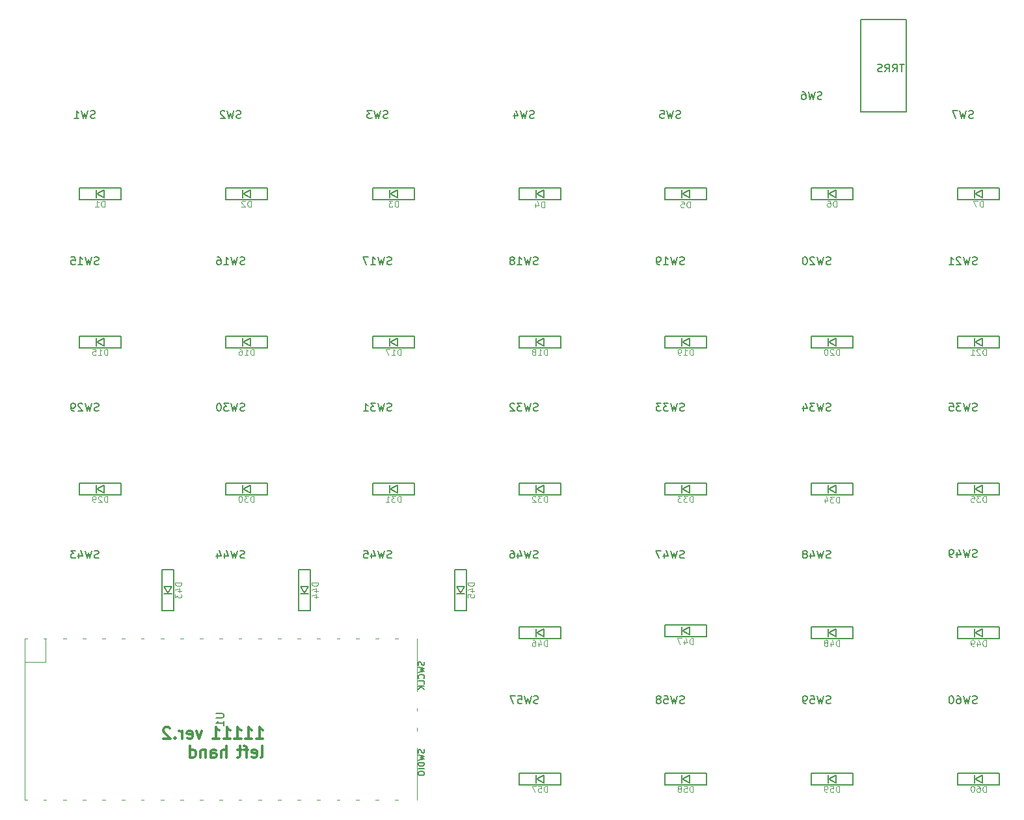
<source format=gbr>
%TF.GenerationSoftware,KiCad,Pcbnew,(7.0.0-0)*%
%TF.CreationDate,2023-03-19T23:48:32+09:00*%
%TF.ProjectId,11111_pcb,31313131-315f-4706-9362-2e6b69636164,rev?*%
%TF.SameCoordinates,Original*%
%TF.FileFunction,Legend,Bot*%
%TF.FilePolarity,Positive*%
%FSLAX46Y46*%
G04 Gerber Fmt 4.6, Leading zero omitted, Abs format (unit mm)*
G04 Created by KiCad (PCBNEW (7.0.0-0)) date 2023-03-19 23:48:32*
%MOMM*%
%LPD*%
G01*
G04 APERTURE LIST*
%ADD10C,0.300000*%
%ADD11C,0.150000*%
%ADD12C,0.125000*%
%ADD13C,0.120000*%
G04 APERTURE END LIST*
D10*
X59817142Y-114083571D02*
X60674285Y-114083571D01*
X60245714Y-114083571D02*
X60245714Y-112583571D01*
X60245714Y-112583571D02*
X60388571Y-112797857D01*
X60388571Y-112797857D02*
X60531428Y-112940714D01*
X60531428Y-112940714D02*
X60674285Y-113012142D01*
X58388571Y-114083571D02*
X59245714Y-114083571D01*
X58817143Y-114083571D02*
X58817143Y-112583571D01*
X58817143Y-112583571D02*
X58960000Y-112797857D01*
X58960000Y-112797857D02*
X59102857Y-112940714D01*
X59102857Y-112940714D02*
X59245714Y-113012142D01*
X56960000Y-114083571D02*
X57817143Y-114083571D01*
X57388572Y-114083571D02*
X57388572Y-112583571D01*
X57388572Y-112583571D02*
X57531429Y-112797857D01*
X57531429Y-112797857D02*
X57674286Y-112940714D01*
X57674286Y-112940714D02*
X57817143Y-113012142D01*
X55531429Y-114083571D02*
X56388572Y-114083571D01*
X55960001Y-114083571D02*
X55960001Y-112583571D01*
X55960001Y-112583571D02*
X56102858Y-112797857D01*
X56102858Y-112797857D02*
X56245715Y-112940714D01*
X56245715Y-112940714D02*
X56388572Y-113012142D01*
X54102858Y-114083571D02*
X54960001Y-114083571D01*
X54531430Y-114083571D02*
X54531430Y-112583571D01*
X54531430Y-112583571D02*
X54674287Y-112797857D01*
X54674287Y-112797857D02*
X54817144Y-112940714D01*
X54817144Y-112940714D02*
X54960001Y-113012142D01*
X52702859Y-113083571D02*
X52345716Y-114083571D01*
X52345716Y-114083571D02*
X51988573Y-113083571D01*
X50845716Y-114012142D02*
X50988573Y-114083571D01*
X50988573Y-114083571D02*
X51274288Y-114083571D01*
X51274288Y-114083571D02*
X51417145Y-114012142D01*
X51417145Y-114012142D02*
X51488573Y-113869285D01*
X51488573Y-113869285D02*
X51488573Y-113297857D01*
X51488573Y-113297857D02*
X51417145Y-113155000D01*
X51417145Y-113155000D02*
X51274288Y-113083571D01*
X51274288Y-113083571D02*
X50988573Y-113083571D01*
X50988573Y-113083571D02*
X50845716Y-113155000D01*
X50845716Y-113155000D02*
X50774288Y-113297857D01*
X50774288Y-113297857D02*
X50774288Y-113440714D01*
X50774288Y-113440714D02*
X51488573Y-113583571D01*
X50131431Y-114083571D02*
X50131431Y-113083571D01*
X50131431Y-113369285D02*
X50060002Y-113226428D01*
X50060002Y-113226428D02*
X49988574Y-113155000D01*
X49988574Y-113155000D02*
X49845716Y-113083571D01*
X49845716Y-113083571D02*
X49702859Y-113083571D01*
X49202860Y-113940714D02*
X49131431Y-114012142D01*
X49131431Y-114012142D02*
X49202860Y-114083571D01*
X49202860Y-114083571D02*
X49274288Y-114012142D01*
X49274288Y-114012142D02*
X49202860Y-113940714D01*
X49202860Y-113940714D02*
X49202860Y-114083571D01*
X48560002Y-112726428D02*
X48488574Y-112655000D01*
X48488574Y-112655000D02*
X48345717Y-112583571D01*
X48345717Y-112583571D02*
X47988574Y-112583571D01*
X47988574Y-112583571D02*
X47845717Y-112655000D01*
X47845717Y-112655000D02*
X47774288Y-112726428D01*
X47774288Y-112726428D02*
X47702859Y-112869285D01*
X47702859Y-112869285D02*
X47702859Y-113012142D01*
X47702859Y-113012142D02*
X47774288Y-113226428D01*
X47774288Y-113226428D02*
X48631431Y-114083571D01*
X48631431Y-114083571D02*
X47702859Y-114083571D01*
X60388571Y-116513571D02*
X60531428Y-116442142D01*
X60531428Y-116442142D02*
X60602857Y-116299285D01*
X60602857Y-116299285D02*
X60602857Y-115013571D01*
X59245714Y-116442142D02*
X59388571Y-116513571D01*
X59388571Y-116513571D02*
X59674286Y-116513571D01*
X59674286Y-116513571D02*
X59817143Y-116442142D01*
X59817143Y-116442142D02*
X59888571Y-116299285D01*
X59888571Y-116299285D02*
X59888571Y-115727857D01*
X59888571Y-115727857D02*
X59817143Y-115585000D01*
X59817143Y-115585000D02*
X59674286Y-115513571D01*
X59674286Y-115513571D02*
X59388571Y-115513571D01*
X59388571Y-115513571D02*
X59245714Y-115585000D01*
X59245714Y-115585000D02*
X59174286Y-115727857D01*
X59174286Y-115727857D02*
X59174286Y-115870714D01*
X59174286Y-115870714D02*
X59888571Y-116013571D01*
X58745714Y-115513571D02*
X58174286Y-115513571D01*
X58531429Y-116513571D02*
X58531429Y-115227857D01*
X58531429Y-115227857D02*
X58460000Y-115085000D01*
X58460000Y-115085000D02*
X58317143Y-115013571D01*
X58317143Y-115013571D02*
X58174286Y-115013571D01*
X57888571Y-115513571D02*
X57317143Y-115513571D01*
X57674286Y-115013571D02*
X57674286Y-116299285D01*
X57674286Y-116299285D02*
X57602857Y-116442142D01*
X57602857Y-116442142D02*
X57460000Y-116513571D01*
X57460000Y-116513571D02*
X57317143Y-116513571D01*
X55917143Y-116513571D02*
X55917143Y-115013571D01*
X55274286Y-116513571D02*
X55274286Y-115727857D01*
X55274286Y-115727857D02*
X55345714Y-115585000D01*
X55345714Y-115585000D02*
X55488571Y-115513571D01*
X55488571Y-115513571D02*
X55702857Y-115513571D01*
X55702857Y-115513571D02*
X55845714Y-115585000D01*
X55845714Y-115585000D02*
X55917143Y-115656428D01*
X53917143Y-116513571D02*
X53917143Y-115727857D01*
X53917143Y-115727857D02*
X53988571Y-115585000D01*
X53988571Y-115585000D02*
X54131428Y-115513571D01*
X54131428Y-115513571D02*
X54417143Y-115513571D01*
X54417143Y-115513571D02*
X54560000Y-115585000D01*
X53917143Y-116442142D02*
X54060000Y-116513571D01*
X54060000Y-116513571D02*
X54417143Y-116513571D01*
X54417143Y-116513571D02*
X54560000Y-116442142D01*
X54560000Y-116442142D02*
X54631428Y-116299285D01*
X54631428Y-116299285D02*
X54631428Y-116156428D01*
X54631428Y-116156428D02*
X54560000Y-116013571D01*
X54560000Y-116013571D02*
X54417143Y-115942142D01*
X54417143Y-115942142D02*
X54060000Y-115942142D01*
X54060000Y-115942142D02*
X53917143Y-115870714D01*
X53202857Y-115513571D02*
X53202857Y-116513571D01*
X53202857Y-115656428D02*
X53131428Y-115585000D01*
X53131428Y-115585000D02*
X52988571Y-115513571D01*
X52988571Y-115513571D02*
X52774285Y-115513571D01*
X52774285Y-115513571D02*
X52631428Y-115585000D01*
X52631428Y-115585000D02*
X52560000Y-115727857D01*
X52560000Y-115727857D02*
X52560000Y-116513571D01*
X51202857Y-116513571D02*
X51202857Y-115013571D01*
X51202857Y-116442142D02*
X51345714Y-116513571D01*
X51345714Y-116513571D02*
X51631428Y-116513571D01*
X51631428Y-116513571D02*
X51774285Y-116442142D01*
X51774285Y-116442142D02*
X51845714Y-116370714D01*
X51845714Y-116370714D02*
X51917142Y-116227857D01*
X51917142Y-116227857D02*
X51917142Y-115799285D01*
X51917142Y-115799285D02*
X51845714Y-115656428D01*
X51845714Y-115656428D02*
X51774285Y-115585000D01*
X51774285Y-115585000D02*
X51631428Y-115513571D01*
X51631428Y-115513571D02*
X51345714Y-115513571D01*
X51345714Y-115513571D02*
X51202857Y-115585000D01*
D11*
%TO.C,SW46*%
X96424523Y-90549761D02*
X96281666Y-90597380D01*
X96281666Y-90597380D02*
X96043571Y-90597380D01*
X96043571Y-90597380D02*
X95948333Y-90549761D01*
X95948333Y-90549761D02*
X95900714Y-90502142D01*
X95900714Y-90502142D02*
X95853095Y-90406904D01*
X95853095Y-90406904D02*
X95853095Y-90311666D01*
X95853095Y-90311666D02*
X95900714Y-90216428D01*
X95900714Y-90216428D02*
X95948333Y-90168809D01*
X95948333Y-90168809D02*
X96043571Y-90121190D01*
X96043571Y-90121190D02*
X96234047Y-90073571D01*
X96234047Y-90073571D02*
X96329285Y-90025952D01*
X96329285Y-90025952D02*
X96376904Y-89978333D01*
X96376904Y-89978333D02*
X96424523Y-89883095D01*
X96424523Y-89883095D02*
X96424523Y-89787857D01*
X96424523Y-89787857D02*
X96376904Y-89692619D01*
X96376904Y-89692619D02*
X96329285Y-89645000D01*
X96329285Y-89645000D02*
X96234047Y-89597380D01*
X96234047Y-89597380D02*
X95995952Y-89597380D01*
X95995952Y-89597380D02*
X95853095Y-89645000D01*
X95519761Y-89597380D02*
X95281666Y-90597380D01*
X95281666Y-90597380D02*
X95091190Y-89883095D01*
X95091190Y-89883095D02*
X94900714Y-90597380D01*
X94900714Y-90597380D02*
X94662619Y-89597380D01*
X93853095Y-89930714D02*
X93853095Y-90597380D01*
X94091190Y-89549761D02*
X94329285Y-90264047D01*
X94329285Y-90264047D02*
X93710238Y-90264047D01*
X92900714Y-89597380D02*
X93091190Y-89597380D01*
X93091190Y-89597380D02*
X93186428Y-89645000D01*
X93186428Y-89645000D02*
X93234047Y-89692619D01*
X93234047Y-89692619D02*
X93329285Y-89835476D01*
X93329285Y-89835476D02*
X93376904Y-90025952D01*
X93376904Y-90025952D02*
X93376904Y-90406904D01*
X93376904Y-90406904D02*
X93329285Y-90502142D01*
X93329285Y-90502142D02*
X93281666Y-90549761D01*
X93281666Y-90549761D02*
X93186428Y-90597380D01*
X93186428Y-90597380D02*
X92995952Y-90597380D01*
X92995952Y-90597380D02*
X92900714Y-90549761D01*
X92900714Y-90549761D02*
X92853095Y-90502142D01*
X92853095Y-90502142D02*
X92805476Y-90406904D01*
X92805476Y-90406904D02*
X92805476Y-90168809D01*
X92805476Y-90168809D02*
X92853095Y-90073571D01*
X92853095Y-90073571D02*
X92900714Y-90025952D01*
X92900714Y-90025952D02*
X92995952Y-89978333D01*
X92995952Y-89978333D02*
X93186428Y-89978333D01*
X93186428Y-89978333D02*
X93281666Y-90025952D01*
X93281666Y-90025952D02*
X93329285Y-90073571D01*
X93329285Y-90073571D02*
X93376904Y-90168809D01*
D12*
%TO.C,D33*%
X116626428Y-83283904D02*
X116626428Y-82483904D01*
X116626428Y-82483904D02*
X116435952Y-82483904D01*
X116435952Y-82483904D02*
X116321666Y-82522000D01*
X116321666Y-82522000D02*
X116245476Y-82598190D01*
X116245476Y-82598190D02*
X116207381Y-82674380D01*
X116207381Y-82674380D02*
X116169285Y-82826761D01*
X116169285Y-82826761D02*
X116169285Y-82941047D01*
X116169285Y-82941047D02*
X116207381Y-83093428D01*
X116207381Y-83093428D02*
X116245476Y-83169619D01*
X116245476Y-83169619D02*
X116321666Y-83245809D01*
X116321666Y-83245809D02*
X116435952Y-83283904D01*
X116435952Y-83283904D02*
X116626428Y-83283904D01*
X115902619Y-82483904D02*
X115407381Y-82483904D01*
X115407381Y-82483904D02*
X115674047Y-82788666D01*
X115674047Y-82788666D02*
X115559762Y-82788666D01*
X115559762Y-82788666D02*
X115483571Y-82826761D01*
X115483571Y-82826761D02*
X115445476Y-82864857D01*
X115445476Y-82864857D02*
X115407381Y-82941047D01*
X115407381Y-82941047D02*
X115407381Y-83131523D01*
X115407381Y-83131523D02*
X115445476Y-83207714D01*
X115445476Y-83207714D02*
X115483571Y-83245809D01*
X115483571Y-83245809D02*
X115559762Y-83283904D01*
X115559762Y-83283904D02*
X115788333Y-83283904D01*
X115788333Y-83283904D02*
X115864524Y-83245809D01*
X115864524Y-83245809D02*
X115902619Y-83207714D01*
X115140714Y-82483904D02*
X114645476Y-82483904D01*
X114645476Y-82483904D02*
X114912142Y-82788666D01*
X114912142Y-82788666D02*
X114797857Y-82788666D01*
X114797857Y-82788666D02*
X114721666Y-82826761D01*
X114721666Y-82826761D02*
X114683571Y-82864857D01*
X114683571Y-82864857D02*
X114645476Y-82941047D01*
X114645476Y-82941047D02*
X114645476Y-83131523D01*
X114645476Y-83131523D02*
X114683571Y-83207714D01*
X114683571Y-83207714D02*
X114721666Y-83245809D01*
X114721666Y-83245809D02*
X114797857Y-83283904D01*
X114797857Y-83283904D02*
X115026428Y-83283904D01*
X115026428Y-83283904D02*
X115102619Y-83245809D01*
X115102619Y-83245809D02*
X115140714Y-83207714D01*
%TO.C,D43*%
X50058904Y-93773571D02*
X49258904Y-93773571D01*
X49258904Y-93773571D02*
X49258904Y-93964047D01*
X49258904Y-93964047D02*
X49297000Y-94078333D01*
X49297000Y-94078333D02*
X49373190Y-94154523D01*
X49373190Y-94154523D02*
X49449380Y-94192618D01*
X49449380Y-94192618D02*
X49601761Y-94230714D01*
X49601761Y-94230714D02*
X49716047Y-94230714D01*
X49716047Y-94230714D02*
X49868428Y-94192618D01*
X49868428Y-94192618D02*
X49944619Y-94154523D01*
X49944619Y-94154523D02*
X50020809Y-94078333D01*
X50020809Y-94078333D02*
X50058904Y-93964047D01*
X50058904Y-93964047D02*
X50058904Y-93773571D01*
X49525571Y-94916428D02*
X50058904Y-94916428D01*
X49220809Y-94725952D02*
X49792238Y-94535475D01*
X49792238Y-94535475D02*
X49792238Y-95030714D01*
X49258904Y-95259285D02*
X49258904Y-95754523D01*
X49258904Y-95754523D02*
X49563666Y-95487857D01*
X49563666Y-95487857D02*
X49563666Y-95602142D01*
X49563666Y-95602142D02*
X49601761Y-95678333D01*
X49601761Y-95678333D02*
X49639857Y-95716428D01*
X49639857Y-95716428D02*
X49716047Y-95754523D01*
X49716047Y-95754523D02*
X49906523Y-95754523D01*
X49906523Y-95754523D02*
X49982714Y-95716428D01*
X49982714Y-95716428D02*
X50020809Y-95678333D01*
X50020809Y-95678333D02*
X50058904Y-95602142D01*
X50058904Y-95602142D02*
X50058904Y-95373571D01*
X50058904Y-95373571D02*
X50020809Y-95297380D01*
X50020809Y-95297380D02*
X49982714Y-95259285D01*
%TO.C,D60*%
X154771428Y-121033904D02*
X154771428Y-120233904D01*
X154771428Y-120233904D02*
X154580952Y-120233904D01*
X154580952Y-120233904D02*
X154466666Y-120272000D01*
X154466666Y-120272000D02*
X154390476Y-120348190D01*
X154390476Y-120348190D02*
X154352381Y-120424380D01*
X154352381Y-120424380D02*
X154314285Y-120576761D01*
X154314285Y-120576761D02*
X154314285Y-120691047D01*
X154314285Y-120691047D02*
X154352381Y-120843428D01*
X154352381Y-120843428D02*
X154390476Y-120919619D01*
X154390476Y-120919619D02*
X154466666Y-120995809D01*
X154466666Y-120995809D02*
X154580952Y-121033904D01*
X154580952Y-121033904D02*
X154771428Y-121033904D01*
X153628571Y-120233904D02*
X153780952Y-120233904D01*
X153780952Y-120233904D02*
X153857143Y-120272000D01*
X153857143Y-120272000D02*
X153895238Y-120310095D01*
X153895238Y-120310095D02*
X153971428Y-120424380D01*
X153971428Y-120424380D02*
X154009524Y-120576761D01*
X154009524Y-120576761D02*
X154009524Y-120881523D01*
X154009524Y-120881523D02*
X153971428Y-120957714D01*
X153971428Y-120957714D02*
X153933333Y-120995809D01*
X153933333Y-120995809D02*
X153857143Y-121033904D01*
X153857143Y-121033904D02*
X153704762Y-121033904D01*
X153704762Y-121033904D02*
X153628571Y-120995809D01*
X153628571Y-120995809D02*
X153590476Y-120957714D01*
X153590476Y-120957714D02*
X153552381Y-120881523D01*
X153552381Y-120881523D02*
X153552381Y-120691047D01*
X153552381Y-120691047D02*
X153590476Y-120614857D01*
X153590476Y-120614857D02*
X153628571Y-120576761D01*
X153628571Y-120576761D02*
X153704762Y-120538666D01*
X153704762Y-120538666D02*
X153857143Y-120538666D01*
X153857143Y-120538666D02*
X153933333Y-120576761D01*
X153933333Y-120576761D02*
X153971428Y-120614857D01*
X153971428Y-120614857D02*
X154009524Y-120691047D01*
X153057142Y-120233904D02*
X152980952Y-120233904D01*
X152980952Y-120233904D02*
X152904761Y-120272000D01*
X152904761Y-120272000D02*
X152866666Y-120310095D01*
X152866666Y-120310095D02*
X152828571Y-120386285D01*
X152828571Y-120386285D02*
X152790476Y-120538666D01*
X152790476Y-120538666D02*
X152790476Y-120729142D01*
X152790476Y-120729142D02*
X152828571Y-120881523D01*
X152828571Y-120881523D02*
X152866666Y-120957714D01*
X152866666Y-120957714D02*
X152904761Y-120995809D01*
X152904761Y-120995809D02*
X152980952Y-121033904D01*
X152980952Y-121033904D02*
X153057142Y-121033904D01*
X153057142Y-121033904D02*
X153133333Y-120995809D01*
X153133333Y-120995809D02*
X153171428Y-120957714D01*
X153171428Y-120957714D02*
X153209523Y-120881523D01*
X153209523Y-120881523D02*
X153247619Y-120729142D01*
X153247619Y-120729142D02*
X153247619Y-120538666D01*
X153247619Y-120538666D02*
X153209523Y-120386285D01*
X153209523Y-120386285D02*
X153171428Y-120310095D01*
X153171428Y-120310095D02*
X153133333Y-120272000D01*
X153133333Y-120272000D02*
X153057142Y-120233904D01*
%TO.C,D18*%
X97686428Y-64153904D02*
X97686428Y-63353904D01*
X97686428Y-63353904D02*
X97495952Y-63353904D01*
X97495952Y-63353904D02*
X97381666Y-63392000D01*
X97381666Y-63392000D02*
X97305476Y-63468190D01*
X97305476Y-63468190D02*
X97267381Y-63544380D01*
X97267381Y-63544380D02*
X97229285Y-63696761D01*
X97229285Y-63696761D02*
X97229285Y-63811047D01*
X97229285Y-63811047D02*
X97267381Y-63963428D01*
X97267381Y-63963428D02*
X97305476Y-64039619D01*
X97305476Y-64039619D02*
X97381666Y-64115809D01*
X97381666Y-64115809D02*
X97495952Y-64153904D01*
X97495952Y-64153904D02*
X97686428Y-64153904D01*
X96467381Y-64153904D02*
X96924524Y-64153904D01*
X96695952Y-64153904D02*
X96695952Y-63353904D01*
X96695952Y-63353904D02*
X96772143Y-63468190D01*
X96772143Y-63468190D02*
X96848333Y-63544380D01*
X96848333Y-63544380D02*
X96924524Y-63582476D01*
X96010238Y-63696761D02*
X96086428Y-63658666D01*
X96086428Y-63658666D02*
X96124523Y-63620571D01*
X96124523Y-63620571D02*
X96162619Y-63544380D01*
X96162619Y-63544380D02*
X96162619Y-63506285D01*
X96162619Y-63506285D02*
X96124523Y-63430095D01*
X96124523Y-63430095D02*
X96086428Y-63392000D01*
X96086428Y-63392000D02*
X96010238Y-63353904D01*
X96010238Y-63353904D02*
X95857857Y-63353904D01*
X95857857Y-63353904D02*
X95781666Y-63392000D01*
X95781666Y-63392000D02*
X95743571Y-63430095D01*
X95743571Y-63430095D02*
X95705476Y-63506285D01*
X95705476Y-63506285D02*
X95705476Y-63544380D01*
X95705476Y-63544380D02*
X95743571Y-63620571D01*
X95743571Y-63620571D02*
X95781666Y-63658666D01*
X95781666Y-63658666D02*
X95857857Y-63696761D01*
X95857857Y-63696761D02*
X96010238Y-63696761D01*
X96010238Y-63696761D02*
X96086428Y-63734857D01*
X96086428Y-63734857D02*
X96124523Y-63772952D01*
X96124523Y-63772952D02*
X96162619Y-63849142D01*
X96162619Y-63849142D02*
X96162619Y-64001523D01*
X96162619Y-64001523D02*
X96124523Y-64077714D01*
X96124523Y-64077714D02*
X96086428Y-64115809D01*
X96086428Y-64115809D02*
X96010238Y-64153904D01*
X96010238Y-64153904D02*
X95857857Y-64153904D01*
X95857857Y-64153904D02*
X95781666Y-64115809D01*
X95781666Y-64115809D02*
X95743571Y-64077714D01*
X95743571Y-64077714D02*
X95705476Y-64001523D01*
X95705476Y-64001523D02*
X95705476Y-63849142D01*
X95705476Y-63849142D02*
X95743571Y-63772952D01*
X95743571Y-63772952D02*
X95781666Y-63734857D01*
X95781666Y-63734857D02*
X95857857Y-63696761D01*
%TO.C,D16*%
X59486428Y-64153904D02*
X59486428Y-63353904D01*
X59486428Y-63353904D02*
X59295952Y-63353904D01*
X59295952Y-63353904D02*
X59181666Y-63392000D01*
X59181666Y-63392000D02*
X59105476Y-63468190D01*
X59105476Y-63468190D02*
X59067381Y-63544380D01*
X59067381Y-63544380D02*
X59029285Y-63696761D01*
X59029285Y-63696761D02*
X59029285Y-63811047D01*
X59029285Y-63811047D02*
X59067381Y-63963428D01*
X59067381Y-63963428D02*
X59105476Y-64039619D01*
X59105476Y-64039619D02*
X59181666Y-64115809D01*
X59181666Y-64115809D02*
X59295952Y-64153904D01*
X59295952Y-64153904D02*
X59486428Y-64153904D01*
X58267381Y-64153904D02*
X58724524Y-64153904D01*
X58495952Y-64153904D02*
X58495952Y-63353904D01*
X58495952Y-63353904D02*
X58572143Y-63468190D01*
X58572143Y-63468190D02*
X58648333Y-63544380D01*
X58648333Y-63544380D02*
X58724524Y-63582476D01*
X57581666Y-63353904D02*
X57734047Y-63353904D01*
X57734047Y-63353904D02*
X57810238Y-63392000D01*
X57810238Y-63392000D02*
X57848333Y-63430095D01*
X57848333Y-63430095D02*
X57924523Y-63544380D01*
X57924523Y-63544380D02*
X57962619Y-63696761D01*
X57962619Y-63696761D02*
X57962619Y-64001523D01*
X57962619Y-64001523D02*
X57924523Y-64077714D01*
X57924523Y-64077714D02*
X57886428Y-64115809D01*
X57886428Y-64115809D02*
X57810238Y-64153904D01*
X57810238Y-64153904D02*
X57657857Y-64153904D01*
X57657857Y-64153904D02*
X57581666Y-64115809D01*
X57581666Y-64115809D02*
X57543571Y-64077714D01*
X57543571Y-64077714D02*
X57505476Y-64001523D01*
X57505476Y-64001523D02*
X57505476Y-63811047D01*
X57505476Y-63811047D02*
X57543571Y-63734857D01*
X57543571Y-63734857D02*
X57581666Y-63696761D01*
X57581666Y-63696761D02*
X57657857Y-63658666D01*
X57657857Y-63658666D02*
X57810238Y-63658666D01*
X57810238Y-63658666D02*
X57886428Y-63696761D01*
X57886428Y-63696761D02*
X57924523Y-63734857D01*
X57924523Y-63734857D02*
X57962619Y-63811047D01*
%TO.C,D6*%
X135315475Y-44833904D02*
X135315475Y-44033904D01*
X135315475Y-44033904D02*
X135124999Y-44033904D01*
X135124999Y-44033904D02*
X135010713Y-44072000D01*
X135010713Y-44072000D02*
X134934523Y-44148190D01*
X134934523Y-44148190D02*
X134896428Y-44224380D01*
X134896428Y-44224380D02*
X134858332Y-44376761D01*
X134858332Y-44376761D02*
X134858332Y-44491047D01*
X134858332Y-44491047D02*
X134896428Y-44643428D01*
X134896428Y-44643428D02*
X134934523Y-44719619D01*
X134934523Y-44719619D02*
X135010713Y-44795809D01*
X135010713Y-44795809D02*
X135124999Y-44833904D01*
X135124999Y-44833904D02*
X135315475Y-44833904D01*
X134172618Y-44033904D02*
X134324999Y-44033904D01*
X134324999Y-44033904D02*
X134401190Y-44072000D01*
X134401190Y-44072000D02*
X134439285Y-44110095D01*
X134439285Y-44110095D02*
X134515475Y-44224380D01*
X134515475Y-44224380D02*
X134553571Y-44376761D01*
X134553571Y-44376761D02*
X134553571Y-44681523D01*
X134553571Y-44681523D02*
X134515475Y-44757714D01*
X134515475Y-44757714D02*
X134477380Y-44795809D01*
X134477380Y-44795809D02*
X134401190Y-44833904D01*
X134401190Y-44833904D02*
X134248809Y-44833904D01*
X134248809Y-44833904D02*
X134172618Y-44795809D01*
X134172618Y-44795809D02*
X134134523Y-44757714D01*
X134134523Y-44757714D02*
X134096428Y-44681523D01*
X134096428Y-44681523D02*
X134096428Y-44491047D01*
X134096428Y-44491047D02*
X134134523Y-44414857D01*
X134134523Y-44414857D02*
X134172618Y-44376761D01*
X134172618Y-44376761D02*
X134248809Y-44338666D01*
X134248809Y-44338666D02*
X134401190Y-44338666D01*
X134401190Y-44338666D02*
X134477380Y-44376761D01*
X134477380Y-44376761D02*
X134515475Y-44414857D01*
X134515475Y-44414857D02*
X134553571Y-44491047D01*
%TO.C,D17*%
X78636428Y-64153904D02*
X78636428Y-63353904D01*
X78636428Y-63353904D02*
X78445952Y-63353904D01*
X78445952Y-63353904D02*
X78331666Y-63392000D01*
X78331666Y-63392000D02*
X78255476Y-63468190D01*
X78255476Y-63468190D02*
X78217381Y-63544380D01*
X78217381Y-63544380D02*
X78179285Y-63696761D01*
X78179285Y-63696761D02*
X78179285Y-63811047D01*
X78179285Y-63811047D02*
X78217381Y-63963428D01*
X78217381Y-63963428D02*
X78255476Y-64039619D01*
X78255476Y-64039619D02*
X78331666Y-64115809D01*
X78331666Y-64115809D02*
X78445952Y-64153904D01*
X78445952Y-64153904D02*
X78636428Y-64153904D01*
X77417381Y-64153904D02*
X77874524Y-64153904D01*
X77645952Y-64153904D02*
X77645952Y-63353904D01*
X77645952Y-63353904D02*
X77722143Y-63468190D01*
X77722143Y-63468190D02*
X77798333Y-63544380D01*
X77798333Y-63544380D02*
X77874524Y-63582476D01*
X77150714Y-63353904D02*
X76617380Y-63353904D01*
X76617380Y-63353904D02*
X76960238Y-64153904D01*
D11*
%TO.C,J1*%
X144107654Y-26267380D02*
X143536226Y-26267380D01*
X143821940Y-27267380D02*
X143821940Y-26267380D01*
X142631464Y-27267380D02*
X142964797Y-26791190D01*
X143202892Y-27267380D02*
X143202892Y-26267380D01*
X143202892Y-26267380D02*
X142821940Y-26267380D01*
X142821940Y-26267380D02*
X142726702Y-26315000D01*
X142726702Y-26315000D02*
X142679083Y-26362619D01*
X142679083Y-26362619D02*
X142631464Y-26457857D01*
X142631464Y-26457857D02*
X142631464Y-26600714D01*
X142631464Y-26600714D02*
X142679083Y-26695952D01*
X142679083Y-26695952D02*
X142726702Y-26743571D01*
X142726702Y-26743571D02*
X142821940Y-26791190D01*
X142821940Y-26791190D02*
X143202892Y-26791190D01*
X141631464Y-27267380D02*
X141964797Y-26791190D01*
X142202892Y-27267380D02*
X142202892Y-26267380D01*
X142202892Y-26267380D02*
X141821940Y-26267380D01*
X141821940Y-26267380D02*
X141726702Y-26315000D01*
X141726702Y-26315000D02*
X141679083Y-26362619D01*
X141679083Y-26362619D02*
X141631464Y-26457857D01*
X141631464Y-26457857D02*
X141631464Y-26600714D01*
X141631464Y-26600714D02*
X141679083Y-26695952D01*
X141679083Y-26695952D02*
X141726702Y-26743571D01*
X141726702Y-26743571D02*
X141821940Y-26791190D01*
X141821940Y-26791190D02*
X142202892Y-26791190D01*
X141250511Y-27219761D02*
X141107654Y-27267380D01*
X141107654Y-27267380D02*
X140869559Y-27267380D01*
X140869559Y-27267380D02*
X140774321Y-27219761D01*
X140774321Y-27219761D02*
X140726702Y-27172142D01*
X140726702Y-27172142D02*
X140679083Y-27076904D01*
X140679083Y-27076904D02*
X140679083Y-26981666D01*
X140679083Y-26981666D02*
X140726702Y-26886428D01*
X140726702Y-26886428D02*
X140774321Y-26838809D01*
X140774321Y-26838809D02*
X140869559Y-26791190D01*
X140869559Y-26791190D02*
X141060035Y-26743571D01*
X141060035Y-26743571D02*
X141155273Y-26695952D01*
X141155273Y-26695952D02*
X141202892Y-26648333D01*
X141202892Y-26648333D02*
X141250511Y-26553095D01*
X141250511Y-26553095D02*
X141250511Y-26457857D01*
X141250511Y-26457857D02*
X141202892Y-26362619D01*
X141202892Y-26362619D02*
X141155273Y-26315000D01*
X141155273Y-26315000D02*
X141060035Y-26267380D01*
X141060035Y-26267380D02*
X140821940Y-26267380D01*
X140821940Y-26267380D02*
X140679083Y-26315000D01*
D12*
%TO.C,D21*%
X154771428Y-64153904D02*
X154771428Y-63353904D01*
X154771428Y-63353904D02*
X154580952Y-63353904D01*
X154580952Y-63353904D02*
X154466666Y-63392000D01*
X154466666Y-63392000D02*
X154390476Y-63468190D01*
X154390476Y-63468190D02*
X154352381Y-63544380D01*
X154352381Y-63544380D02*
X154314285Y-63696761D01*
X154314285Y-63696761D02*
X154314285Y-63811047D01*
X154314285Y-63811047D02*
X154352381Y-63963428D01*
X154352381Y-63963428D02*
X154390476Y-64039619D01*
X154390476Y-64039619D02*
X154466666Y-64115809D01*
X154466666Y-64115809D02*
X154580952Y-64153904D01*
X154580952Y-64153904D02*
X154771428Y-64153904D01*
X154009524Y-63430095D02*
X153971428Y-63392000D01*
X153971428Y-63392000D02*
X153895238Y-63353904D01*
X153895238Y-63353904D02*
X153704762Y-63353904D01*
X153704762Y-63353904D02*
X153628571Y-63392000D01*
X153628571Y-63392000D02*
X153590476Y-63430095D01*
X153590476Y-63430095D02*
X153552381Y-63506285D01*
X153552381Y-63506285D02*
X153552381Y-63582476D01*
X153552381Y-63582476D02*
X153590476Y-63696761D01*
X153590476Y-63696761D02*
X154047619Y-64153904D01*
X154047619Y-64153904D02*
X153552381Y-64153904D01*
X152790476Y-64153904D02*
X153247619Y-64153904D01*
X153019047Y-64153904D02*
X153019047Y-63353904D01*
X153019047Y-63353904D02*
X153095238Y-63468190D01*
X153095238Y-63468190D02*
X153171428Y-63544380D01*
X153171428Y-63544380D02*
X153247619Y-63582476D01*
D11*
%TO.C,SW34*%
X134524523Y-71379761D02*
X134381666Y-71427380D01*
X134381666Y-71427380D02*
X134143571Y-71427380D01*
X134143571Y-71427380D02*
X134048333Y-71379761D01*
X134048333Y-71379761D02*
X134000714Y-71332142D01*
X134000714Y-71332142D02*
X133953095Y-71236904D01*
X133953095Y-71236904D02*
X133953095Y-71141666D01*
X133953095Y-71141666D02*
X134000714Y-71046428D01*
X134000714Y-71046428D02*
X134048333Y-70998809D01*
X134048333Y-70998809D02*
X134143571Y-70951190D01*
X134143571Y-70951190D02*
X134334047Y-70903571D01*
X134334047Y-70903571D02*
X134429285Y-70855952D01*
X134429285Y-70855952D02*
X134476904Y-70808333D01*
X134476904Y-70808333D02*
X134524523Y-70713095D01*
X134524523Y-70713095D02*
X134524523Y-70617857D01*
X134524523Y-70617857D02*
X134476904Y-70522619D01*
X134476904Y-70522619D02*
X134429285Y-70475000D01*
X134429285Y-70475000D02*
X134334047Y-70427380D01*
X134334047Y-70427380D02*
X134095952Y-70427380D01*
X134095952Y-70427380D02*
X133953095Y-70475000D01*
X133619761Y-70427380D02*
X133381666Y-71427380D01*
X133381666Y-71427380D02*
X133191190Y-70713095D01*
X133191190Y-70713095D02*
X133000714Y-71427380D01*
X133000714Y-71427380D02*
X132762619Y-70427380D01*
X132476904Y-70427380D02*
X131857857Y-70427380D01*
X131857857Y-70427380D02*
X132191190Y-70808333D01*
X132191190Y-70808333D02*
X132048333Y-70808333D01*
X132048333Y-70808333D02*
X131953095Y-70855952D01*
X131953095Y-70855952D02*
X131905476Y-70903571D01*
X131905476Y-70903571D02*
X131857857Y-70998809D01*
X131857857Y-70998809D02*
X131857857Y-71236904D01*
X131857857Y-71236904D02*
X131905476Y-71332142D01*
X131905476Y-71332142D02*
X131953095Y-71379761D01*
X131953095Y-71379761D02*
X132048333Y-71427380D01*
X132048333Y-71427380D02*
X132334047Y-71427380D01*
X132334047Y-71427380D02*
X132429285Y-71379761D01*
X132429285Y-71379761D02*
X132476904Y-71332142D01*
X131000714Y-70760714D02*
X131000714Y-71427380D01*
X131238809Y-70379761D02*
X131476904Y-71094047D01*
X131476904Y-71094047D02*
X130857857Y-71094047D01*
%TO.C,SW15*%
X39274523Y-52329761D02*
X39131666Y-52377380D01*
X39131666Y-52377380D02*
X38893571Y-52377380D01*
X38893571Y-52377380D02*
X38798333Y-52329761D01*
X38798333Y-52329761D02*
X38750714Y-52282142D01*
X38750714Y-52282142D02*
X38703095Y-52186904D01*
X38703095Y-52186904D02*
X38703095Y-52091666D01*
X38703095Y-52091666D02*
X38750714Y-51996428D01*
X38750714Y-51996428D02*
X38798333Y-51948809D01*
X38798333Y-51948809D02*
X38893571Y-51901190D01*
X38893571Y-51901190D02*
X39084047Y-51853571D01*
X39084047Y-51853571D02*
X39179285Y-51805952D01*
X39179285Y-51805952D02*
X39226904Y-51758333D01*
X39226904Y-51758333D02*
X39274523Y-51663095D01*
X39274523Y-51663095D02*
X39274523Y-51567857D01*
X39274523Y-51567857D02*
X39226904Y-51472619D01*
X39226904Y-51472619D02*
X39179285Y-51425000D01*
X39179285Y-51425000D02*
X39084047Y-51377380D01*
X39084047Y-51377380D02*
X38845952Y-51377380D01*
X38845952Y-51377380D02*
X38703095Y-51425000D01*
X38369761Y-51377380D02*
X38131666Y-52377380D01*
X38131666Y-52377380D02*
X37941190Y-51663095D01*
X37941190Y-51663095D02*
X37750714Y-52377380D01*
X37750714Y-52377380D02*
X37512619Y-51377380D01*
X36607857Y-52377380D02*
X37179285Y-52377380D01*
X36893571Y-52377380D02*
X36893571Y-51377380D01*
X36893571Y-51377380D02*
X36988809Y-51520238D01*
X36988809Y-51520238D02*
X37084047Y-51615476D01*
X37084047Y-51615476D02*
X37179285Y-51663095D01*
X35703095Y-51377380D02*
X36179285Y-51377380D01*
X36179285Y-51377380D02*
X36226904Y-51853571D01*
X36226904Y-51853571D02*
X36179285Y-51805952D01*
X36179285Y-51805952D02*
X36084047Y-51758333D01*
X36084047Y-51758333D02*
X35845952Y-51758333D01*
X35845952Y-51758333D02*
X35750714Y-51805952D01*
X35750714Y-51805952D02*
X35703095Y-51853571D01*
X35703095Y-51853571D02*
X35655476Y-51948809D01*
X35655476Y-51948809D02*
X35655476Y-52186904D01*
X35655476Y-52186904D02*
X35703095Y-52282142D01*
X35703095Y-52282142D02*
X35750714Y-52329761D01*
X35750714Y-52329761D02*
X35845952Y-52377380D01*
X35845952Y-52377380D02*
X36084047Y-52377380D01*
X36084047Y-52377380D02*
X36179285Y-52329761D01*
X36179285Y-52329761D02*
X36226904Y-52282142D01*
%TO.C,SW45*%
X77374523Y-90549761D02*
X77231666Y-90597380D01*
X77231666Y-90597380D02*
X76993571Y-90597380D01*
X76993571Y-90597380D02*
X76898333Y-90549761D01*
X76898333Y-90549761D02*
X76850714Y-90502142D01*
X76850714Y-90502142D02*
X76803095Y-90406904D01*
X76803095Y-90406904D02*
X76803095Y-90311666D01*
X76803095Y-90311666D02*
X76850714Y-90216428D01*
X76850714Y-90216428D02*
X76898333Y-90168809D01*
X76898333Y-90168809D02*
X76993571Y-90121190D01*
X76993571Y-90121190D02*
X77184047Y-90073571D01*
X77184047Y-90073571D02*
X77279285Y-90025952D01*
X77279285Y-90025952D02*
X77326904Y-89978333D01*
X77326904Y-89978333D02*
X77374523Y-89883095D01*
X77374523Y-89883095D02*
X77374523Y-89787857D01*
X77374523Y-89787857D02*
X77326904Y-89692619D01*
X77326904Y-89692619D02*
X77279285Y-89645000D01*
X77279285Y-89645000D02*
X77184047Y-89597380D01*
X77184047Y-89597380D02*
X76945952Y-89597380D01*
X76945952Y-89597380D02*
X76803095Y-89645000D01*
X76469761Y-89597380D02*
X76231666Y-90597380D01*
X76231666Y-90597380D02*
X76041190Y-89883095D01*
X76041190Y-89883095D02*
X75850714Y-90597380D01*
X75850714Y-90597380D02*
X75612619Y-89597380D01*
X74803095Y-89930714D02*
X74803095Y-90597380D01*
X75041190Y-89549761D02*
X75279285Y-90264047D01*
X75279285Y-90264047D02*
X74660238Y-90264047D01*
X73803095Y-89597380D02*
X74279285Y-89597380D01*
X74279285Y-89597380D02*
X74326904Y-90073571D01*
X74326904Y-90073571D02*
X74279285Y-90025952D01*
X74279285Y-90025952D02*
X74184047Y-89978333D01*
X74184047Y-89978333D02*
X73945952Y-89978333D01*
X73945952Y-89978333D02*
X73850714Y-90025952D01*
X73850714Y-90025952D02*
X73803095Y-90073571D01*
X73803095Y-90073571D02*
X73755476Y-90168809D01*
X73755476Y-90168809D02*
X73755476Y-90406904D01*
X73755476Y-90406904D02*
X73803095Y-90502142D01*
X73803095Y-90502142D02*
X73850714Y-90549761D01*
X73850714Y-90549761D02*
X73945952Y-90597380D01*
X73945952Y-90597380D02*
X74184047Y-90597380D01*
X74184047Y-90597380D02*
X74279285Y-90549761D01*
X74279285Y-90549761D02*
X74326904Y-90502142D01*
%TO.C,SW57*%
X96484523Y-109479761D02*
X96341666Y-109527380D01*
X96341666Y-109527380D02*
X96103571Y-109527380D01*
X96103571Y-109527380D02*
X96008333Y-109479761D01*
X96008333Y-109479761D02*
X95960714Y-109432142D01*
X95960714Y-109432142D02*
X95913095Y-109336904D01*
X95913095Y-109336904D02*
X95913095Y-109241666D01*
X95913095Y-109241666D02*
X95960714Y-109146428D01*
X95960714Y-109146428D02*
X96008333Y-109098809D01*
X96008333Y-109098809D02*
X96103571Y-109051190D01*
X96103571Y-109051190D02*
X96294047Y-109003571D01*
X96294047Y-109003571D02*
X96389285Y-108955952D01*
X96389285Y-108955952D02*
X96436904Y-108908333D01*
X96436904Y-108908333D02*
X96484523Y-108813095D01*
X96484523Y-108813095D02*
X96484523Y-108717857D01*
X96484523Y-108717857D02*
X96436904Y-108622619D01*
X96436904Y-108622619D02*
X96389285Y-108575000D01*
X96389285Y-108575000D02*
X96294047Y-108527380D01*
X96294047Y-108527380D02*
X96055952Y-108527380D01*
X96055952Y-108527380D02*
X95913095Y-108575000D01*
X95579761Y-108527380D02*
X95341666Y-109527380D01*
X95341666Y-109527380D02*
X95151190Y-108813095D01*
X95151190Y-108813095D02*
X94960714Y-109527380D01*
X94960714Y-109527380D02*
X94722619Y-108527380D01*
X93865476Y-108527380D02*
X94341666Y-108527380D01*
X94341666Y-108527380D02*
X94389285Y-109003571D01*
X94389285Y-109003571D02*
X94341666Y-108955952D01*
X94341666Y-108955952D02*
X94246428Y-108908333D01*
X94246428Y-108908333D02*
X94008333Y-108908333D01*
X94008333Y-108908333D02*
X93913095Y-108955952D01*
X93913095Y-108955952D02*
X93865476Y-109003571D01*
X93865476Y-109003571D02*
X93817857Y-109098809D01*
X93817857Y-109098809D02*
X93817857Y-109336904D01*
X93817857Y-109336904D02*
X93865476Y-109432142D01*
X93865476Y-109432142D02*
X93913095Y-109479761D01*
X93913095Y-109479761D02*
X94008333Y-109527380D01*
X94008333Y-109527380D02*
X94246428Y-109527380D01*
X94246428Y-109527380D02*
X94341666Y-109479761D01*
X94341666Y-109479761D02*
X94389285Y-109432142D01*
X93484523Y-108527380D02*
X92817857Y-108527380D01*
X92817857Y-108527380D02*
X93246428Y-109527380D01*
%TO.C,SW1*%
X38798332Y-33279761D02*
X38655475Y-33327380D01*
X38655475Y-33327380D02*
X38417380Y-33327380D01*
X38417380Y-33327380D02*
X38322142Y-33279761D01*
X38322142Y-33279761D02*
X38274523Y-33232142D01*
X38274523Y-33232142D02*
X38226904Y-33136904D01*
X38226904Y-33136904D02*
X38226904Y-33041666D01*
X38226904Y-33041666D02*
X38274523Y-32946428D01*
X38274523Y-32946428D02*
X38322142Y-32898809D01*
X38322142Y-32898809D02*
X38417380Y-32851190D01*
X38417380Y-32851190D02*
X38607856Y-32803571D01*
X38607856Y-32803571D02*
X38703094Y-32755952D01*
X38703094Y-32755952D02*
X38750713Y-32708333D01*
X38750713Y-32708333D02*
X38798332Y-32613095D01*
X38798332Y-32613095D02*
X38798332Y-32517857D01*
X38798332Y-32517857D02*
X38750713Y-32422619D01*
X38750713Y-32422619D02*
X38703094Y-32375000D01*
X38703094Y-32375000D02*
X38607856Y-32327380D01*
X38607856Y-32327380D02*
X38369761Y-32327380D01*
X38369761Y-32327380D02*
X38226904Y-32375000D01*
X37893570Y-32327380D02*
X37655475Y-33327380D01*
X37655475Y-33327380D02*
X37464999Y-32613095D01*
X37464999Y-32613095D02*
X37274523Y-33327380D01*
X37274523Y-33327380D02*
X37036428Y-32327380D01*
X36131666Y-33327380D02*
X36703094Y-33327380D01*
X36417380Y-33327380D02*
X36417380Y-32327380D01*
X36417380Y-32327380D02*
X36512618Y-32470238D01*
X36512618Y-32470238D02*
X36607856Y-32565476D01*
X36607856Y-32565476D02*
X36703094Y-32613095D01*
%TO.C,SW58*%
X115474523Y-109479761D02*
X115331666Y-109527380D01*
X115331666Y-109527380D02*
X115093571Y-109527380D01*
X115093571Y-109527380D02*
X114998333Y-109479761D01*
X114998333Y-109479761D02*
X114950714Y-109432142D01*
X114950714Y-109432142D02*
X114903095Y-109336904D01*
X114903095Y-109336904D02*
X114903095Y-109241666D01*
X114903095Y-109241666D02*
X114950714Y-109146428D01*
X114950714Y-109146428D02*
X114998333Y-109098809D01*
X114998333Y-109098809D02*
X115093571Y-109051190D01*
X115093571Y-109051190D02*
X115284047Y-109003571D01*
X115284047Y-109003571D02*
X115379285Y-108955952D01*
X115379285Y-108955952D02*
X115426904Y-108908333D01*
X115426904Y-108908333D02*
X115474523Y-108813095D01*
X115474523Y-108813095D02*
X115474523Y-108717857D01*
X115474523Y-108717857D02*
X115426904Y-108622619D01*
X115426904Y-108622619D02*
X115379285Y-108575000D01*
X115379285Y-108575000D02*
X115284047Y-108527380D01*
X115284047Y-108527380D02*
X115045952Y-108527380D01*
X115045952Y-108527380D02*
X114903095Y-108575000D01*
X114569761Y-108527380D02*
X114331666Y-109527380D01*
X114331666Y-109527380D02*
X114141190Y-108813095D01*
X114141190Y-108813095D02*
X113950714Y-109527380D01*
X113950714Y-109527380D02*
X113712619Y-108527380D01*
X112855476Y-108527380D02*
X113331666Y-108527380D01*
X113331666Y-108527380D02*
X113379285Y-109003571D01*
X113379285Y-109003571D02*
X113331666Y-108955952D01*
X113331666Y-108955952D02*
X113236428Y-108908333D01*
X113236428Y-108908333D02*
X112998333Y-108908333D01*
X112998333Y-108908333D02*
X112903095Y-108955952D01*
X112903095Y-108955952D02*
X112855476Y-109003571D01*
X112855476Y-109003571D02*
X112807857Y-109098809D01*
X112807857Y-109098809D02*
X112807857Y-109336904D01*
X112807857Y-109336904D02*
X112855476Y-109432142D01*
X112855476Y-109432142D02*
X112903095Y-109479761D01*
X112903095Y-109479761D02*
X112998333Y-109527380D01*
X112998333Y-109527380D02*
X113236428Y-109527380D01*
X113236428Y-109527380D02*
X113331666Y-109479761D01*
X113331666Y-109479761D02*
X113379285Y-109432142D01*
X112236428Y-108955952D02*
X112331666Y-108908333D01*
X112331666Y-108908333D02*
X112379285Y-108860714D01*
X112379285Y-108860714D02*
X112426904Y-108765476D01*
X112426904Y-108765476D02*
X112426904Y-108717857D01*
X112426904Y-108717857D02*
X112379285Y-108622619D01*
X112379285Y-108622619D02*
X112331666Y-108575000D01*
X112331666Y-108575000D02*
X112236428Y-108527380D01*
X112236428Y-108527380D02*
X112045952Y-108527380D01*
X112045952Y-108527380D02*
X111950714Y-108575000D01*
X111950714Y-108575000D02*
X111903095Y-108622619D01*
X111903095Y-108622619D02*
X111855476Y-108717857D01*
X111855476Y-108717857D02*
X111855476Y-108765476D01*
X111855476Y-108765476D02*
X111903095Y-108860714D01*
X111903095Y-108860714D02*
X111950714Y-108908333D01*
X111950714Y-108908333D02*
X112045952Y-108955952D01*
X112045952Y-108955952D02*
X112236428Y-108955952D01*
X112236428Y-108955952D02*
X112331666Y-109003571D01*
X112331666Y-109003571D02*
X112379285Y-109051190D01*
X112379285Y-109051190D02*
X112426904Y-109146428D01*
X112426904Y-109146428D02*
X112426904Y-109336904D01*
X112426904Y-109336904D02*
X112379285Y-109432142D01*
X112379285Y-109432142D02*
X112331666Y-109479761D01*
X112331666Y-109479761D02*
X112236428Y-109527380D01*
X112236428Y-109527380D02*
X112045952Y-109527380D01*
X112045952Y-109527380D02*
X111950714Y-109479761D01*
X111950714Y-109479761D02*
X111903095Y-109432142D01*
X111903095Y-109432142D02*
X111855476Y-109336904D01*
X111855476Y-109336904D02*
X111855476Y-109146428D01*
X111855476Y-109146428D02*
X111903095Y-109051190D01*
X111903095Y-109051190D02*
X111950714Y-109003571D01*
X111950714Y-109003571D02*
X112045952Y-108955952D01*
%TO.C,SW16*%
X58254523Y-52329761D02*
X58111666Y-52377380D01*
X58111666Y-52377380D02*
X57873571Y-52377380D01*
X57873571Y-52377380D02*
X57778333Y-52329761D01*
X57778333Y-52329761D02*
X57730714Y-52282142D01*
X57730714Y-52282142D02*
X57683095Y-52186904D01*
X57683095Y-52186904D02*
X57683095Y-52091666D01*
X57683095Y-52091666D02*
X57730714Y-51996428D01*
X57730714Y-51996428D02*
X57778333Y-51948809D01*
X57778333Y-51948809D02*
X57873571Y-51901190D01*
X57873571Y-51901190D02*
X58064047Y-51853571D01*
X58064047Y-51853571D02*
X58159285Y-51805952D01*
X58159285Y-51805952D02*
X58206904Y-51758333D01*
X58206904Y-51758333D02*
X58254523Y-51663095D01*
X58254523Y-51663095D02*
X58254523Y-51567857D01*
X58254523Y-51567857D02*
X58206904Y-51472619D01*
X58206904Y-51472619D02*
X58159285Y-51425000D01*
X58159285Y-51425000D02*
X58064047Y-51377380D01*
X58064047Y-51377380D02*
X57825952Y-51377380D01*
X57825952Y-51377380D02*
X57683095Y-51425000D01*
X57349761Y-51377380D02*
X57111666Y-52377380D01*
X57111666Y-52377380D02*
X56921190Y-51663095D01*
X56921190Y-51663095D02*
X56730714Y-52377380D01*
X56730714Y-52377380D02*
X56492619Y-51377380D01*
X55587857Y-52377380D02*
X56159285Y-52377380D01*
X55873571Y-52377380D02*
X55873571Y-51377380D01*
X55873571Y-51377380D02*
X55968809Y-51520238D01*
X55968809Y-51520238D02*
X56064047Y-51615476D01*
X56064047Y-51615476D02*
X56159285Y-51663095D01*
X54730714Y-51377380D02*
X54921190Y-51377380D01*
X54921190Y-51377380D02*
X55016428Y-51425000D01*
X55016428Y-51425000D02*
X55064047Y-51472619D01*
X55064047Y-51472619D02*
X55159285Y-51615476D01*
X55159285Y-51615476D02*
X55206904Y-51805952D01*
X55206904Y-51805952D02*
X55206904Y-52186904D01*
X55206904Y-52186904D02*
X55159285Y-52282142D01*
X55159285Y-52282142D02*
X55111666Y-52329761D01*
X55111666Y-52329761D02*
X55016428Y-52377380D01*
X55016428Y-52377380D02*
X54825952Y-52377380D01*
X54825952Y-52377380D02*
X54730714Y-52329761D01*
X54730714Y-52329761D02*
X54683095Y-52282142D01*
X54683095Y-52282142D02*
X54635476Y-52186904D01*
X54635476Y-52186904D02*
X54635476Y-51948809D01*
X54635476Y-51948809D02*
X54683095Y-51853571D01*
X54683095Y-51853571D02*
X54730714Y-51805952D01*
X54730714Y-51805952D02*
X54825952Y-51758333D01*
X54825952Y-51758333D02*
X55016428Y-51758333D01*
X55016428Y-51758333D02*
X55111666Y-51805952D01*
X55111666Y-51805952D02*
X55159285Y-51853571D01*
X55159285Y-51853571D02*
X55206904Y-51948809D01*
D12*
%TO.C,D58*%
X116626428Y-121033904D02*
X116626428Y-120233904D01*
X116626428Y-120233904D02*
X116435952Y-120233904D01*
X116435952Y-120233904D02*
X116321666Y-120272000D01*
X116321666Y-120272000D02*
X116245476Y-120348190D01*
X116245476Y-120348190D02*
X116207381Y-120424380D01*
X116207381Y-120424380D02*
X116169285Y-120576761D01*
X116169285Y-120576761D02*
X116169285Y-120691047D01*
X116169285Y-120691047D02*
X116207381Y-120843428D01*
X116207381Y-120843428D02*
X116245476Y-120919619D01*
X116245476Y-120919619D02*
X116321666Y-120995809D01*
X116321666Y-120995809D02*
X116435952Y-121033904D01*
X116435952Y-121033904D02*
X116626428Y-121033904D01*
X115445476Y-120233904D02*
X115826428Y-120233904D01*
X115826428Y-120233904D02*
X115864524Y-120614857D01*
X115864524Y-120614857D02*
X115826428Y-120576761D01*
X115826428Y-120576761D02*
X115750238Y-120538666D01*
X115750238Y-120538666D02*
X115559762Y-120538666D01*
X115559762Y-120538666D02*
X115483571Y-120576761D01*
X115483571Y-120576761D02*
X115445476Y-120614857D01*
X115445476Y-120614857D02*
X115407381Y-120691047D01*
X115407381Y-120691047D02*
X115407381Y-120881523D01*
X115407381Y-120881523D02*
X115445476Y-120957714D01*
X115445476Y-120957714D02*
X115483571Y-120995809D01*
X115483571Y-120995809D02*
X115559762Y-121033904D01*
X115559762Y-121033904D02*
X115750238Y-121033904D01*
X115750238Y-121033904D02*
X115826428Y-120995809D01*
X115826428Y-120995809D02*
X115864524Y-120957714D01*
X114950238Y-120576761D02*
X115026428Y-120538666D01*
X115026428Y-120538666D02*
X115064523Y-120500571D01*
X115064523Y-120500571D02*
X115102619Y-120424380D01*
X115102619Y-120424380D02*
X115102619Y-120386285D01*
X115102619Y-120386285D02*
X115064523Y-120310095D01*
X115064523Y-120310095D02*
X115026428Y-120272000D01*
X115026428Y-120272000D02*
X114950238Y-120233904D01*
X114950238Y-120233904D02*
X114797857Y-120233904D01*
X114797857Y-120233904D02*
X114721666Y-120272000D01*
X114721666Y-120272000D02*
X114683571Y-120310095D01*
X114683571Y-120310095D02*
X114645476Y-120386285D01*
X114645476Y-120386285D02*
X114645476Y-120424380D01*
X114645476Y-120424380D02*
X114683571Y-120500571D01*
X114683571Y-120500571D02*
X114721666Y-120538666D01*
X114721666Y-120538666D02*
X114797857Y-120576761D01*
X114797857Y-120576761D02*
X114950238Y-120576761D01*
X114950238Y-120576761D02*
X115026428Y-120614857D01*
X115026428Y-120614857D02*
X115064523Y-120652952D01*
X115064523Y-120652952D02*
X115102619Y-120729142D01*
X115102619Y-120729142D02*
X115102619Y-120881523D01*
X115102619Y-120881523D02*
X115064523Y-120957714D01*
X115064523Y-120957714D02*
X115026428Y-120995809D01*
X115026428Y-120995809D02*
X114950238Y-121033904D01*
X114950238Y-121033904D02*
X114797857Y-121033904D01*
X114797857Y-121033904D02*
X114721666Y-120995809D01*
X114721666Y-120995809D02*
X114683571Y-120957714D01*
X114683571Y-120957714D02*
X114645476Y-120881523D01*
X114645476Y-120881523D02*
X114645476Y-120729142D01*
X114645476Y-120729142D02*
X114683571Y-120652952D01*
X114683571Y-120652952D02*
X114721666Y-120614857D01*
X114721666Y-120614857D02*
X114797857Y-120576761D01*
%TO.C,D32*%
X97686428Y-83283904D02*
X97686428Y-82483904D01*
X97686428Y-82483904D02*
X97495952Y-82483904D01*
X97495952Y-82483904D02*
X97381666Y-82522000D01*
X97381666Y-82522000D02*
X97305476Y-82598190D01*
X97305476Y-82598190D02*
X97267381Y-82674380D01*
X97267381Y-82674380D02*
X97229285Y-82826761D01*
X97229285Y-82826761D02*
X97229285Y-82941047D01*
X97229285Y-82941047D02*
X97267381Y-83093428D01*
X97267381Y-83093428D02*
X97305476Y-83169619D01*
X97305476Y-83169619D02*
X97381666Y-83245809D01*
X97381666Y-83245809D02*
X97495952Y-83283904D01*
X97495952Y-83283904D02*
X97686428Y-83283904D01*
X96962619Y-82483904D02*
X96467381Y-82483904D01*
X96467381Y-82483904D02*
X96734047Y-82788666D01*
X96734047Y-82788666D02*
X96619762Y-82788666D01*
X96619762Y-82788666D02*
X96543571Y-82826761D01*
X96543571Y-82826761D02*
X96505476Y-82864857D01*
X96505476Y-82864857D02*
X96467381Y-82941047D01*
X96467381Y-82941047D02*
X96467381Y-83131523D01*
X96467381Y-83131523D02*
X96505476Y-83207714D01*
X96505476Y-83207714D02*
X96543571Y-83245809D01*
X96543571Y-83245809D02*
X96619762Y-83283904D01*
X96619762Y-83283904D02*
X96848333Y-83283904D01*
X96848333Y-83283904D02*
X96924524Y-83245809D01*
X96924524Y-83245809D02*
X96962619Y-83207714D01*
X96162619Y-82560095D02*
X96124523Y-82522000D01*
X96124523Y-82522000D02*
X96048333Y-82483904D01*
X96048333Y-82483904D02*
X95857857Y-82483904D01*
X95857857Y-82483904D02*
X95781666Y-82522000D01*
X95781666Y-82522000D02*
X95743571Y-82560095D01*
X95743571Y-82560095D02*
X95705476Y-82636285D01*
X95705476Y-82636285D02*
X95705476Y-82712476D01*
X95705476Y-82712476D02*
X95743571Y-82826761D01*
X95743571Y-82826761D02*
X96200714Y-83283904D01*
X96200714Y-83283904D02*
X95705476Y-83283904D01*
D11*
%TO.C,SW19*%
X115474523Y-52329761D02*
X115331666Y-52377380D01*
X115331666Y-52377380D02*
X115093571Y-52377380D01*
X115093571Y-52377380D02*
X114998333Y-52329761D01*
X114998333Y-52329761D02*
X114950714Y-52282142D01*
X114950714Y-52282142D02*
X114903095Y-52186904D01*
X114903095Y-52186904D02*
X114903095Y-52091666D01*
X114903095Y-52091666D02*
X114950714Y-51996428D01*
X114950714Y-51996428D02*
X114998333Y-51948809D01*
X114998333Y-51948809D02*
X115093571Y-51901190D01*
X115093571Y-51901190D02*
X115284047Y-51853571D01*
X115284047Y-51853571D02*
X115379285Y-51805952D01*
X115379285Y-51805952D02*
X115426904Y-51758333D01*
X115426904Y-51758333D02*
X115474523Y-51663095D01*
X115474523Y-51663095D02*
X115474523Y-51567857D01*
X115474523Y-51567857D02*
X115426904Y-51472619D01*
X115426904Y-51472619D02*
X115379285Y-51425000D01*
X115379285Y-51425000D02*
X115284047Y-51377380D01*
X115284047Y-51377380D02*
X115045952Y-51377380D01*
X115045952Y-51377380D02*
X114903095Y-51425000D01*
X114569761Y-51377380D02*
X114331666Y-52377380D01*
X114331666Y-52377380D02*
X114141190Y-51663095D01*
X114141190Y-51663095D02*
X113950714Y-52377380D01*
X113950714Y-52377380D02*
X113712619Y-51377380D01*
X112807857Y-52377380D02*
X113379285Y-52377380D01*
X113093571Y-52377380D02*
X113093571Y-51377380D01*
X113093571Y-51377380D02*
X113188809Y-51520238D01*
X113188809Y-51520238D02*
X113284047Y-51615476D01*
X113284047Y-51615476D02*
X113379285Y-51663095D01*
X112331666Y-52377380D02*
X112141190Y-52377380D01*
X112141190Y-52377380D02*
X112045952Y-52329761D01*
X112045952Y-52329761D02*
X111998333Y-52282142D01*
X111998333Y-52282142D02*
X111903095Y-52139285D01*
X111903095Y-52139285D02*
X111855476Y-51948809D01*
X111855476Y-51948809D02*
X111855476Y-51567857D01*
X111855476Y-51567857D02*
X111903095Y-51472619D01*
X111903095Y-51472619D02*
X111950714Y-51425000D01*
X111950714Y-51425000D02*
X112045952Y-51377380D01*
X112045952Y-51377380D02*
X112236428Y-51377380D01*
X112236428Y-51377380D02*
X112331666Y-51425000D01*
X112331666Y-51425000D02*
X112379285Y-51472619D01*
X112379285Y-51472619D02*
X112426904Y-51567857D01*
X112426904Y-51567857D02*
X112426904Y-51805952D01*
X112426904Y-51805952D02*
X112379285Y-51901190D01*
X112379285Y-51901190D02*
X112331666Y-51948809D01*
X112331666Y-51948809D02*
X112236428Y-51996428D01*
X112236428Y-51996428D02*
X112045952Y-51996428D01*
X112045952Y-51996428D02*
X111950714Y-51948809D01*
X111950714Y-51948809D02*
X111903095Y-51901190D01*
X111903095Y-51901190D02*
X111855476Y-51805952D01*
D12*
%TO.C,D35*%
X154771428Y-83283904D02*
X154771428Y-82483904D01*
X154771428Y-82483904D02*
X154580952Y-82483904D01*
X154580952Y-82483904D02*
X154466666Y-82522000D01*
X154466666Y-82522000D02*
X154390476Y-82598190D01*
X154390476Y-82598190D02*
X154352381Y-82674380D01*
X154352381Y-82674380D02*
X154314285Y-82826761D01*
X154314285Y-82826761D02*
X154314285Y-82941047D01*
X154314285Y-82941047D02*
X154352381Y-83093428D01*
X154352381Y-83093428D02*
X154390476Y-83169619D01*
X154390476Y-83169619D02*
X154466666Y-83245809D01*
X154466666Y-83245809D02*
X154580952Y-83283904D01*
X154580952Y-83283904D02*
X154771428Y-83283904D01*
X154047619Y-82483904D02*
X153552381Y-82483904D01*
X153552381Y-82483904D02*
X153819047Y-82788666D01*
X153819047Y-82788666D02*
X153704762Y-82788666D01*
X153704762Y-82788666D02*
X153628571Y-82826761D01*
X153628571Y-82826761D02*
X153590476Y-82864857D01*
X153590476Y-82864857D02*
X153552381Y-82941047D01*
X153552381Y-82941047D02*
X153552381Y-83131523D01*
X153552381Y-83131523D02*
X153590476Y-83207714D01*
X153590476Y-83207714D02*
X153628571Y-83245809D01*
X153628571Y-83245809D02*
X153704762Y-83283904D01*
X153704762Y-83283904D02*
X153933333Y-83283904D01*
X153933333Y-83283904D02*
X154009524Y-83245809D01*
X154009524Y-83245809D02*
X154047619Y-83207714D01*
X152828571Y-82483904D02*
X153209523Y-82483904D01*
X153209523Y-82483904D02*
X153247619Y-82864857D01*
X153247619Y-82864857D02*
X153209523Y-82826761D01*
X153209523Y-82826761D02*
X153133333Y-82788666D01*
X153133333Y-82788666D02*
X152942857Y-82788666D01*
X152942857Y-82788666D02*
X152866666Y-82826761D01*
X152866666Y-82826761D02*
X152828571Y-82864857D01*
X152828571Y-82864857D02*
X152790476Y-82941047D01*
X152790476Y-82941047D02*
X152790476Y-83131523D01*
X152790476Y-83131523D02*
X152828571Y-83207714D01*
X152828571Y-83207714D02*
X152866666Y-83245809D01*
X152866666Y-83245809D02*
X152942857Y-83283904D01*
X152942857Y-83283904D02*
X153133333Y-83283904D01*
X153133333Y-83283904D02*
X153209523Y-83245809D01*
X153209523Y-83245809D02*
X153247619Y-83207714D01*
%TO.C,D46*%
X97686428Y-102063904D02*
X97686428Y-101263904D01*
X97686428Y-101263904D02*
X97495952Y-101263904D01*
X97495952Y-101263904D02*
X97381666Y-101302000D01*
X97381666Y-101302000D02*
X97305476Y-101378190D01*
X97305476Y-101378190D02*
X97267381Y-101454380D01*
X97267381Y-101454380D02*
X97229285Y-101606761D01*
X97229285Y-101606761D02*
X97229285Y-101721047D01*
X97229285Y-101721047D02*
X97267381Y-101873428D01*
X97267381Y-101873428D02*
X97305476Y-101949619D01*
X97305476Y-101949619D02*
X97381666Y-102025809D01*
X97381666Y-102025809D02*
X97495952Y-102063904D01*
X97495952Y-102063904D02*
X97686428Y-102063904D01*
X96543571Y-101530571D02*
X96543571Y-102063904D01*
X96734047Y-101225809D02*
X96924524Y-101797238D01*
X96924524Y-101797238D02*
X96429285Y-101797238D01*
X95781666Y-101263904D02*
X95934047Y-101263904D01*
X95934047Y-101263904D02*
X96010238Y-101302000D01*
X96010238Y-101302000D02*
X96048333Y-101340095D01*
X96048333Y-101340095D02*
X96124523Y-101454380D01*
X96124523Y-101454380D02*
X96162619Y-101606761D01*
X96162619Y-101606761D02*
X96162619Y-101911523D01*
X96162619Y-101911523D02*
X96124523Y-101987714D01*
X96124523Y-101987714D02*
X96086428Y-102025809D01*
X96086428Y-102025809D02*
X96010238Y-102063904D01*
X96010238Y-102063904D02*
X95857857Y-102063904D01*
X95857857Y-102063904D02*
X95781666Y-102025809D01*
X95781666Y-102025809D02*
X95743571Y-101987714D01*
X95743571Y-101987714D02*
X95705476Y-101911523D01*
X95705476Y-101911523D02*
X95705476Y-101721047D01*
X95705476Y-101721047D02*
X95743571Y-101644857D01*
X95743571Y-101644857D02*
X95781666Y-101606761D01*
X95781666Y-101606761D02*
X95857857Y-101568666D01*
X95857857Y-101568666D02*
X96010238Y-101568666D01*
X96010238Y-101568666D02*
X96086428Y-101606761D01*
X96086428Y-101606761D02*
X96124523Y-101644857D01*
X96124523Y-101644857D02*
X96162619Y-101721047D01*
%TO.C,D34*%
X135696428Y-83383904D02*
X135696428Y-82583904D01*
X135696428Y-82583904D02*
X135505952Y-82583904D01*
X135505952Y-82583904D02*
X135391666Y-82622000D01*
X135391666Y-82622000D02*
X135315476Y-82698190D01*
X135315476Y-82698190D02*
X135277381Y-82774380D01*
X135277381Y-82774380D02*
X135239285Y-82926761D01*
X135239285Y-82926761D02*
X135239285Y-83041047D01*
X135239285Y-83041047D02*
X135277381Y-83193428D01*
X135277381Y-83193428D02*
X135315476Y-83269619D01*
X135315476Y-83269619D02*
X135391666Y-83345809D01*
X135391666Y-83345809D02*
X135505952Y-83383904D01*
X135505952Y-83383904D02*
X135696428Y-83383904D01*
X134972619Y-82583904D02*
X134477381Y-82583904D01*
X134477381Y-82583904D02*
X134744047Y-82888666D01*
X134744047Y-82888666D02*
X134629762Y-82888666D01*
X134629762Y-82888666D02*
X134553571Y-82926761D01*
X134553571Y-82926761D02*
X134515476Y-82964857D01*
X134515476Y-82964857D02*
X134477381Y-83041047D01*
X134477381Y-83041047D02*
X134477381Y-83231523D01*
X134477381Y-83231523D02*
X134515476Y-83307714D01*
X134515476Y-83307714D02*
X134553571Y-83345809D01*
X134553571Y-83345809D02*
X134629762Y-83383904D01*
X134629762Y-83383904D02*
X134858333Y-83383904D01*
X134858333Y-83383904D02*
X134934524Y-83345809D01*
X134934524Y-83345809D02*
X134972619Y-83307714D01*
X133791666Y-82850571D02*
X133791666Y-83383904D01*
X133982142Y-82545809D02*
X134172619Y-83117238D01*
X134172619Y-83117238D02*
X133677380Y-83117238D01*
D11*
%TO.C,SW43*%
X39274523Y-90549761D02*
X39131666Y-90597380D01*
X39131666Y-90597380D02*
X38893571Y-90597380D01*
X38893571Y-90597380D02*
X38798333Y-90549761D01*
X38798333Y-90549761D02*
X38750714Y-90502142D01*
X38750714Y-90502142D02*
X38703095Y-90406904D01*
X38703095Y-90406904D02*
X38703095Y-90311666D01*
X38703095Y-90311666D02*
X38750714Y-90216428D01*
X38750714Y-90216428D02*
X38798333Y-90168809D01*
X38798333Y-90168809D02*
X38893571Y-90121190D01*
X38893571Y-90121190D02*
X39084047Y-90073571D01*
X39084047Y-90073571D02*
X39179285Y-90025952D01*
X39179285Y-90025952D02*
X39226904Y-89978333D01*
X39226904Y-89978333D02*
X39274523Y-89883095D01*
X39274523Y-89883095D02*
X39274523Y-89787857D01*
X39274523Y-89787857D02*
X39226904Y-89692619D01*
X39226904Y-89692619D02*
X39179285Y-89645000D01*
X39179285Y-89645000D02*
X39084047Y-89597380D01*
X39084047Y-89597380D02*
X38845952Y-89597380D01*
X38845952Y-89597380D02*
X38703095Y-89645000D01*
X38369761Y-89597380D02*
X38131666Y-90597380D01*
X38131666Y-90597380D02*
X37941190Y-89883095D01*
X37941190Y-89883095D02*
X37750714Y-90597380D01*
X37750714Y-90597380D02*
X37512619Y-89597380D01*
X36703095Y-89930714D02*
X36703095Y-90597380D01*
X36941190Y-89549761D02*
X37179285Y-90264047D01*
X37179285Y-90264047D02*
X36560238Y-90264047D01*
X36274523Y-89597380D02*
X35655476Y-89597380D01*
X35655476Y-89597380D02*
X35988809Y-89978333D01*
X35988809Y-89978333D02*
X35845952Y-89978333D01*
X35845952Y-89978333D02*
X35750714Y-90025952D01*
X35750714Y-90025952D02*
X35703095Y-90073571D01*
X35703095Y-90073571D02*
X35655476Y-90168809D01*
X35655476Y-90168809D02*
X35655476Y-90406904D01*
X35655476Y-90406904D02*
X35703095Y-90502142D01*
X35703095Y-90502142D02*
X35750714Y-90549761D01*
X35750714Y-90549761D02*
X35845952Y-90597380D01*
X35845952Y-90597380D02*
X36131666Y-90597380D01*
X36131666Y-90597380D02*
X36226904Y-90549761D01*
X36226904Y-90549761D02*
X36274523Y-90502142D01*
%TO.C,SW47*%
X115474523Y-90549761D02*
X115331666Y-90597380D01*
X115331666Y-90597380D02*
X115093571Y-90597380D01*
X115093571Y-90597380D02*
X114998333Y-90549761D01*
X114998333Y-90549761D02*
X114950714Y-90502142D01*
X114950714Y-90502142D02*
X114903095Y-90406904D01*
X114903095Y-90406904D02*
X114903095Y-90311666D01*
X114903095Y-90311666D02*
X114950714Y-90216428D01*
X114950714Y-90216428D02*
X114998333Y-90168809D01*
X114998333Y-90168809D02*
X115093571Y-90121190D01*
X115093571Y-90121190D02*
X115284047Y-90073571D01*
X115284047Y-90073571D02*
X115379285Y-90025952D01*
X115379285Y-90025952D02*
X115426904Y-89978333D01*
X115426904Y-89978333D02*
X115474523Y-89883095D01*
X115474523Y-89883095D02*
X115474523Y-89787857D01*
X115474523Y-89787857D02*
X115426904Y-89692619D01*
X115426904Y-89692619D02*
X115379285Y-89645000D01*
X115379285Y-89645000D02*
X115284047Y-89597380D01*
X115284047Y-89597380D02*
X115045952Y-89597380D01*
X115045952Y-89597380D02*
X114903095Y-89645000D01*
X114569761Y-89597380D02*
X114331666Y-90597380D01*
X114331666Y-90597380D02*
X114141190Y-89883095D01*
X114141190Y-89883095D02*
X113950714Y-90597380D01*
X113950714Y-90597380D02*
X113712619Y-89597380D01*
X112903095Y-89930714D02*
X112903095Y-90597380D01*
X113141190Y-89549761D02*
X113379285Y-90264047D01*
X113379285Y-90264047D02*
X112760238Y-90264047D01*
X112474523Y-89597380D02*
X111807857Y-89597380D01*
X111807857Y-89597380D02*
X112236428Y-90597380D01*
D12*
%TO.C,D2*%
X59105475Y-44833904D02*
X59105475Y-44033904D01*
X59105475Y-44033904D02*
X58914999Y-44033904D01*
X58914999Y-44033904D02*
X58800713Y-44072000D01*
X58800713Y-44072000D02*
X58724523Y-44148190D01*
X58724523Y-44148190D02*
X58686428Y-44224380D01*
X58686428Y-44224380D02*
X58648332Y-44376761D01*
X58648332Y-44376761D02*
X58648332Y-44491047D01*
X58648332Y-44491047D02*
X58686428Y-44643428D01*
X58686428Y-44643428D02*
X58724523Y-44719619D01*
X58724523Y-44719619D02*
X58800713Y-44795809D01*
X58800713Y-44795809D02*
X58914999Y-44833904D01*
X58914999Y-44833904D02*
X59105475Y-44833904D01*
X58343571Y-44110095D02*
X58305475Y-44072000D01*
X58305475Y-44072000D02*
X58229285Y-44033904D01*
X58229285Y-44033904D02*
X58038809Y-44033904D01*
X58038809Y-44033904D02*
X57962618Y-44072000D01*
X57962618Y-44072000D02*
X57924523Y-44110095D01*
X57924523Y-44110095D02*
X57886428Y-44186285D01*
X57886428Y-44186285D02*
X57886428Y-44262476D01*
X57886428Y-44262476D02*
X57924523Y-44376761D01*
X57924523Y-44376761D02*
X58381666Y-44833904D01*
X58381666Y-44833904D02*
X57886428Y-44833904D01*
D11*
%TO.C,SW35*%
X153574523Y-71379761D02*
X153431666Y-71427380D01*
X153431666Y-71427380D02*
X153193571Y-71427380D01*
X153193571Y-71427380D02*
X153098333Y-71379761D01*
X153098333Y-71379761D02*
X153050714Y-71332142D01*
X153050714Y-71332142D02*
X153003095Y-71236904D01*
X153003095Y-71236904D02*
X153003095Y-71141666D01*
X153003095Y-71141666D02*
X153050714Y-71046428D01*
X153050714Y-71046428D02*
X153098333Y-70998809D01*
X153098333Y-70998809D02*
X153193571Y-70951190D01*
X153193571Y-70951190D02*
X153384047Y-70903571D01*
X153384047Y-70903571D02*
X153479285Y-70855952D01*
X153479285Y-70855952D02*
X153526904Y-70808333D01*
X153526904Y-70808333D02*
X153574523Y-70713095D01*
X153574523Y-70713095D02*
X153574523Y-70617857D01*
X153574523Y-70617857D02*
X153526904Y-70522619D01*
X153526904Y-70522619D02*
X153479285Y-70475000D01*
X153479285Y-70475000D02*
X153384047Y-70427380D01*
X153384047Y-70427380D02*
X153145952Y-70427380D01*
X153145952Y-70427380D02*
X153003095Y-70475000D01*
X152669761Y-70427380D02*
X152431666Y-71427380D01*
X152431666Y-71427380D02*
X152241190Y-70713095D01*
X152241190Y-70713095D02*
X152050714Y-71427380D01*
X152050714Y-71427380D02*
X151812619Y-70427380D01*
X151526904Y-70427380D02*
X150907857Y-70427380D01*
X150907857Y-70427380D02*
X151241190Y-70808333D01*
X151241190Y-70808333D02*
X151098333Y-70808333D01*
X151098333Y-70808333D02*
X151003095Y-70855952D01*
X151003095Y-70855952D02*
X150955476Y-70903571D01*
X150955476Y-70903571D02*
X150907857Y-70998809D01*
X150907857Y-70998809D02*
X150907857Y-71236904D01*
X150907857Y-71236904D02*
X150955476Y-71332142D01*
X150955476Y-71332142D02*
X151003095Y-71379761D01*
X151003095Y-71379761D02*
X151098333Y-71427380D01*
X151098333Y-71427380D02*
X151384047Y-71427380D01*
X151384047Y-71427380D02*
X151479285Y-71379761D01*
X151479285Y-71379761D02*
X151526904Y-71332142D01*
X150003095Y-70427380D02*
X150479285Y-70427380D01*
X150479285Y-70427380D02*
X150526904Y-70903571D01*
X150526904Y-70903571D02*
X150479285Y-70855952D01*
X150479285Y-70855952D02*
X150384047Y-70808333D01*
X150384047Y-70808333D02*
X150145952Y-70808333D01*
X150145952Y-70808333D02*
X150050714Y-70855952D01*
X150050714Y-70855952D02*
X150003095Y-70903571D01*
X150003095Y-70903571D02*
X149955476Y-70998809D01*
X149955476Y-70998809D02*
X149955476Y-71236904D01*
X149955476Y-71236904D02*
X150003095Y-71332142D01*
X150003095Y-71332142D02*
X150050714Y-71379761D01*
X150050714Y-71379761D02*
X150145952Y-71427380D01*
X150145952Y-71427380D02*
X150384047Y-71427380D01*
X150384047Y-71427380D02*
X150479285Y-71379761D01*
X150479285Y-71379761D02*
X150526904Y-71332142D01*
D12*
%TO.C,D31*%
X78636428Y-83283904D02*
X78636428Y-82483904D01*
X78636428Y-82483904D02*
X78445952Y-82483904D01*
X78445952Y-82483904D02*
X78331666Y-82522000D01*
X78331666Y-82522000D02*
X78255476Y-82598190D01*
X78255476Y-82598190D02*
X78217381Y-82674380D01*
X78217381Y-82674380D02*
X78179285Y-82826761D01*
X78179285Y-82826761D02*
X78179285Y-82941047D01*
X78179285Y-82941047D02*
X78217381Y-83093428D01*
X78217381Y-83093428D02*
X78255476Y-83169619D01*
X78255476Y-83169619D02*
X78331666Y-83245809D01*
X78331666Y-83245809D02*
X78445952Y-83283904D01*
X78445952Y-83283904D02*
X78636428Y-83283904D01*
X77912619Y-82483904D02*
X77417381Y-82483904D01*
X77417381Y-82483904D02*
X77684047Y-82788666D01*
X77684047Y-82788666D02*
X77569762Y-82788666D01*
X77569762Y-82788666D02*
X77493571Y-82826761D01*
X77493571Y-82826761D02*
X77455476Y-82864857D01*
X77455476Y-82864857D02*
X77417381Y-82941047D01*
X77417381Y-82941047D02*
X77417381Y-83131523D01*
X77417381Y-83131523D02*
X77455476Y-83207714D01*
X77455476Y-83207714D02*
X77493571Y-83245809D01*
X77493571Y-83245809D02*
X77569762Y-83283904D01*
X77569762Y-83283904D02*
X77798333Y-83283904D01*
X77798333Y-83283904D02*
X77874524Y-83245809D01*
X77874524Y-83245809D02*
X77912619Y-83207714D01*
X76655476Y-83283904D02*
X77112619Y-83283904D01*
X76884047Y-83283904D02*
X76884047Y-82483904D01*
X76884047Y-82483904D02*
X76960238Y-82598190D01*
X76960238Y-82598190D02*
X77036428Y-82674380D01*
X77036428Y-82674380D02*
X77112619Y-82712476D01*
D11*
%TO.C,SW30*%
X58254523Y-71379761D02*
X58111666Y-71427380D01*
X58111666Y-71427380D02*
X57873571Y-71427380D01*
X57873571Y-71427380D02*
X57778333Y-71379761D01*
X57778333Y-71379761D02*
X57730714Y-71332142D01*
X57730714Y-71332142D02*
X57683095Y-71236904D01*
X57683095Y-71236904D02*
X57683095Y-71141666D01*
X57683095Y-71141666D02*
X57730714Y-71046428D01*
X57730714Y-71046428D02*
X57778333Y-70998809D01*
X57778333Y-70998809D02*
X57873571Y-70951190D01*
X57873571Y-70951190D02*
X58064047Y-70903571D01*
X58064047Y-70903571D02*
X58159285Y-70855952D01*
X58159285Y-70855952D02*
X58206904Y-70808333D01*
X58206904Y-70808333D02*
X58254523Y-70713095D01*
X58254523Y-70713095D02*
X58254523Y-70617857D01*
X58254523Y-70617857D02*
X58206904Y-70522619D01*
X58206904Y-70522619D02*
X58159285Y-70475000D01*
X58159285Y-70475000D02*
X58064047Y-70427380D01*
X58064047Y-70427380D02*
X57825952Y-70427380D01*
X57825952Y-70427380D02*
X57683095Y-70475000D01*
X57349761Y-70427380D02*
X57111666Y-71427380D01*
X57111666Y-71427380D02*
X56921190Y-70713095D01*
X56921190Y-70713095D02*
X56730714Y-71427380D01*
X56730714Y-71427380D02*
X56492619Y-70427380D01*
X56206904Y-70427380D02*
X55587857Y-70427380D01*
X55587857Y-70427380D02*
X55921190Y-70808333D01*
X55921190Y-70808333D02*
X55778333Y-70808333D01*
X55778333Y-70808333D02*
X55683095Y-70855952D01*
X55683095Y-70855952D02*
X55635476Y-70903571D01*
X55635476Y-70903571D02*
X55587857Y-70998809D01*
X55587857Y-70998809D02*
X55587857Y-71236904D01*
X55587857Y-71236904D02*
X55635476Y-71332142D01*
X55635476Y-71332142D02*
X55683095Y-71379761D01*
X55683095Y-71379761D02*
X55778333Y-71427380D01*
X55778333Y-71427380D02*
X56064047Y-71427380D01*
X56064047Y-71427380D02*
X56159285Y-71379761D01*
X56159285Y-71379761D02*
X56206904Y-71332142D01*
X54968809Y-70427380D02*
X54873571Y-70427380D01*
X54873571Y-70427380D02*
X54778333Y-70475000D01*
X54778333Y-70475000D02*
X54730714Y-70522619D01*
X54730714Y-70522619D02*
X54683095Y-70617857D01*
X54683095Y-70617857D02*
X54635476Y-70808333D01*
X54635476Y-70808333D02*
X54635476Y-71046428D01*
X54635476Y-71046428D02*
X54683095Y-71236904D01*
X54683095Y-71236904D02*
X54730714Y-71332142D01*
X54730714Y-71332142D02*
X54778333Y-71379761D01*
X54778333Y-71379761D02*
X54873571Y-71427380D01*
X54873571Y-71427380D02*
X54968809Y-71427380D01*
X54968809Y-71427380D02*
X55064047Y-71379761D01*
X55064047Y-71379761D02*
X55111666Y-71332142D01*
X55111666Y-71332142D02*
X55159285Y-71236904D01*
X55159285Y-71236904D02*
X55206904Y-71046428D01*
X55206904Y-71046428D02*
X55206904Y-70808333D01*
X55206904Y-70808333D02*
X55159285Y-70617857D01*
X55159285Y-70617857D02*
X55111666Y-70522619D01*
X55111666Y-70522619D02*
X55064047Y-70475000D01*
X55064047Y-70475000D02*
X54968809Y-70427380D01*
D12*
%TO.C,D59*%
X135696428Y-121033904D02*
X135696428Y-120233904D01*
X135696428Y-120233904D02*
X135505952Y-120233904D01*
X135505952Y-120233904D02*
X135391666Y-120272000D01*
X135391666Y-120272000D02*
X135315476Y-120348190D01*
X135315476Y-120348190D02*
X135277381Y-120424380D01*
X135277381Y-120424380D02*
X135239285Y-120576761D01*
X135239285Y-120576761D02*
X135239285Y-120691047D01*
X135239285Y-120691047D02*
X135277381Y-120843428D01*
X135277381Y-120843428D02*
X135315476Y-120919619D01*
X135315476Y-120919619D02*
X135391666Y-120995809D01*
X135391666Y-120995809D02*
X135505952Y-121033904D01*
X135505952Y-121033904D02*
X135696428Y-121033904D01*
X134515476Y-120233904D02*
X134896428Y-120233904D01*
X134896428Y-120233904D02*
X134934524Y-120614857D01*
X134934524Y-120614857D02*
X134896428Y-120576761D01*
X134896428Y-120576761D02*
X134820238Y-120538666D01*
X134820238Y-120538666D02*
X134629762Y-120538666D01*
X134629762Y-120538666D02*
X134553571Y-120576761D01*
X134553571Y-120576761D02*
X134515476Y-120614857D01*
X134515476Y-120614857D02*
X134477381Y-120691047D01*
X134477381Y-120691047D02*
X134477381Y-120881523D01*
X134477381Y-120881523D02*
X134515476Y-120957714D01*
X134515476Y-120957714D02*
X134553571Y-120995809D01*
X134553571Y-120995809D02*
X134629762Y-121033904D01*
X134629762Y-121033904D02*
X134820238Y-121033904D01*
X134820238Y-121033904D02*
X134896428Y-120995809D01*
X134896428Y-120995809D02*
X134934524Y-120957714D01*
X134096428Y-121033904D02*
X133944047Y-121033904D01*
X133944047Y-121033904D02*
X133867857Y-120995809D01*
X133867857Y-120995809D02*
X133829761Y-120957714D01*
X133829761Y-120957714D02*
X133753571Y-120843428D01*
X133753571Y-120843428D02*
X133715476Y-120691047D01*
X133715476Y-120691047D02*
X133715476Y-120386285D01*
X133715476Y-120386285D02*
X133753571Y-120310095D01*
X133753571Y-120310095D02*
X133791666Y-120272000D01*
X133791666Y-120272000D02*
X133867857Y-120233904D01*
X133867857Y-120233904D02*
X134020238Y-120233904D01*
X134020238Y-120233904D02*
X134096428Y-120272000D01*
X134096428Y-120272000D02*
X134134523Y-120310095D01*
X134134523Y-120310095D02*
X134172619Y-120386285D01*
X134172619Y-120386285D02*
X134172619Y-120576761D01*
X134172619Y-120576761D02*
X134134523Y-120652952D01*
X134134523Y-120652952D02*
X134096428Y-120691047D01*
X134096428Y-120691047D02*
X134020238Y-120729142D01*
X134020238Y-120729142D02*
X133867857Y-120729142D01*
X133867857Y-120729142D02*
X133791666Y-120691047D01*
X133791666Y-120691047D02*
X133753571Y-120652952D01*
X133753571Y-120652952D02*
X133715476Y-120576761D01*
D11*
%TO.C,SW33*%
X115474523Y-71379761D02*
X115331666Y-71427380D01*
X115331666Y-71427380D02*
X115093571Y-71427380D01*
X115093571Y-71427380D02*
X114998333Y-71379761D01*
X114998333Y-71379761D02*
X114950714Y-71332142D01*
X114950714Y-71332142D02*
X114903095Y-71236904D01*
X114903095Y-71236904D02*
X114903095Y-71141666D01*
X114903095Y-71141666D02*
X114950714Y-71046428D01*
X114950714Y-71046428D02*
X114998333Y-70998809D01*
X114998333Y-70998809D02*
X115093571Y-70951190D01*
X115093571Y-70951190D02*
X115284047Y-70903571D01*
X115284047Y-70903571D02*
X115379285Y-70855952D01*
X115379285Y-70855952D02*
X115426904Y-70808333D01*
X115426904Y-70808333D02*
X115474523Y-70713095D01*
X115474523Y-70713095D02*
X115474523Y-70617857D01*
X115474523Y-70617857D02*
X115426904Y-70522619D01*
X115426904Y-70522619D02*
X115379285Y-70475000D01*
X115379285Y-70475000D02*
X115284047Y-70427380D01*
X115284047Y-70427380D02*
X115045952Y-70427380D01*
X115045952Y-70427380D02*
X114903095Y-70475000D01*
X114569761Y-70427380D02*
X114331666Y-71427380D01*
X114331666Y-71427380D02*
X114141190Y-70713095D01*
X114141190Y-70713095D02*
X113950714Y-71427380D01*
X113950714Y-71427380D02*
X113712619Y-70427380D01*
X113426904Y-70427380D02*
X112807857Y-70427380D01*
X112807857Y-70427380D02*
X113141190Y-70808333D01*
X113141190Y-70808333D02*
X112998333Y-70808333D01*
X112998333Y-70808333D02*
X112903095Y-70855952D01*
X112903095Y-70855952D02*
X112855476Y-70903571D01*
X112855476Y-70903571D02*
X112807857Y-70998809D01*
X112807857Y-70998809D02*
X112807857Y-71236904D01*
X112807857Y-71236904D02*
X112855476Y-71332142D01*
X112855476Y-71332142D02*
X112903095Y-71379761D01*
X112903095Y-71379761D02*
X112998333Y-71427380D01*
X112998333Y-71427380D02*
X113284047Y-71427380D01*
X113284047Y-71427380D02*
X113379285Y-71379761D01*
X113379285Y-71379761D02*
X113426904Y-71332142D01*
X112474523Y-70427380D02*
X111855476Y-70427380D01*
X111855476Y-70427380D02*
X112188809Y-70808333D01*
X112188809Y-70808333D02*
X112045952Y-70808333D01*
X112045952Y-70808333D02*
X111950714Y-70855952D01*
X111950714Y-70855952D02*
X111903095Y-70903571D01*
X111903095Y-70903571D02*
X111855476Y-70998809D01*
X111855476Y-70998809D02*
X111855476Y-71236904D01*
X111855476Y-71236904D02*
X111903095Y-71332142D01*
X111903095Y-71332142D02*
X111950714Y-71379761D01*
X111950714Y-71379761D02*
X112045952Y-71427380D01*
X112045952Y-71427380D02*
X112331666Y-71427380D01*
X112331666Y-71427380D02*
X112426904Y-71379761D01*
X112426904Y-71379761D02*
X112474523Y-71332142D01*
D12*
%TO.C,D5*%
X116245475Y-44933904D02*
X116245475Y-44133904D01*
X116245475Y-44133904D02*
X116054999Y-44133904D01*
X116054999Y-44133904D02*
X115940713Y-44172000D01*
X115940713Y-44172000D02*
X115864523Y-44248190D01*
X115864523Y-44248190D02*
X115826428Y-44324380D01*
X115826428Y-44324380D02*
X115788332Y-44476761D01*
X115788332Y-44476761D02*
X115788332Y-44591047D01*
X115788332Y-44591047D02*
X115826428Y-44743428D01*
X115826428Y-44743428D02*
X115864523Y-44819619D01*
X115864523Y-44819619D02*
X115940713Y-44895809D01*
X115940713Y-44895809D02*
X116054999Y-44933904D01*
X116054999Y-44933904D02*
X116245475Y-44933904D01*
X115064523Y-44133904D02*
X115445475Y-44133904D01*
X115445475Y-44133904D02*
X115483571Y-44514857D01*
X115483571Y-44514857D02*
X115445475Y-44476761D01*
X115445475Y-44476761D02*
X115369285Y-44438666D01*
X115369285Y-44438666D02*
X115178809Y-44438666D01*
X115178809Y-44438666D02*
X115102618Y-44476761D01*
X115102618Y-44476761D02*
X115064523Y-44514857D01*
X115064523Y-44514857D02*
X115026428Y-44591047D01*
X115026428Y-44591047D02*
X115026428Y-44781523D01*
X115026428Y-44781523D02*
X115064523Y-44857714D01*
X115064523Y-44857714D02*
X115102618Y-44895809D01*
X115102618Y-44895809D02*
X115178809Y-44933904D01*
X115178809Y-44933904D02*
X115369285Y-44933904D01*
X115369285Y-44933904D02*
X115445475Y-44895809D01*
X115445475Y-44895809D02*
X115483571Y-44857714D01*
%TO.C,D4*%
X97305475Y-44933904D02*
X97305475Y-44133904D01*
X97305475Y-44133904D02*
X97114999Y-44133904D01*
X97114999Y-44133904D02*
X97000713Y-44172000D01*
X97000713Y-44172000D02*
X96924523Y-44248190D01*
X96924523Y-44248190D02*
X96886428Y-44324380D01*
X96886428Y-44324380D02*
X96848332Y-44476761D01*
X96848332Y-44476761D02*
X96848332Y-44591047D01*
X96848332Y-44591047D02*
X96886428Y-44743428D01*
X96886428Y-44743428D02*
X96924523Y-44819619D01*
X96924523Y-44819619D02*
X97000713Y-44895809D01*
X97000713Y-44895809D02*
X97114999Y-44933904D01*
X97114999Y-44933904D02*
X97305475Y-44933904D01*
X96162618Y-44400571D02*
X96162618Y-44933904D01*
X96353094Y-44095809D02*
X96543571Y-44667238D01*
X96543571Y-44667238D02*
X96048332Y-44667238D01*
%TO.C,D7*%
X154390475Y-44833904D02*
X154390475Y-44033904D01*
X154390475Y-44033904D02*
X154199999Y-44033904D01*
X154199999Y-44033904D02*
X154085713Y-44072000D01*
X154085713Y-44072000D02*
X154009523Y-44148190D01*
X154009523Y-44148190D02*
X153971428Y-44224380D01*
X153971428Y-44224380D02*
X153933332Y-44376761D01*
X153933332Y-44376761D02*
X153933332Y-44491047D01*
X153933332Y-44491047D02*
X153971428Y-44643428D01*
X153971428Y-44643428D02*
X154009523Y-44719619D01*
X154009523Y-44719619D02*
X154085713Y-44795809D01*
X154085713Y-44795809D02*
X154199999Y-44833904D01*
X154199999Y-44833904D02*
X154390475Y-44833904D01*
X153666666Y-44033904D02*
X153133332Y-44033904D01*
X153133332Y-44033904D02*
X153476190Y-44833904D01*
D11*
%TO.C,SW6*%
X133413332Y-30799761D02*
X133270475Y-30847380D01*
X133270475Y-30847380D02*
X133032380Y-30847380D01*
X133032380Y-30847380D02*
X132937142Y-30799761D01*
X132937142Y-30799761D02*
X132889523Y-30752142D01*
X132889523Y-30752142D02*
X132841904Y-30656904D01*
X132841904Y-30656904D02*
X132841904Y-30561666D01*
X132841904Y-30561666D02*
X132889523Y-30466428D01*
X132889523Y-30466428D02*
X132937142Y-30418809D01*
X132937142Y-30418809D02*
X133032380Y-30371190D01*
X133032380Y-30371190D02*
X133222856Y-30323571D01*
X133222856Y-30323571D02*
X133318094Y-30275952D01*
X133318094Y-30275952D02*
X133365713Y-30228333D01*
X133365713Y-30228333D02*
X133413332Y-30133095D01*
X133413332Y-30133095D02*
X133413332Y-30037857D01*
X133413332Y-30037857D02*
X133365713Y-29942619D01*
X133365713Y-29942619D02*
X133318094Y-29895000D01*
X133318094Y-29895000D02*
X133222856Y-29847380D01*
X133222856Y-29847380D02*
X132984761Y-29847380D01*
X132984761Y-29847380D02*
X132841904Y-29895000D01*
X132508570Y-29847380D02*
X132270475Y-30847380D01*
X132270475Y-30847380D02*
X132079999Y-30133095D01*
X132079999Y-30133095D02*
X131889523Y-30847380D01*
X131889523Y-30847380D02*
X131651428Y-29847380D01*
X130841904Y-29847380D02*
X131032380Y-29847380D01*
X131032380Y-29847380D02*
X131127618Y-29895000D01*
X131127618Y-29895000D02*
X131175237Y-29942619D01*
X131175237Y-29942619D02*
X131270475Y-30085476D01*
X131270475Y-30085476D02*
X131318094Y-30275952D01*
X131318094Y-30275952D02*
X131318094Y-30656904D01*
X131318094Y-30656904D02*
X131270475Y-30752142D01*
X131270475Y-30752142D02*
X131222856Y-30799761D01*
X131222856Y-30799761D02*
X131127618Y-30847380D01*
X131127618Y-30847380D02*
X130937142Y-30847380D01*
X130937142Y-30847380D02*
X130841904Y-30799761D01*
X130841904Y-30799761D02*
X130794285Y-30752142D01*
X130794285Y-30752142D02*
X130746666Y-30656904D01*
X130746666Y-30656904D02*
X130746666Y-30418809D01*
X130746666Y-30418809D02*
X130794285Y-30323571D01*
X130794285Y-30323571D02*
X130841904Y-30275952D01*
X130841904Y-30275952D02*
X130937142Y-30228333D01*
X130937142Y-30228333D02*
X131127618Y-30228333D01*
X131127618Y-30228333D02*
X131222856Y-30275952D01*
X131222856Y-30275952D02*
X131270475Y-30323571D01*
X131270475Y-30323571D02*
X131318094Y-30418809D01*
%TO.C,SW44*%
X58254523Y-90549761D02*
X58111666Y-90597380D01*
X58111666Y-90597380D02*
X57873571Y-90597380D01*
X57873571Y-90597380D02*
X57778333Y-90549761D01*
X57778333Y-90549761D02*
X57730714Y-90502142D01*
X57730714Y-90502142D02*
X57683095Y-90406904D01*
X57683095Y-90406904D02*
X57683095Y-90311666D01*
X57683095Y-90311666D02*
X57730714Y-90216428D01*
X57730714Y-90216428D02*
X57778333Y-90168809D01*
X57778333Y-90168809D02*
X57873571Y-90121190D01*
X57873571Y-90121190D02*
X58064047Y-90073571D01*
X58064047Y-90073571D02*
X58159285Y-90025952D01*
X58159285Y-90025952D02*
X58206904Y-89978333D01*
X58206904Y-89978333D02*
X58254523Y-89883095D01*
X58254523Y-89883095D02*
X58254523Y-89787857D01*
X58254523Y-89787857D02*
X58206904Y-89692619D01*
X58206904Y-89692619D02*
X58159285Y-89645000D01*
X58159285Y-89645000D02*
X58064047Y-89597380D01*
X58064047Y-89597380D02*
X57825952Y-89597380D01*
X57825952Y-89597380D02*
X57683095Y-89645000D01*
X57349761Y-89597380D02*
X57111666Y-90597380D01*
X57111666Y-90597380D02*
X56921190Y-89883095D01*
X56921190Y-89883095D02*
X56730714Y-90597380D01*
X56730714Y-90597380D02*
X56492619Y-89597380D01*
X55683095Y-89930714D02*
X55683095Y-90597380D01*
X55921190Y-89549761D02*
X56159285Y-90264047D01*
X56159285Y-90264047D02*
X55540238Y-90264047D01*
X54730714Y-89930714D02*
X54730714Y-90597380D01*
X54968809Y-89549761D02*
X55206904Y-90264047D01*
X55206904Y-90264047D02*
X54587857Y-90264047D01*
D12*
%TO.C,D57*%
X97686428Y-121033904D02*
X97686428Y-120233904D01*
X97686428Y-120233904D02*
X97495952Y-120233904D01*
X97495952Y-120233904D02*
X97381666Y-120272000D01*
X97381666Y-120272000D02*
X97305476Y-120348190D01*
X97305476Y-120348190D02*
X97267381Y-120424380D01*
X97267381Y-120424380D02*
X97229285Y-120576761D01*
X97229285Y-120576761D02*
X97229285Y-120691047D01*
X97229285Y-120691047D02*
X97267381Y-120843428D01*
X97267381Y-120843428D02*
X97305476Y-120919619D01*
X97305476Y-120919619D02*
X97381666Y-120995809D01*
X97381666Y-120995809D02*
X97495952Y-121033904D01*
X97495952Y-121033904D02*
X97686428Y-121033904D01*
X96505476Y-120233904D02*
X96886428Y-120233904D01*
X96886428Y-120233904D02*
X96924524Y-120614857D01*
X96924524Y-120614857D02*
X96886428Y-120576761D01*
X96886428Y-120576761D02*
X96810238Y-120538666D01*
X96810238Y-120538666D02*
X96619762Y-120538666D01*
X96619762Y-120538666D02*
X96543571Y-120576761D01*
X96543571Y-120576761D02*
X96505476Y-120614857D01*
X96505476Y-120614857D02*
X96467381Y-120691047D01*
X96467381Y-120691047D02*
X96467381Y-120881523D01*
X96467381Y-120881523D02*
X96505476Y-120957714D01*
X96505476Y-120957714D02*
X96543571Y-120995809D01*
X96543571Y-120995809D02*
X96619762Y-121033904D01*
X96619762Y-121033904D02*
X96810238Y-121033904D01*
X96810238Y-121033904D02*
X96886428Y-120995809D01*
X96886428Y-120995809D02*
X96924524Y-120957714D01*
X96200714Y-120233904D02*
X95667380Y-120233904D01*
X95667380Y-120233904D02*
X96010238Y-121033904D01*
%TO.C,D44*%
X67833904Y-93773571D02*
X67033904Y-93773571D01*
X67033904Y-93773571D02*
X67033904Y-93964047D01*
X67033904Y-93964047D02*
X67072000Y-94078333D01*
X67072000Y-94078333D02*
X67148190Y-94154523D01*
X67148190Y-94154523D02*
X67224380Y-94192618D01*
X67224380Y-94192618D02*
X67376761Y-94230714D01*
X67376761Y-94230714D02*
X67491047Y-94230714D01*
X67491047Y-94230714D02*
X67643428Y-94192618D01*
X67643428Y-94192618D02*
X67719619Y-94154523D01*
X67719619Y-94154523D02*
X67795809Y-94078333D01*
X67795809Y-94078333D02*
X67833904Y-93964047D01*
X67833904Y-93964047D02*
X67833904Y-93773571D01*
X67300571Y-94916428D02*
X67833904Y-94916428D01*
X66995809Y-94725952D02*
X67567238Y-94535475D01*
X67567238Y-94535475D02*
X67567238Y-95030714D01*
X67300571Y-95678333D02*
X67833904Y-95678333D01*
X66995809Y-95487857D02*
X67567238Y-95297380D01*
X67567238Y-95297380D02*
X67567238Y-95792619D01*
%TO.C,D20*%
X135696428Y-64153904D02*
X135696428Y-63353904D01*
X135696428Y-63353904D02*
X135505952Y-63353904D01*
X135505952Y-63353904D02*
X135391666Y-63392000D01*
X135391666Y-63392000D02*
X135315476Y-63468190D01*
X135315476Y-63468190D02*
X135277381Y-63544380D01*
X135277381Y-63544380D02*
X135239285Y-63696761D01*
X135239285Y-63696761D02*
X135239285Y-63811047D01*
X135239285Y-63811047D02*
X135277381Y-63963428D01*
X135277381Y-63963428D02*
X135315476Y-64039619D01*
X135315476Y-64039619D02*
X135391666Y-64115809D01*
X135391666Y-64115809D02*
X135505952Y-64153904D01*
X135505952Y-64153904D02*
X135696428Y-64153904D01*
X134934524Y-63430095D02*
X134896428Y-63392000D01*
X134896428Y-63392000D02*
X134820238Y-63353904D01*
X134820238Y-63353904D02*
X134629762Y-63353904D01*
X134629762Y-63353904D02*
X134553571Y-63392000D01*
X134553571Y-63392000D02*
X134515476Y-63430095D01*
X134515476Y-63430095D02*
X134477381Y-63506285D01*
X134477381Y-63506285D02*
X134477381Y-63582476D01*
X134477381Y-63582476D02*
X134515476Y-63696761D01*
X134515476Y-63696761D02*
X134972619Y-64153904D01*
X134972619Y-64153904D02*
X134477381Y-64153904D01*
X133982142Y-63353904D02*
X133905952Y-63353904D01*
X133905952Y-63353904D02*
X133829761Y-63392000D01*
X133829761Y-63392000D02*
X133791666Y-63430095D01*
X133791666Y-63430095D02*
X133753571Y-63506285D01*
X133753571Y-63506285D02*
X133715476Y-63658666D01*
X133715476Y-63658666D02*
X133715476Y-63849142D01*
X133715476Y-63849142D02*
X133753571Y-64001523D01*
X133753571Y-64001523D02*
X133791666Y-64077714D01*
X133791666Y-64077714D02*
X133829761Y-64115809D01*
X133829761Y-64115809D02*
X133905952Y-64153904D01*
X133905952Y-64153904D02*
X133982142Y-64153904D01*
X133982142Y-64153904D02*
X134058333Y-64115809D01*
X134058333Y-64115809D02*
X134096428Y-64077714D01*
X134096428Y-64077714D02*
X134134523Y-64001523D01*
X134134523Y-64001523D02*
X134172619Y-63849142D01*
X134172619Y-63849142D02*
X134172619Y-63658666D01*
X134172619Y-63658666D02*
X134134523Y-63506285D01*
X134134523Y-63506285D02*
X134096428Y-63430095D01*
X134096428Y-63430095D02*
X134058333Y-63392000D01*
X134058333Y-63392000D02*
X133982142Y-63353904D01*
D11*
%TO.C,SW49*%
X153574523Y-90429761D02*
X153431666Y-90477380D01*
X153431666Y-90477380D02*
X153193571Y-90477380D01*
X153193571Y-90477380D02*
X153098333Y-90429761D01*
X153098333Y-90429761D02*
X153050714Y-90382142D01*
X153050714Y-90382142D02*
X153003095Y-90286904D01*
X153003095Y-90286904D02*
X153003095Y-90191666D01*
X153003095Y-90191666D02*
X153050714Y-90096428D01*
X153050714Y-90096428D02*
X153098333Y-90048809D01*
X153098333Y-90048809D02*
X153193571Y-90001190D01*
X153193571Y-90001190D02*
X153384047Y-89953571D01*
X153384047Y-89953571D02*
X153479285Y-89905952D01*
X153479285Y-89905952D02*
X153526904Y-89858333D01*
X153526904Y-89858333D02*
X153574523Y-89763095D01*
X153574523Y-89763095D02*
X153574523Y-89667857D01*
X153574523Y-89667857D02*
X153526904Y-89572619D01*
X153526904Y-89572619D02*
X153479285Y-89525000D01*
X153479285Y-89525000D02*
X153384047Y-89477380D01*
X153384047Y-89477380D02*
X153145952Y-89477380D01*
X153145952Y-89477380D02*
X153003095Y-89525000D01*
X152669761Y-89477380D02*
X152431666Y-90477380D01*
X152431666Y-90477380D02*
X152241190Y-89763095D01*
X152241190Y-89763095D02*
X152050714Y-90477380D01*
X152050714Y-90477380D02*
X151812619Y-89477380D01*
X151003095Y-89810714D02*
X151003095Y-90477380D01*
X151241190Y-89429761D02*
X151479285Y-90144047D01*
X151479285Y-90144047D02*
X150860238Y-90144047D01*
X150431666Y-90477380D02*
X150241190Y-90477380D01*
X150241190Y-90477380D02*
X150145952Y-90429761D01*
X150145952Y-90429761D02*
X150098333Y-90382142D01*
X150098333Y-90382142D02*
X150003095Y-90239285D01*
X150003095Y-90239285D02*
X149955476Y-90048809D01*
X149955476Y-90048809D02*
X149955476Y-89667857D01*
X149955476Y-89667857D02*
X150003095Y-89572619D01*
X150003095Y-89572619D02*
X150050714Y-89525000D01*
X150050714Y-89525000D02*
X150145952Y-89477380D01*
X150145952Y-89477380D02*
X150336428Y-89477380D01*
X150336428Y-89477380D02*
X150431666Y-89525000D01*
X150431666Y-89525000D02*
X150479285Y-89572619D01*
X150479285Y-89572619D02*
X150526904Y-89667857D01*
X150526904Y-89667857D02*
X150526904Y-89905952D01*
X150526904Y-89905952D02*
X150479285Y-90001190D01*
X150479285Y-90001190D02*
X150431666Y-90048809D01*
X150431666Y-90048809D02*
X150336428Y-90096428D01*
X150336428Y-90096428D02*
X150145952Y-90096428D01*
X150145952Y-90096428D02*
X150050714Y-90048809D01*
X150050714Y-90048809D02*
X150003095Y-90001190D01*
X150003095Y-90001190D02*
X149955476Y-89905952D01*
%TO.C,SW21*%
X153574523Y-52329761D02*
X153431666Y-52377380D01*
X153431666Y-52377380D02*
X153193571Y-52377380D01*
X153193571Y-52377380D02*
X153098333Y-52329761D01*
X153098333Y-52329761D02*
X153050714Y-52282142D01*
X153050714Y-52282142D02*
X153003095Y-52186904D01*
X153003095Y-52186904D02*
X153003095Y-52091666D01*
X153003095Y-52091666D02*
X153050714Y-51996428D01*
X153050714Y-51996428D02*
X153098333Y-51948809D01*
X153098333Y-51948809D02*
X153193571Y-51901190D01*
X153193571Y-51901190D02*
X153384047Y-51853571D01*
X153384047Y-51853571D02*
X153479285Y-51805952D01*
X153479285Y-51805952D02*
X153526904Y-51758333D01*
X153526904Y-51758333D02*
X153574523Y-51663095D01*
X153574523Y-51663095D02*
X153574523Y-51567857D01*
X153574523Y-51567857D02*
X153526904Y-51472619D01*
X153526904Y-51472619D02*
X153479285Y-51425000D01*
X153479285Y-51425000D02*
X153384047Y-51377380D01*
X153384047Y-51377380D02*
X153145952Y-51377380D01*
X153145952Y-51377380D02*
X153003095Y-51425000D01*
X152669761Y-51377380D02*
X152431666Y-52377380D01*
X152431666Y-52377380D02*
X152241190Y-51663095D01*
X152241190Y-51663095D02*
X152050714Y-52377380D01*
X152050714Y-52377380D02*
X151812619Y-51377380D01*
X151479285Y-51472619D02*
X151431666Y-51425000D01*
X151431666Y-51425000D02*
X151336428Y-51377380D01*
X151336428Y-51377380D02*
X151098333Y-51377380D01*
X151098333Y-51377380D02*
X151003095Y-51425000D01*
X151003095Y-51425000D02*
X150955476Y-51472619D01*
X150955476Y-51472619D02*
X150907857Y-51567857D01*
X150907857Y-51567857D02*
X150907857Y-51663095D01*
X150907857Y-51663095D02*
X150955476Y-51805952D01*
X150955476Y-51805952D02*
X151526904Y-52377380D01*
X151526904Y-52377380D02*
X150907857Y-52377380D01*
X149955476Y-52377380D02*
X150526904Y-52377380D01*
X150241190Y-52377380D02*
X150241190Y-51377380D01*
X150241190Y-51377380D02*
X150336428Y-51520238D01*
X150336428Y-51520238D02*
X150431666Y-51615476D01*
X150431666Y-51615476D02*
X150526904Y-51663095D01*
D12*
%TO.C,D30*%
X59486428Y-83283904D02*
X59486428Y-82483904D01*
X59486428Y-82483904D02*
X59295952Y-82483904D01*
X59295952Y-82483904D02*
X59181666Y-82522000D01*
X59181666Y-82522000D02*
X59105476Y-82598190D01*
X59105476Y-82598190D02*
X59067381Y-82674380D01*
X59067381Y-82674380D02*
X59029285Y-82826761D01*
X59029285Y-82826761D02*
X59029285Y-82941047D01*
X59029285Y-82941047D02*
X59067381Y-83093428D01*
X59067381Y-83093428D02*
X59105476Y-83169619D01*
X59105476Y-83169619D02*
X59181666Y-83245809D01*
X59181666Y-83245809D02*
X59295952Y-83283904D01*
X59295952Y-83283904D02*
X59486428Y-83283904D01*
X58762619Y-82483904D02*
X58267381Y-82483904D01*
X58267381Y-82483904D02*
X58534047Y-82788666D01*
X58534047Y-82788666D02*
X58419762Y-82788666D01*
X58419762Y-82788666D02*
X58343571Y-82826761D01*
X58343571Y-82826761D02*
X58305476Y-82864857D01*
X58305476Y-82864857D02*
X58267381Y-82941047D01*
X58267381Y-82941047D02*
X58267381Y-83131523D01*
X58267381Y-83131523D02*
X58305476Y-83207714D01*
X58305476Y-83207714D02*
X58343571Y-83245809D01*
X58343571Y-83245809D02*
X58419762Y-83283904D01*
X58419762Y-83283904D02*
X58648333Y-83283904D01*
X58648333Y-83283904D02*
X58724524Y-83245809D01*
X58724524Y-83245809D02*
X58762619Y-83207714D01*
X57772142Y-82483904D02*
X57695952Y-82483904D01*
X57695952Y-82483904D02*
X57619761Y-82522000D01*
X57619761Y-82522000D02*
X57581666Y-82560095D01*
X57581666Y-82560095D02*
X57543571Y-82636285D01*
X57543571Y-82636285D02*
X57505476Y-82788666D01*
X57505476Y-82788666D02*
X57505476Y-82979142D01*
X57505476Y-82979142D02*
X57543571Y-83131523D01*
X57543571Y-83131523D02*
X57581666Y-83207714D01*
X57581666Y-83207714D02*
X57619761Y-83245809D01*
X57619761Y-83245809D02*
X57695952Y-83283904D01*
X57695952Y-83283904D02*
X57772142Y-83283904D01*
X57772142Y-83283904D02*
X57848333Y-83245809D01*
X57848333Y-83245809D02*
X57886428Y-83207714D01*
X57886428Y-83207714D02*
X57924523Y-83131523D01*
X57924523Y-83131523D02*
X57962619Y-82979142D01*
X57962619Y-82979142D02*
X57962619Y-82788666D01*
X57962619Y-82788666D02*
X57924523Y-82636285D01*
X57924523Y-82636285D02*
X57886428Y-82560095D01*
X57886428Y-82560095D02*
X57848333Y-82522000D01*
X57848333Y-82522000D02*
X57772142Y-82483904D01*
%TO.C,D49*%
X154771428Y-102063904D02*
X154771428Y-101263904D01*
X154771428Y-101263904D02*
X154580952Y-101263904D01*
X154580952Y-101263904D02*
X154466666Y-101302000D01*
X154466666Y-101302000D02*
X154390476Y-101378190D01*
X154390476Y-101378190D02*
X154352381Y-101454380D01*
X154352381Y-101454380D02*
X154314285Y-101606761D01*
X154314285Y-101606761D02*
X154314285Y-101721047D01*
X154314285Y-101721047D02*
X154352381Y-101873428D01*
X154352381Y-101873428D02*
X154390476Y-101949619D01*
X154390476Y-101949619D02*
X154466666Y-102025809D01*
X154466666Y-102025809D02*
X154580952Y-102063904D01*
X154580952Y-102063904D02*
X154771428Y-102063904D01*
X153628571Y-101530571D02*
X153628571Y-102063904D01*
X153819047Y-101225809D02*
X154009524Y-101797238D01*
X154009524Y-101797238D02*
X153514285Y-101797238D01*
X153171428Y-102063904D02*
X153019047Y-102063904D01*
X153019047Y-102063904D02*
X152942857Y-102025809D01*
X152942857Y-102025809D02*
X152904761Y-101987714D01*
X152904761Y-101987714D02*
X152828571Y-101873428D01*
X152828571Y-101873428D02*
X152790476Y-101721047D01*
X152790476Y-101721047D02*
X152790476Y-101416285D01*
X152790476Y-101416285D02*
X152828571Y-101340095D01*
X152828571Y-101340095D02*
X152866666Y-101302000D01*
X152866666Y-101302000D02*
X152942857Y-101263904D01*
X152942857Y-101263904D02*
X153095238Y-101263904D01*
X153095238Y-101263904D02*
X153171428Y-101302000D01*
X153171428Y-101302000D02*
X153209523Y-101340095D01*
X153209523Y-101340095D02*
X153247619Y-101416285D01*
X153247619Y-101416285D02*
X153247619Y-101606761D01*
X153247619Y-101606761D02*
X153209523Y-101682952D01*
X153209523Y-101682952D02*
X153171428Y-101721047D01*
X153171428Y-101721047D02*
X153095238Y-101759142D01*
X153095238Y-101759142D02*
X152942857Y-101759142D01*
X152942857Y-101759142D02*
X152866666Y-101721047D01*
X152866666Y-101721047D02*
X152828571Y-101682952D01*
X152828571Y-101682952D02*
X152790476Y-101606761D01*
D11*
%TO.C,SW29*%
X39274523Y-71379761D02*
X39131666Y-71427380D01*
X39131666Y-71427380D02*
X38893571Y-71427380D01*
X38893571Y-71427380D02*
X38798333Y-71379761D01*
X38798333Y-71379761D02*
X38750714Y-71332142D01*
X38750714Y-71332142D02*
X38703095Y-71236904D01*
X38703095Y-71236904D02*
X38703095Y-71141666D01*
X38703095Y-71141666D02*
X38750714Y-71046428D01*
X38750714Y-71046428D02*
X38798333Y-70998809D01*
X38798333Y-70998809D02*
X38893571Y-70951190D01*
X38893571Y-70951190D02*
X39084047Y-70903571D01*
X39084047Y-70903571D02*
X39179285Y-70855952D01*
X39179285Y-70855952D02*
X39226904Y-70808333D01*
X39226904Y-70808333D02*
X39274523Y-70713095D01*
X39274523Y-70713095D02*
X39274523Y-70617857D01*
X39274523Y-70617857D02*
X39226904Y-70522619D01*
X39226904Y-70522619D02*
X39179285Y-70475000D01*
X39179285Y-70475000D02*
X39084047Y-70427380D01*
X39084047Y-70427380D02*
X38845952Y-70427380D01*
X38845952Y-70427380D02*
X38703095Y-70475000D01*
X38369761Y-70427380D02*
X38131666Y-71427380D01*
X38131666Y-71427380D02*
X37941190Y-70713095D01*
X37941190Y-70713095D02*
X37750714Y-71427380D01*
X37750714Y-71427380D02*
X37512619Y-70427380D01*
X37179285Y-70522619D02*
X37131666Y-70475000D01*
X37131666Y-70475000D02*
X37036428Y-70427380D01*
X37036428Y-70427380D02*
X36798333Y-70427380D01*
X36798333Y-70427380D02*
X36703095Y-70475000D01*
X36703095Y-70475000D02*
X36655476Y-70522619D01*
X36655476Y-70522619D02*
X36607857Y-70617857D01*
X36607857Y-70617857D02*
X36607857Y-70713095D01*
X36607857Y-70713095D02*
X36655476Y-70855952D01*
X36655476Y-70855952D02*
X37226904Y-71427380D01*
X37226904Y-71427380D02*
X36607857Y-71427380D01*
X36131666Y-71427380D02*
X35941190Y-71427380D01*
X35941190Y-71427380D02*
X35845952Y-71379761D01*
X35845952Y-71379761D02*
X35798333Y-71332142D01*
X35798333Y-71332142D02*
X35703095Y-71189285D01*
X35703095Y-71189285D02*
X35655476Y-70998809D01*
X35655476Y-70998809D02*
X35655476Y-70617857D01*
X35655476Y-70617857D02*
X35703095Y-70522619D01*
X35703095Y-70522619D02*
X35750714Y-70475000D01*
X35750714Y-70475000D02*
X35845952Y-70427380D01*
X35845952Y-70427380D02*
X36036428Y-70427380D01*
X36036428Y-70427380D02*
X36131666Y-70475000D01*
X36131666Y-70475000D02*
X36179285Y-70522619D01*
X36179285Y-70522619D02*
X36226904Y-70617857D01*
X36226904Y-70617857D02*
X36226904Y-70855952D01*
X36226904Y-70855952D02*
X36179285Y-70951190D01*
X36179285Y-70951190D02*
X36131666Y-70998809D01*
X36131666Y-70998809D02*
X36036428Y-71046428D01*
X36036428Y-71046428D02*
X35845952Y-71046428D01*
X35845952Y-71046428D02*
X35750714Y-70998809D01*
X35750714Y-70998809D02*
X35703095Y-70951190D01*
X35703095Y-70951190D02*
X35655476Y-70855952D01*
%TO.C,SW4*%
X95948332Y-33279761D02*
X95805475Y-33327380D01*
X95805475Y-33327380D02*
X95567380Y-33327380D01*
X95567380Y-33327380D02*
X95472142Y-33279761D01*
X95472142Y-33279761D02*
X95424523Y-33232142D01*
X95424523Y-33232142D02*
X95376904Y-33136904D01*
X95376904Y-33136904D02*
X95376904Y-33041666D01*
X95376904Y-33041666D02*
X95424523Y-32946428D01*
X95424523Y-32946428D02*
X95472142Y-32898809D01*
X95472142Y-32898809D02*
X95567380Y-32851190D01*
X95567380Y-32851190D02*
X95757856Y-32803571D01*
X95757856Y-32803571D02*
X95853094Y-32755952D01*
X95853094Y-32755952D02*
X95900713Y-32708333D01*
X95900713Y-32708333D02*
X95948332Y-32613095D01*
X95948332Y-32613095D02*
X95948332Y-32517857D01*
X95948332Y-32517857D02*
X95900713Y-32422619D01*
X95900713Y-32422619D02*
X95853094Y-32375000D01*
X95853094Y-32375000D02*
X95757856Y-32327380D01*
X95757856Y-32327380D02*
X95519761Y-32327380D01*
X95519761Y-32327380D02*
X95376904Y-32375000D01*
X95043570Y-32327380D02*
X94805475Y-33327380D01*
X94805475Y-33327380D02*
X94614999Y-32613095D01*
X94614999Y-32613095D02*
X94424523Y-33327380D01*
X94424523Y-33327380D02*
X94186428Y-32327380D01*
X93376904Y-32660714D02*
X93376904Y-33327380D01*
X93614999Y-32279761D02*
X93853094Y-32994047D01*
X93853094Y-32994047D02*
X93234047Y-32994047D01*
D12*
%TO.C,D45*%
X88153904Y-93773571D02*
X87353904Y-93773571D01*
X87353904Y-93773571D02*
X87353904Y-93964047D01*
X87353904Y-93964047D02*
X87392000Y-94078333D01*
X87392000Y-94078333D02*
X87468190Y-94154523D01*
X87468190Y-94154523D02*
X87544380Y-94192618D01*
X87544380Y-94192618D02*
X87696761Y-94230714D01*
X87696761Y-94230714D02*
X87811047Y-94230714D01*
X87811047Y-94230714D02*
X87963428Y-94192618D01*
X87963428Y-94192618D02*
X88039619Y-94154523D01*
X88039619Y-94154523D02*
X88115809Y-94078333D01*
X88115809Y-94078333D02*
X88153904Y-93964047D01*
X88153904Y-93964047D02*
X88153904Y-93773571D01*
X87620571Y-94916428D02*
X88153904Y-94916428D01*
X87315809Y-94725952D02*
X87887238Y-94535475D01*
X87887238Y-94535475D02*
X87887238Y-95030714D01*
X87353904Y-95716428D02*
X87353904Y-95335476D01*
X87353904Y-95335476D02*
X87734857Y-95297380D01*
X87734857Y-95297380D02*
X87696761Y-95335476D01*
X87696761Y-95335476D02*
X87658666Y-95411666D01*
X87658666Y-95411666D02*
X87658666Y-95602142D01*
X87658666Y-95602142D02*
X87696761Y-95678333D01*
X87696761Y-95678333D02*
X87734857Y-95716428D01*
X87734857Y-95716428D02*
X87811047Y-95754523D01*
X87811047Y-95754523D02*
X88001523Y-95754523D01*
X88001523Y-95754523D02*
X88077714Y-95716428D01*
X88077714Y-95716428D02*
X88115809Y-95678333D01*
X88115809Y-95678333D02*
X88153904Y-95602142D01*
X88153904Y-95602142D02*
X88153904Y-95411666D01*
X88153904Y-95411666D02*
X88115809Y-95335476D01*
X88115809Y-95335476D02*
X88077714Y-95297380D01*
%TO.C,D19*%
X116626428Y-64153904D02*
X116626428Y-63353904D01*
X116626428Y-63353904D02*
X116435952Y-63353904D01*
X116435952Y-63353904D02*
X116321666Y-63392000D01*
X116321666Y-63392000D02*
X116245476Y-63468190D01*
X116245476Y-63468190D02*
X116207381Y-63544380D01*
X116207381Y-63544380D02*
X116169285Y-63696761D01*
X116169285Y-63696761D02*
X116169285Y-63811047D01*
X116169285Y-63811047D02*
X116207381Y-63963428D01*
X116207381Y-63963428D02*
X116245476Y-64039619D01*
X116245476Y-64039619D02*
X116321666Y-64115809D01*
X116321666Y-64115809D02*
X116435952Y-64153904D01*
X116435952Y-64153904D02*
X116626428Y-64153904D01*
X115407381Y-64153904D02*
X115864524Y-64153904D01*
X115635952Y-64153904D02*
X115635952Y-63353904D01*
X115635952Y-63353904D02*
X115712143Y-63468190D01*
X115712143Y-63468190D02*
X115788333Y-63544380D01*
X115788333Y-63544380D02*
X115864524Y-63582476D01*
X115026428Y-64153904D02*
X114874047Y-64153904D01*
X114874047Y-64153904D02*
X114797857Y-64115809D01*
X114797857Y-64115809D02*
X114759761Y-64077714D01*
X114759761Y-64077714D02*
X114683571Y-63963428D01*
X114683571Y-63963428D02*
X114645476Y-63811047D01*
X114645476Y-63811047D02*
X114645476Y-63506285D01*
X114645476Y-63506285D02*
X114683571Y-63430095D01*
X114683571Y-63430095D02*
X114721666Y-63392000D01*
X114721666Y-63392000D02*
X114797857Y-63353904D01*
X114797857Y-63353904D02*
X114950238Y-63353904D01*
X114950238Y-63353904D02*
X115026428Y-63392000D01*
X115026428Y-63392000D02*
X115064523Y-63430095D01*
X115064523Y-63430095D02*
X115102619Y-63506285D01*
X115102619Y-63506285D02*
X115102619Y-63696761D01*
X115102619Y-63696761D02*
X115064523Y-63772952D01*
X115064523Y-63772952D02*
X115026428Y-63811047D01*
X115026428Y-63811047D02*
X114950238Y-63849142D01*
X114950238Y-63849142D02*
X114797857Y-63849142D01*
X114797857Y-63849142D02*
X114721666Y-63811047D01*
X114721666Y-63811047D02*
X114683571Y-63772952D01*
X114683571Y-63772952D02*
X114645476Y-63696761D01*
D11*
%TO.C,SW59*%
X134524523Y-109479761D02*
X134381666Y-109527380D01*
X134381666Y-109527380D02*
X134143571Y-109527380D01*
X134143571Y-109527380D02*
X134048333Y-109479761D01*
X134048333Y-109479761D02*
X134000714Y-109432142D01*
X134000714Y-109432142D02*
X133953095Y-109336904D01*
X133953095Y-109336904D02*
X133953095Y-109241666D01*
X133953095Y-109241666D02*
X134000714Y-109146428D01*
X134000714Y-109146428D02*
X134048333Y-109098809D01*
X134048333Y-109098809D02*
X134143571Y-109051190D01*
X134143571Y-109051190D02*
X134334047Y-109003571D01*
X134334047Y-109003571D02*
X134429285Y-108955952D01*
X134429285Y-108955952D02*
X134476904Y-108908333D01*
X134476904Y-108908333D02*
X134524523Y-108813095D01*
X134524523Y-108813095D02*
X134524523Y-108717857D01*
X134524523Y-108717857D02*
X134476904Y-108622619D01*
X134476904Y-108622619D02*
X134429285Y-108575000D01*
X134429285Y-108575000D02*
X134334047Y-108527380D01*
X134334047Y-108527380D02*
X134095952Y-108527380D01*
X134095952Y-108527380D02*
X133953095Y-108575000D01*
X133619761Y-108527380D02*
X133381666Y-109527380D01*
X133381666Y-109527380D02*
X133191190Y-108813095D01*
X133191190Y-108813095D02*
X133000714Y-109527380D01*
X133000714Y-109527380D02*
X132762619Y-108527380D01*
X131905476Y-108527380D02*
X132381666Y-108527380D01*
X132381666Y-108527380D02*
X132429285Y-109003571D01*
X132429285Y-109003571D02*
X132381666Y-108955952D01*
X132381666Y-108955952D02*
X132286428Y-108908333D01*
X132286428Y-108908333D02*
X132048333Y-108908333D01*
X132048333Y-108908333D02*
X131953095Y-108955952D01*
X131953095Y-108955952D02*
X131905476Y-109003571D01*
X131905476Y-109003571D02*
X131857857Y-109098809D01*
X131857857Y-109098809D02*
X131857857Y-109336904D01*
X131857857Y-109336904D02*
X131905476Y-109432142D01*
X131905476Y-109432142D02*
X131953095Y-109479761D01*
X131953095Y-109479761D02*
X132048333Y-109527380D01*
X132048333Y-109527380D02*
X132286428Y-109527380D01*
X132286428Y-109527380D02*
X132381666Y-109479761D01*
X132381666Y-109479761D02*
X132429285Y-109432142D01*
X131381666Y-109527380D02*
X131191190Y-109527380D01*
X131191190Y-109527380D02*
X131095952Y-109479761D01*
X131095952Y-109479761D02*
X131048333Y-109432142D01*
X131048333Y-109432142D02*
X130953095Y-109289285D01*
X130953095Y-109289285D02*
X130905476Y-109098809D01*
X130905476Y-109098809D02*
X130905476Y-108717857D01*
X130905476Y-108717857D02*
X130953095Y-108622619D01*
X130953095Y-108622619D02*
X131000714Y-108575000D01*
X131000714Y-108575000D02*
X131095952Y-108527380D01*
X131095952Y-108527380D02*
X131286428Y-108527380D01*
X131286428Y-108527380D02*
X131381666Y-108575000D01*
X131381666Y-108575000D02*
X131429285Y-108622619D01*
X131429285Y-108622619D02*
X131476904Y-108717857D01*
X131476904Y-108717857D02*
X131476904Y-108955952D01*
X131476904Y-108955952D02*
X131429285Y-109051190D01*
X131429285Y-109051190D02*
X131381666Y-109098809D01*
X131381666Y-109098809D02*
X131286428Y-109146428D01*
X131286428Y-109146428D02*
X131095952Y-109146428D01*
X131095952Y-109146428D02*
X131000714Y-109098809D01*
X131000714Y-109098809D02*
X130953095Y-109051190D01*
X130953095Y-109051190D02*
X130905476Y-108955952D01*
%TO.C,SW20*%
X134524523Y-52329761D02*
X134381666Y-52377380D01*
X134381666Y-52377380D02*
X134143571Y-52377380D01*
X134143571Y-52377380D02*
X134048333Y-52329761D01*
X134048333Y-52329761D02*
X134000714Y-52282142D01*
X134000714Y-52282142D02*
X133953095Y-52186904D01*
X133953095Y-52186904D02*
X133953095Y-52091666D01*
X133953095Y-52091666D02*
X134000714Y-51996428D01*
X134000714Y-51996428D02*
X134048333Y-51948809D01*
X134048333Y-51948809D02*
X134143571Y-51901190D01*
X134143571Y-51901190D02*
X134334047Y-51853571D01*
X134334047Y-51853571D02*
X134429285Y-51805952D01*
X134429285Y-51805952D02*
X134476904Y-51758333D01*
X134476904Y-51758333D02*
X134524523Y-51663095D01*
X134524523Y-51663095D02*
X134524523Y-51567857D01*
X134524523Y-51567857D02*
X134476904Y-51472619D01*
X134476904Y-51472619D02*
X134429285Y-51425000D01*
X134429285Y-51425000D02*
X134334047Y-51377380D01*
X134334047Y-51377380D02*
X134095952Y-51377380D01*
X134095952Y-51377380D02*
X133953095Y-51425000D01*
X133619761Y-51377380D02*
X133381666Y-52377380D01*
X133381666Y-52377380D02*
X133191190Y-51663095D01*
X133191190Y-51663095D02*
X133000714Y-52377380D01*
X133000714Y-52377380D02*
X132762619Y-51377380D01*
X132429285Y-51472619D02*
X132381666Y-51425000D01*
X132381666Y-51425000D02*
X132286428Y-51377380D01*
X132286428Y-51377380D02*
X132048333Y-51377380D01*
X132048333Y-51377380D02*
X131953095Y-51425000D01*
X131953095Y-51425000D02*
X131905476Y-51472619D01*
X131905476Y-51472619D02*
X131857857Y-51567857D01*
X131857857Y-51567857D02*
X131857857Y-51663095D01*
X131857857Y-51663095D02*
X131905476Y-51805952D01*
X131905476Y-51805952D02*
X132476904Y-52377380D01*
X132476904Y-52377380D02*
X131857857Y-52377380D01*
X131238809Y-51377380D02*
X131143571Y-51377380D01*
X131143571Y-51377380D02*
X131048333Y-51425000D01*
X131048333Y-51425000D02*
X131000714Y-51472619D01*
X131000714Y-51472619D02*
X130953095Y-51567857D01*
X130953095Y-51567857D02*
X130905476Y-51758333D01*
X130905476Y-51758333D02*
X130905476Y-51996428D01*
X130905476Y-51996428D02*
X130953095Y-52186904D01*
X130953095Y-52186904D02*
X131000714Y-52282142D01*
X131000714Y-52282142D02*
X131048333Y-52329761D01*
X131048333Y-52329761D02*
X131143571Y-52377380D01*
X131143571Y-52377380D02*
X131238809Y-52377380D01*
X131238809Y-52377380D02*
X131334047Y-52329761D01*
X131334047Y-52329761D02*
X131381666Y-52282142D01*
X131381666Y-52282142D02*
X131429285Y-52186904D01*
X131429285Y-52186904D02*
X131476904Y-51996428D01*
X131476904Y-51996428D02*
X131476904Y-51758333D01*
X131476904Y-51758333D02*
X131429285Y-51567857D01*
X131429285Y-51567857D02*
X131381666Y-51472619D01*
X131381666Y-51472619D02*
X131334047Y-51425000D01*
X131334047Y-51425000D02*
X131238809Y-51377380D01*
%TO.C,SW32*%
X96424523Y-71379761D02*
X96281666Y-71427380D01*
X96281666Y-71427380D02*
X96043571Y-71427380D01*
X96043571Y-71427380D02*
X95948333Y-71379761D01*
X95948333Y-71379761D02*
X95900714Y-71332142D01*
X95900714Y-71332142D02*
X95853095Y-71236904D01*
X95853095Y-71236904D02*
X95853095Y-71141666D01*
X95853095Y-71141666D02*
X95900714Y-71046428D01*
X95900714Y-71046428D02*
X95948333Y-70998809D01*
X95948333Y-70998809D02*
X96043571Y-70951190D01*
X96043571Y-70951190D02*
X96234047Y-70903571D01*
X96234047Y-70903571D02*
X96329285Y-70855952D01*
X96329285Y-70855952D02*
X96376904Y-70808333D01*
X96376904Y-70808333D02*
X96424523Y-70713095D01*
X96424523Y-70713095D02*
X96424523Y-70617857D01*
X96424523Y-70617857D02*
X96376904Y-70522619D01*
X96376904Y-70522619D02*
X96329285Y-70475000D01*
X96329285Y-70475000D02*
X96234047Y-70427380D01*
X96234047Y-70427380D02*
X95995952Y-70427380D01*
X95995952Y-70427380D02*
X95853095Y-70475000D01*
X95519761Y-70427380D02*
X95281666Y-71427380D01*
X95281666Y-71427380D02*
X95091190Y-70713095D01*
X95091190Y-70713095D02*
X94900714Y-71427380D01*
X94900714Y-71427380D02*
X94662619Y-70427380D01*
X94376904Y-70427380D02*
X93757857Y-70427380D01*
X93757857Y-70427380D02*
X94091190Y-70808333D01*
X94091190Y-70808333D02*
X93948333Y-70808333D01*
X93948333Y-70808333D02*
X93853095Y-70855952D01*
X93853095Y-70855952D02*
X93805476Y-70903571D01*
X93805476Y-70903571D02*
X93757857Y-70998809D01*
X93757857Y-70998809D02*
X93757857Y-71236904D01*
X93757857Y-71236904D02*
X93805476Y-71332142D01*
X93805476Y-71332142D02*
X93853095Y-71379761D01*
X93853095Y-71379761D02*
X93948333Y-71427380D01*
X93948333Y-71427380D02*
X94234047Y-71427380D01*
X94234047Y-71427380D02*
X94329285Y-71379761D01*
X94329285Y-71379761D02*
X94376904Y-71332142D01*
X93376904Y-70522619D02*
X93329285Y-70475000D01*
X93329285Y-70475000D02*
X93234047Y-70427380D01*
X93234047Y-70427380D02*
X92995952Y-70427380D01*
X92995952Y-70427380D02*
X92900714Y-70475000D01*
X92900714Y-70475000D02*
X92853095Y-70522619D01*
X92853095Y-70522619D02*
X92805476Y-70617857D01*
X92805476Y-70617857D02*
X92805476Y-70713095D01*
X92805476Y-70713095D02*
X92853095Y-70855952D01*
X92853095Y-70855952D02*
X93424523Y-71427380D01*
X93424523Y-71427380D02*
X92805476Y-71427380D01*
%TO.C,SW2*%
X57778332Y-33279761D02*
X57635475Y-33327380D01*
X57635475Y-33327380D02*
X57397380Y-33327380D01*
X57397380Y-33327380D02*
X57302142Y-33279761D01*
X57302142Y-33279761D02*
X57254523Y-33232142D01*
X57254523Y-33232142D02*
X57206904Y-33136904D01*
X57206904Y-33136904D02*
X57206904Y-33041666D01*
X57206904Y-33041666D02*
X57254523Y-32946428D01*
X57254523Y-32946428D02*
X57302142Y-32898809D01*
X57302142Y-32898809D02*
X57397380Y-32851190D01*
X57397380Y-32851190D02*
X57587856Y-32803571D01*
X57587856Y-32803571D02*
X57683094Y-32755952D01*
X57683094Y-32755952D02*
X57730713Y-32708333D01*
X57730713Y-32708333D02*
X57778332Y-32613095D01*
X57778332Y-32613095D02*
X57778332Y-32517857D01*
X57778332Y-32517857D02*
X57730713Y-32422619D01*
X57730713Y-32422619D02*
X57683094Y-32375000D01*
X57683094Y-32375000D02*
X57587856Y-32327380D01*
X57587856Y-32327380D02*
X57349761Y-32327380D01*
X57349761Y-32327380D02*
X57206904Y-32375000D01*
X56873570Y-32327380D02*
X56635475Y-33327380D01*
X56635475Y-33327380D02*
X56444999Y-32613095D01*
X56444999Y-32613095D02*
X56254523Y-33327380D01*
X56254523Y-33327380D02*
X56016428Y-32327380D01*
X55683094Y-32422619D02*
X55635475Y-32375000D01*
X55635475Y-32375000D02*
X55540237Y-32327380D01*
X55540237Y-32327380D02*
X55302142Y-32327380D01*
X55302142Y-32327380D02*
X55206904Y-32375000D01*
X55206904Y-32375000D02*
X55159285Y-32422619D01*
X55159285Y-32422619D02*
X55111666Y-32517857D01*
X55111666Y-32517857D02*
X55111666Y-32613095D01*
X55111666Y-32613095D02*
X55159285Y-32755952D01*
X55159285Y-32755952D02*
X55730713Y-33327380D01*
X55730713Y-33327380D02*
X55111666Y-33327380D01*
%TO.C,SW3*%
X76898332Y-33279761D02*
X76755475Y-33327380D01*
X76755475Y-33327380D02*
X76517380Y-33327380D01*
X76517380Y-33327380D02*
X76422142Y-33279761D01*
X76422142Y-33279761D02*
X76374523Y-33232142D01*
X76374523Y-33232142D02*
X76326904Y-33136904D01*
X76326904Y-33136904D02*
X76326904Y-33041666D01*
X76326904Y-33041666D02*
X76374523Y-32946428D01*
X76374523Y-32946428D02*
X76422142Y-32898809D01*
X76422142Y-32898809D02*
X76517380Y-32851190D01*
X76517380Y-32851190D02*
X76707856Y-32803571D01*
X76707856Y-32803571D02*
X76803094Y-32755952D01*
X76803094Y-32755952D02*
X76850713Y-32708333D01*
X76850713Y-32708333D02*
X76898332Y-32613095D01*
X76898332Y-32613095D02*
X76898332Y-32517857D01*
X76898332Y-32517857D02*
X76850713Y-32422619D01*
X76850713Y-32422619D02*
X76803094Y-32375000D01*
X76803094Y-32375000D02*
X76707856Y-32327380D01*
X76707856Y-32327380D02*
X76469761Y-32327380D01*
X76469761Y-32327380D02*
X76326904Y-32375000D01*
X75993570Y-32327380D02*
X75755475Y-33327380D01*
X75755475Y-33327380D02*
X75564999Y-32613095D01*
X75564999Y-32613095D02*
X75374523Y-33327380D01*
X75374523Y-33327380D02*
X75136428Y-32327380D01*
X74850713Y-32327380D02*
X74231666Y-32327380D01*
X74231666Y-32327380D02*
X74564999Y-32708333D01*
X74564999Y-32708333D02*
X74422142Y-32708333D01*
X74422142Y-32708333D02*
X74326904Y-32755952D01*
X74326904Y-32755952D02*
X74279285Y-32803571D01*
X74279285Y-32803571D02*
X74231666Y-32898809D01*
X74231666Y-32898809D02*
X74231666Y-33136904D01*
X74231666Y-33136904D02*
X74279285Y-33232142D01*
X74279285Y-33232142D02*
X74326904Y-33279761D01*
X74326904Y-33279761D02*
X74422142Y-33327380D01*
X74422142Y-33327380D02*
X74707856Y-33327380D01*
X74707856Y-33327380D02*
X74803094Y-33279761D01*
X74803094Y-33279761D02*
X74850713Y-33232142D01*
%TO.C,SW7*%
X153098332Y-33279761D02*
X152955475Y-33327380D01*
X152955475Y-33327380D02*
X152717380Y-33327380D01*
X152717380Y-33327380D02*
X152622142Y-33279761D01*
X152622142Y-33279761D02*
X152574523Y-33232142D01*
X152574523Y-33232142D02*
X152526904Y-33136904D01*
X152526904Y-33136904D02*
X152526904Y-33041666D01*
X152526904Y-33041666D02*
X152574523Y-32946428D01*
X152574523Y-32946428D02*
X152622142Y-32898809D01*
X152622142Y-32898809D02*
X152717380Y-32851190D01*
X152717380Y-32851190D02*
X152907856Y-32803571D01*
X152907856Y-32803571D02*
X153003094Y-32755952D01*
X153003094Y-32755952D02*
X153050713Y-32708333D01*
X153050713Y-32708333D02*
X153098332Y-32613095D01*
X153098332Y-32613095D02*
X153098332Y-32517857D01*
X153098332Y-32517857D02*
X153050713Y-32422619D01*
X153050713Y-32422619D02*
X153003094Y-32375000D01*
X153003094Y-32375000D02*
X152907856Y-32327380D01*
X152907856Y-32327380D02*
X152669761Y-32327380D01*
X152669761Y-32327380D02*
X152526904Y-32375000D01*
X152193570Y-32327380D02*
X151955475Y-33327380D01*
X151955475Y-33327380D02*
X151764999Y-32613095D01*
X151764999Y-32613095D02*
X151574523Y-33327380D01*
X151574523Y-33327380D02*
X151336428Y-32327380D01*
X151050713Y-32327380D02*
X150384047Y-32327380D01*
X150384047Y-32327380D02*
X150812618Y-33327380D01*
%TO.C,SW17*%
X77374523Y-52329761D02*
X77231666Y-52377380D01*
X77231666Y-52377380D02*
X76993571Y-52377380D01*
X76993571Y-52377380D02*
X76898333Y-52329761D01*
X76898333Y-52329761D02*
X76850714Y-52282142D01*
X76850714Y-52282142D02*
X76803095Y-52186904D01*
X76803095Y-52186904D02*
X76803095Y-52091666D01*
X76803095Y-52091666D02*
X76850714Y-51996428D01*
X76850714Y-51996428D02*
X76898333Y-51948809D01*
X76898333Y-51948809D02*
X76993571Y-51901190D01*
X76993571Y-51901190D02*
X77184047Y-51853571D01*
X77184047Y-51853571D02*
X77279285Y-51805952D01*
X77279285Y-51805952D02*
X77326904Y-51758333D01*
X77326904Y-51758333D02*
X77374523Y-51663095D01*
X77374523Y-51663095D02*
X77374523Y-51567857D01*
X77374523Y-51567857D02*
X77326904Y-51472619D01*
X77326904Y-51472619D02*
X77279285Y-51425000D01*
X77279285Y-51425000D02*
X77184047Y-51377380D01*
X77184047Y-51377380D02*
X76945952Y-51377380D01*
X76945952Y-51377380D02*
X76803095Y-51425000D01*
X76469761Y-51377380D02*
X76231666Y-52377380D01*
X76231666Y-52377380D02*
X76041190Y-51663095D01*
X76041190Y-51663095D02*
X75850714Y-52377380D01*
X75850714Y-52377380D02*
X75612619Y-51377380D01*
X74707857Y-52377380D02*
X75279285Y-52377380D01*
X74993571Y-52377380D02*
X74993571Y-51377380D01*
X74993571Y-51377380D02*
X75088809Y-51520238D01*
X75088809Y-51520238D02*
X75184047Y-51615476D01*
X75184047Y-51615476D02*
X75279285Y-51663095D01*
X74374523Y-51377380D02*
X73707857Y-51377380D01*
X73707857Y-51377380D02*
X74136428Y-52377380D01*
D12*
%TO.C,D3*%
X78255475Y-44833904D02*
X78255475Y-44033904D01*
X78255475Y-44033904D02*
X78064999Y-44033904D01*
X78064999Y-44033904D02*
X77950713Y-44072000D01*
X77950713Y-44072000D02*
X77874523Y-44148190D01*
X77874523Y-44148190D02*
X77836428Y-44224380D01*
X77836428Y-44224380D02*
X77798332Y-44376761D01*
X77798332Y-44376761D02*
X77798332Y-44491047D01*
X77798332Y-44491047D02*
X77836428Y-44643428D01*
X77836428Y-44643428D02*
X77874523Y-44719619D01*
X77874523Y-44719619D02*
X77950713Y-44795809D01*
X77950713Y-44795809D02*
X78064999Y-44833904D01*
X78064999Y-44833904D02*
X78255475Y-44833904D01*
X77531666Y-44033904D02*
X77036428Y-44033904D01*
X77036428Y-44033904D02*
X77303094Y-44338666D01*
X77303094Y-44338666D02*
X77188809Y-44338666D01*
X77188809Y-44338666D02*
X77112618Y-44376761D01*
X77112618Y-44376761D02*
X77074523Y-44414857D01*
X77074523Y-44414857D02*
X77036428Y-44491047D01*
X77036428Y-44491047D02*
X77036428Y-44681523D01*
X77036428Y-44681523D02*
X77074523Y-44757714D01*
X77074523Y-44757714D02*
X77112618Y-44795809D01*
X77112618Y-44795809D02*
X77188809Y-44833904D01*
X77188809Y-44833904D02*
X77417380Y-44833904D01*
X77417380Y-44833904D02*
X77493571Y-44795809D01*
X77493571Y-44795809D02*
X77531666Y-44757714D01*
D11*
%TO.C,SW48*%
X134524523Y-90549761D02*
X134381666Y-90597380D01*
X134381666Y-90597380D02*
X134143571Y-90597380D01*
X134143571Y-90597380D02*
X134048333Y-90549761D01*
X134048333Y-90549761D02*
X134000714Y-90502142D01*
X134000714Y-90502142D02*
X133953095Y-90406904D01*
X133953095Y-90406904D02*
X133953095Y-90311666D01*
X133953095Y-90311666D02*
X134000714Y-90216428D01*
X134000714Y-90216428D02*
X134048333Y-90168809D01*
X134048333Y-90168809D02*
X134143571Y-90121190D01*
X134143571Y-90121190D02*
X134334047Y-90073571D01*
X134334047Y-90073571D02*
X134429285Y-90025952D01*
X134429285Y-90025952D02*
X134476904Y-89978333D01*
X134476904Y-89978333D02*
X134524523Y-89883095D01*
X134524523Y-89883095D02*
X134524523Y-89787857D01*
X134524523Y-89787857D02*
X134476904Y-89692619D01*
X134476904Y-89692619D02*
X134429285Y-89645000D01*
X134429285Y-89645000D02*
X134334047Y-89597380D01*
X134334047Y-89597380D02*
X134095952Y-89597380D01*
X134095952Y-89597380D02*
X133953095Y-89645000D01*
X133619761Y-89597380D02*
X133381666Y-90597380D01*
X133381666Y-90597380D02*
X133191190Y-89883095D01*
X133191190Y-89883095D02*
X133000714Y-90597380D01*
X133000714Y-90597380D02*
X132762619Y-89597380D01*
X131953095Y-89930714D02*
X131953095Y-90597380D01*
X132191190Y-89549761D02*
X132429285Y-90264047D01*
X132429285Y-90264047D02*
X131810238Y-90264047D01*
X131286428Y-90025952D02*
X131381666Y-89978333D01*
X131381666Y-89978333D02*
X131429285Y-89930714D01*
X131429285Y-89930714D02*
X131476904Y-89835476D01*
X131476904Y-89835476D02*
X131476904Y-89787857D01*
X131476904Y-89787857D02*
X131429285Y-89692619D01*
X131429285Y-89692619D02*
X131381666Y-89645000D01*
X131381666Y-89645000D02*
X131286428Y-89597380D01*
X131286428Y-89597380D02*
X131095952Y-89597380D01*
X131095952Y-89597380D02*
X131000714Y-89645000D01*
X131000714Y-89645000D02*
X130953095Y-89692619D01*
X130953095Y-89692619D02*
X130905476Y-89787857D01*
X130905476Y-89787857D02*
X130905476Y-89835476D01*
X130905476Y-89835476D02*
X130953095Y-89930714D01*
X130953095Y-89930714D02*
X131000714Y-89978333D01*
X131000714Y-89978333D02*
X131095952Y-90025952D01*
X131095952Y-90025952D02*
X131286428Y-90025952D01*
X131286428Y-90025952D02*
X131381666Y-90073571D01*
X131381666Y-90073571D02*
X131429285Y-90121190D01*
X131429285Y-90121190D02*
X131476904Y-90216428D01*
X131476904Y-90216428D02*
X131476904Y-90406904D01*
X131476904Y-90406904D02*
X131429285Y-90502142D01*
X131429285Y-90502142D02*
X131381666Y-90549761D01*
X131381666Y-90549761D02*
X131286428Y-90597380D01*
X131286428Y-90597380D02*
X131095952Y-90597380D01*
X131095952Y-90597380D02*
X131000714Y-90549761D01*
X131000714Y-90549761D02*
X130953095Y-90502142D01*
X130953095Y-90502142D02*
X130905476Y-90406904D01*
X130905476Y-90406904D02*
X130905476Y-90216428D01*
X130905476Y-90216428D02*
X130953095Y-90121190D01*
X130953095Y-90121190D02*
X131000714Y-90073571D01*
X131000714Y-90073571D02*
X131095952Y-90025952D01*
D12*
%TO.C,D48*%
X135696428Y-102063904D02*
X135696428Y-101263904D01*
X135696428Y-101263904D02*
X135505952Y-101263904D01*
X135505952Y-101263904D02*
X135391666Y-101302000D01*
X135391666Y-101302000D02*
X135315476Y-101378190D01*
X135315476Y-101378190D02*
X135277381Y-101454380D01*
X135277381Y-101454380D02*
X135239285Y-101606761D01*
X135239285Y-101606761D02*
X135239285Y-101721047D01*
X135239285Y-101721047D02*
X135277381Y-101873428D01*
X135277381Y-101873428D02*
X135315476Y-101949619D01*
X135315476Y-101949619D02*
X135391666Y-102025809D01*
X135391666Y-102025809D02*
X135505952Y-102063904D01*
X135505952Y-102063904D02*
X135696428Y-102063904D01*
X134553571Y-101530571D02*
X134553571Y-102063904D01*
X134744047Y-101225809D02*
X134934524Y-101797238D01*
X134934524Y-101797238D02*
X134439285Y-101797238D01*
X134020238Y-101606761D02*
X134096428Y-101568666D01*
X134096428Y-101568666D02*
X134134523Y-101530571D01*
X134134523Y-101530571D02*
X134172619Y-101454380D01*
X134172619Y-101454380D02*
X134172619Y-101416285D01*
X134172619Y-101416285D02*
X134134523Y-101340095D01*
X134134523Y-101340095D02*
X134096428Y-101302000D01*
X134096428Y-101302000D02*
X134020238Y-101263904D01*
X134020238Y-101263904D02*
X133867857Y-101263904D01*
X133867857Y-101263904D02*
X133791666Y-101302000D01*
X133791666Y-101302000D02*
X133753571Y-101340095D01*
X133753571Y-101340095D02*
X133715476Y-101416285D01*
X133715476Y-101416285D02*
X133715476Y-101454380D01*
X133715476Y-101454380D02*
X133753571Y-101530571D01*
X133753571Y-101530571D02*
X133791666Y-101568666D01*
X133791666Y-101568666D02*
X133867857Y-101606761D01*
X133867857Y-101606761D02*
X134020238Y-101606761D01*
X134020238Y-101606761D02*
X134096428Y-101644857D01*
X134096428Y-101644857D02*
X134134523Y-101682952D01*
X134134523Y-101682952D02*
X134172619Y-101759142D01*
X134172619Y-101759142D02*
X134172619Y-101911523D01*
X134172619Y-101911523D02*
X134134523Y-101987714D01*
X134134523Y-101987714D02*
X134096428Y-102025809D01*
X134096428Y-102025809D02*
X134020238Y-102063904D01*
X134020238Y-102063904D02*
X133867857Y-102063904D01*
X133867857Y-102063904D02*
X133791666Y-102025809D01*
X133791666Y-102025809D02*
X133753571Y-101987714D01*
X133753571Y-101987714D02*
X133715476Y-101911523D01*
X133715476Y-101911523D02*
X133715476Y-101759142D01*
X133715476Y-101759142D02*
X133753571Y-101682952D01*
X133753571Y-101682952D02*
X133791666Y-101644857D01*
X133791666Y-101644857D02*
X133867857Y-101606761D01*
D11*
%TO.C,SW60*%
X153574523Y-109479761D02*
X153431666Y-109527380D01*
X153431666Y-109527380D02*
X153193571Y-109527380D01*
X153193571Y-109527380D02*
X153098333Y-109479761D01*
X153098333Y-109479761D02*
X153050714Y-109432142D01*
X153050714Y-109432142D02*
X153003095Y-109336904D01*
X153003095Y-109336904D02*
X153003095Y-109241666D01*
X153003095Y-109241666D02*
X153050714Y-109146428D01*
X153050714Y-109146428D02*
X153098333Y-109098809D01*
X153098333Y-109098809D02*
X153193571Y-109051190D01*
X153193571Y-109051190D02*
X153384047Y-109003571D01*
X153384047Y-109003571D02*
X153479285Y-108955952D01*
X153479285Y-108955952D02*
X153526904Y-108908333D01*
X153526904Y-108908333D02*
X153574523Y-108813095D01*
X153574523Y-108813095D02*
X153574523Y-108717857D01*
X153574523Y-108717857D02*
X153526904Y-108622619D01*
X153526904Y-108622619D02*
X153479285Y-108575000D01*
X153479285Y-108575000D02*
X153384047Y-108527380D01*
X153384047Y-108527380D02*
X153145952Y-108527380D01*
X153145952Y-108527380D02*
X153003095Y-108575000D01*
X152669761Y-108527380D02*
X152431666Y-109527380D01*
X152431666Y-109527380D02*
X152241190Y-108813095D01*
X152241190Y-108813095D02*
X152050714Y-109527380D01*
X152050714Y-109527380D02*
X151812619Y-108527380D01*
X151003095Y-108527380D02*
X151193571Y-108527380D01*
X151193571Y-108527380D02*
X151288809Y-108575000D01*
X151288809Y-108575000D02*
X151336428Y-108622619D01*
X151336428Y-108622619D02*
X151431666Y-108765476D01*
X151431666Y-108765476D02*
X151479285Y-108955952D01*
X151479285Y-108955952D02*
X151479285Y-109336904D01*
X151479285Y-109336904D02*
X151431666Y-109432142D01*
X151431666Y-109432142D02*
X151384047Y-109479761D01*
X151384047Y-109479761D02*
X151288809Y-109527380D01*
X151288809Y-109527380D02*
X151098333Y-109527380D01*
X151098333Y-109527380D02*
X151003095Y-109479761D01*
X151003095Y-109479761D02*
X150955476Y-109432142D01*
X150955476Y-109432142D02*
X150907857Y-109336904D01*
X150907857Y-109336904D02*
X150907857Y-109098809D01*
X150907857Y-109098809D02*
X150955476Y-109003571D01*
X150955476Y-109003571D02*
X151003095Y-108955952D01*
X151003095Y-108955952D02*
X151098333Y-108908333D01*
X151098333Y-108908333D02*
X151288809Y-108908333D01*
X151288809Y-108908333D02*
X151384047Y-108955952D01*
X151384047Y-108955952D02*
X151431666Y-109003571D01*
X151431666Y-109003571D02*
X151479285Y-109098809D01*
X150288809Y-108527380D02*
X150193571Y-108527380D01*
X150193571Y-108527380D02*
X150098333Y-108575000D01*
X150098333Y-108575000D02*
X150050714Y-108622619D01*
X150050714Y-108622619D02*
X150003095Y-108717857D01*
X150003095Y-108717857D02*
X149955476Y-108908333D01*
X149955476Y-108908333D02*
X149955476Y-109146428D01*
X149955476Y-109146428D02*
X150003095Y-109336904D01*
X150003095Y-109336904D02*
X150050714Y-109432142D01*
X150050714Y-109432142D02*
X150098333Y-109479761D01*
X150098333Y-109479761D02*
X150193571Y-109527380D01*
X150193571Y-109527380D02*
X150288809Y-109527380D01*
X150288809Y-109527380D02*
X150384047Y-109479761D01*
X150384047Y-109479761D02*
X150431666Y-109432142D01*
X150431666Y-109432142D02*
X150479285Y-109336904D01*
X150479285Y-109336904D02*
X150526904Y-109146428D01*
X150526904Y-109146428D02*
X150526904Y-108908333D01*
X150526904Y-108908333D02*
X150479285Y-108717857D01*
X150479285Y-108717857D02*
X150431666Y-108622619D01*
X150431666Y-108622619D02*
X150384047Y-108575000D01*
X150384047Y-108575000D02*
X150288809Y-108527380D01*
%TO.C,SW18*%
X96424523Y-52329761D02*
X96281666Y-52377380D01*
X96281666Y-52377380D02*
X96043571Y-52377380D01*
X96043571Y-52377380D02*
X95948333Y-52329761D01*
X95948333Y-52329761D02*
X95900714Y-52282142D01*
X95900714Y-52282142D02*
X95853095Y-52186904D01*
X95853095Y-52186904D02*
X95853095Y-52091666D01*
X95853095Y-52091666D02*
X95900714Y-51996428D01*
X95900714Y-51996428D02*
X95948333Y-51948809D01*
X95948333Y-51948809D02*
X96043571Y-51901190D01*
X96043571Y-51901190D02*
X96234047Y-51853571D01*
X96234047Y-51853571D02*
X96329285Y-51805952D01*
X96329285Y-51805952D02*
X96376904Y-51758333D01*
X96376904Y-51758333D02*
X96424523Y-51663095D01*
X96424523Y-51663095D02*
X96424523Y-51567857D01*
X96424523Y-51567857D02*
X96376904Y-51472619D01*
X96376904Y-51472619D02*
X96329285Y-51425000D01*
X96329285Y-51425000D02*
X96234047Y-51377380D01*
X96234047Y-51377380D02*
X95995952Y-51377380D01*
X95995952Y-51377380D02*
X95853095Y-51425000D01*
X95519761Y-51377380D02*
X95281666Y-52377380D01*
X95281666Y-52377380D02*
X95091190Y-51663095D01*
X95091190Y-51663095D02*
X94900714Y-52377380D01*
X94900714Y-52377380D02*
X94662619Y-51377380D01*
X93757857Y-52377380D02*
X94329285Y-52377380D01*
X94043571Y-52377380D02*
X94043571Y-51377380D01*
X94043571Y-51377380D02*
X94138809Y-51520238D01*
X94138809Y-51520238D02*
X94234047Y-51615476D01*
X94234047Y-51615476D02*
X94329285Y-51663095D01*
X93186428Y-51805952D02*
X93281666Y-51758333D01*
X93281666Y-51758333D02*
X93329285Y-51710714D01*
X93329285Y-51710714D02*
X93376904Y-51615476D01*
X93376904Y-51615476D02*
X93376904Y-51567857D01*
X93376904Y-51567857D02*
X93329285Y-51472619D01*
X93329285Y-51472619D02*
X93281666Y-51425000D01*
X93281666Y-51425000D02*
X93186428Y-51377380D01*
X93186428Y-51377380D02*
X92995952Y-51377380D01*
X92995952Y-51377380D02*
X92900714Y-51425000D01*
X92900714Y-51425000D02*
X92853095Y-51472619D01*
X92853095Y-51472619D02*
X92805476Y-51567857D01*
X92805476Y-51567857D02*
X92805476Y-51615476D01*
X92805476Y-51615476D02*
X92853095Y-51710714D01*
X92853095Y-51710714D02*
X92900714Y-51758333D01*
X92900714Y-51758333D02*
X92995952Y-51805952D01*
X92995952Y-51805952D02*
X93186428Y-51805952D01*
X93186428Y-51805952D02*
X93281666Y-51853571D01*
X93281666Y-51853571D02*
X93329285Y-51901190D01*
X93329285Y-51901190D02*
X93376904Y-51996428D01*
X93376904Y-51996428D02*
X93376904Y-52186904D01*
X93376904Y-52186904D02*
X93329285Y-52282142D01*
X93329285Y-52282142D02*
X93281666Y-52329761D01*
X93281666Y-52329761D02*
X93186428Y-52377380D01*
X93186428Y-52377380D02*
X92995952Y-52377380D01*
X92995952Y-52377380D02*
X92900714Y-52329761D01*
X92900714Y-52329761D02*
X92853095Y-52282142D01*
X92853095Y-52282142D02*
X92805476Y-52186904D01*
X92805476Y-52186904D02*
X92805476Y-51996428D01*
X92805476Y-51996428D02*
X92853095Y-51901190D01*
X92853095Y-51901190D02*
X92900714Y-51853571D01*
X92900714Y-51853571D02*
X92995952Y-51805952D01*
D12*
%TO.C,D47*%
X116626428Y-101813904D02*
X116626428Y-101013904D01*
X116626428Y-101013904D02*
X116435952Y-101013904D01*
X116435952Y-101013904D02*
X116321666Y-101052000D01*
X116321666Y-101052000D02*
X116245476Y-101128190D01*
X116245476Y-101128190D02*
X116207381Y-101204380D01*
X116207381Y-101204380D02*
X116169285Y-101356761D01*
X116169285Y-101356761D02*
X116169285Y-101471047D01*
X116169285Y-101471047D02*
X116207381Y-101623428D01*
X116207381Y-101623428D02*
X116245476Y-101699619D01*
X116245476Y-101699619D02*
X116321666Y-101775809D01*
X116321666Y-101775809D02*
X116435952Y-101813904D01*
X116435952Y-101813904D02*
X116626428Y-101813904D01*
X115483571Y-101280571D02*
X115483571Y-101813904D01*
X115674047Y-100975809D02*
X115864524Y-101547238D01*
X115864524Y-101547238D02*
X115369285Y-101547238D01*
X115140714Y-101013904D02*
X114607380Y-101013904D01*
X114607380Y-101013904D02*
X114950238Y-101813904D01*
%TO.C,D29*%
X40436428Y-83283904D02*
X40436428Y-82483904D01*
X40436428Y-82483904D02*
X40245952Y-82483904D01*
X40245952Y-82483904D02*
X40131666Y-82522000D01*
X40131666Y-82522000D02*
X40055476Y-82598190D01*
X40055476Y-82598190D02*
X40017381Y-82674380D01*
X40017381Y-82674380D02*
X39979285Y-82826761D01*
X39979285Y-82826761D02*
X39979285Y-82941047D01*
X39979285Y-82941047D02*
X40017381Y-83093428D01*
X40017381Y-83093428D02*
X40055476Y-83169619D01*
X40055476Y-83169619D02*
X40131666Y-83245809D01*
X40131666Y-83245809D02*
X40245952Y-83283904D01*
X40245952Y-83283904D02*
X40436428Y-83283904D01*
X39674524Y-82560095D02*
X39636428Y-82522000D01*
X39636428Y-82522000D02*
X39560238Y-82483904D01*
X39560238Y-82483904D02*
X39369762Y-82483904D01*
X39369762Y-82483904D02*
X39293571Y-82522000D01*
X39293571Y-82522000D02*
X39255476Y-82560095D01*
X39255476Y-82560095D02*
X39217381Y-82636285D01*
X39217381Y-82636285D02*
X39217381Y-82712476D01*
X39217381Y-82712476D02*
X39255476Y-82826761D01*
X39255476Y-82826761D02*
X39712619Y-83283904D01*
X39712619Y-83283904D02*
X39217381Y-83283904D01*
X38836428Y-83283904D02*
X38684047Y-83283904D01*
X38684047Y-83283904D02*
X38607857Y-83245809D01*
X38607857Y-83245809D02*
X38569761Y-83207714D01*
X38569761Y-83207714D02*
X38493571Y-83093428D01*
X38493571Y-83093428D02*
X38455476Y-82941047D01*
X38455476Y-82941047D02*
X38455476Y-82636285D01*
X38455476Y-82636285D02*
X38493571Y-82560095D01*
X38493571Y-82560095D02*
X38531666Y-82522000D01*
X38531666Y-82522000D02*
X38607857Y-82483904D01*
X38607857Y-82483904D02*
X38760238Y-82483904D01*
X38760238Y-82483904D02*
X38836428Y-82522000D01*
X38836428Y-82522000D02*
X38874523Y-82560095D01*
X38874523Y-82560095D02*
X38912619Y-82636285D01*
X38912619Y-82636285D02*
X38912619Y-82826761D01*
X38912619Y-82826761D02*
X38874523Y-82902952D01*
X38874523Y-82902952D02*
X38836428Y-82941047D01*
X38836428Y-82941047D02*
X38760238Y-82979142D01*
X38760238Y-82979142D02*
X38607857Y-82979142D01*
X38607857Y-82979142D02*
X38531666Y-82941047D01*
X38531666Y-82941047D02*
X38493571Y-82902952D01*
X38493571Y-82902952D02*
X38455476Y-82826761D01*
D11*
%TO.C,SW31*%
X77374523Y-71379761D02*
X77231666Y-71427380D01*
X77231666Y-71427380D02*
X76993571Y-71427380D01*
X76993571Y-71427380D02*
X76898333Y-71379761D01*
X76898333Y-71379761D02*
X76850714Y-71332142D01*
X76850714Y-71332142D02*
X76803095Y-71236904D01*
X76803095Y-71236904D02*
X76803095Y-71141666D01*
X76803095Y-71141666D02*
X76850714Y-71046428D01*
X76850714Y-71046428D02*
X76898333Y-70998809D01*
X76898333Y-70998809D02*
X76993571Y-70951190D01*
X76993571Y-70951190D02*
X77184047Y-70903571D01*
X77184047Y-70903571D02*
X77279285Y-70855952D01*
X77279285Y-70855952D02*
X77326904Y-70808333D01*
X77326904Y-70808333D02*
X77374523Y-70713095D01*
X77374523Y-70713095D02*
X77374523Y-70617857D01*
X77374523Y-70617857D02*
X77326904Y-70522619D01*
X77326904Y-70522619D02*
X77279285Y-70475000D01*
X77279285Y-70475000D02*
X77184047Y-70427380D01*
X77184047Y-70427380D02*
X76945952Y-70427380D01*
X76945952Y-70427380D02*
X76803095Y-70475000D01*
X76469761Y-70427380D02*
X76231666Y-71427380D01*
X76231666Y-71427380D02*
X76041190Y-70713095D01*
X76041190Y-70713095D02*
X75850714Y-71427380D01*
X75850714Y-71427380D02*
X75612619Y-70427380D01*
X75326904Y-70427380D02*
X74707857Y-70427380D01*
X74707857Y-70427380D02*
X75041190Y-70808333D01*
X75041190Y-70808333D02*
X74898333Y-70808333D01*
X74898333Y-70808333D02*
X74803095Y-70855952D01*
X74803095Y-70855952D02*
X74755476Y-70903571D01*
X74755476Y-70903571D02*
X74707857Y-70998809D01*
X74707857Y-70998809D02*
X74707857Y-71236904D01*
X74707857Y-71236904D02*
X74755476Y-71332142D01*
X74755476Y-71332142D02*
X74803095Y-71379761D01*
X74803095Y-71379761D02*
X74898333Y-71427380D01*
X74898333Y-71427380D02*
X75184047Y-71427380D01*
X75184047Y-71427380D02*
X75279285Y-71379761D01*
X75279285Y-71379761D02*
X75326904Y-71332142D01*
X73755476Y-71427380D02*
X74326904Y-71427380D01*
X74041190Y-71427380D02*
X74041190Y-70427380D01*
X74041190Y-70427380D02*
X74136428Y-70570238D01*
X74136428Y-70570238D02*
X74231666Y-70665476D01*
X74231666Y-70665476D02*
X74326904Y-70713095D01*
D12*
%TO.C,D15*%
X40436428Y-64153904D02*
X40436428Y-63353904D01*
X40436428Y-63353904D02*
X40245952Y-63353904D01*
X40245952Y-63353904D02*
X40131666Y-63392000D01*
X40131666Y-63392000D02*
X40055476Y-63468190D01*
X40055476Y-63468190D02*
X40017381Y-63544380D01*
X40017381Y-63544380D02*
X39979285Y-63696761D01*
X39979285Y-63696761D02*
X39979285Y-63811047D01*
X39979285Y-63811047D02*
X40017381Y-63963428D01*
X40017381Y-63963428D02*
X40055476Y-64039619D01*
X40055476Y-64039619D02*
X40131666Y-64115809D01*
X40131666Y-64115809D02*
X40245952Y-64153904D01*
X40245952Y-64153904D02*
X40436428Y-64153904D01*
X39217381Y-64153904D02*
X39674524Y-64153904D01*
X39445952Y-64153904D02*
X39445952Y-63353904D01*
X39445952Y-63353904D02*
X39522143Y-63468190D01*
X39522143Y-63468190D02*
X39598333Y-63544380D01*
X39598333Y-63544380D02*
X39674524Y-63582476D01*
X38493571Y-63353904D02*
X38874523Y-63353904D01*
X38874523Y-63353904D02*
X38912619Y-63734857D01*
X38912619Y-63734857D02*
X38874523Y-63696761D01*
X38874523Y-63696761D02*
X38798333Y-63658666D01*
X38798333Y-63658666D02*
X38607857Y-63658666D01*
X38607857Y-63658666D02*
X38531666Y-63696761D01*
X38531666Y-63696761D02*
X38493571Y-63734857D01*
X38493571Y-63734857D02*
X38455476Y-63811047D01*
X38455476Y-63811047D02*
X38455476Y-64001523D01*
X38455476Y-64001523D02*
X38493571Y-64077714D01*
X38493571Y-64077714D02*
X38531666Y-64115809D01*
X38531666Y-64115809D02*
X38607857Y-64153904D01*
X38607857Y-64153904D02*
X38798333Y-64153904D01*
X38798333Y-64153904D02*
X38874523Y-64115809D01*
X38874523Y-64115809D02*
X38912619Y-64077714D01*
%TO.C,D1*%
X40055475Y-44833904D02*
X40055475Y-44033904D01*
X40055475Y-44033904D02*
X39864999Y-44033904D01*
X39864999Y-44033904D02*
X39750713Y-44072000D01*
X39750713Y-44072000D02*
X39674523Y-44148190D01*
X39674523Y-44148190D02*
X39636428Y-44224380D01*
X39636428Y-44224380D02*
X39598332Y-44376761D01*
X39598332Y-44376761D02*
X39598332Y-44491047D01*
X39598332Y-44491047D02*
X39636428Y-44643428D01*
X39636428Y-44643428D02*
X39674523Y-44719619D01*
X39674523Y-44719619D02*
X39750713Y-44795809D01*
X39750713Y-44795809D02*
X39864999Y-44833904D01*
X39864999Y-44833904D02*
X40055475Y-44833904D01*
X38836428Y-44833904D02*
X39293571Y-44833904D01*
X39064999Y-44833904D02*
X39064999Y-44033904D01*
X39064999Y-44033904D02*
X39141190Y-44148190D01*
X39141190Y-44148190D02*
X39217380Y-44224380D01*
X39217380Y-44224380D02*
X39293571Y-44262476D01*
D11*
%TO.C,SW5*%
X114998332Y-33279761D02*
X114855475Y-33327380D01*
X114855475Y-33327380D02*
X114617380Y-33327380D01*
X114617380Y-33327380D02*
X114522142Y-33279761D01*
X114522142Y-33279761D02*
X114474523Y-33232142D01*
X114474523Y-33232142D02*
X114426904Y-33136904D01*
X114426904Y-33136904D02*
X114426904Y-33041666D01*
X114426904Y-33041666D02*
X114474523Y-32946428D01*
X114474523Y-32946428D02*
X114522142Y-32898809D01*
X114522142Y-32898809D02*
X114617380Y-32851190D01*
X114617380Y-32851190D02*
X114807856Y-32803571D01*
X114807856Y-32803571D02*
X114903094Y-32755952D01*
X114903094Y-32755952D02*
X114950713Y-32708333D01*
X114950713Y-32708333D02*
X114998332Y-32613095D01*
X114998332Y-32613095D02*
X114998332Y-32517857D01*
X114998332Y-32517857D02*
X114950713Y-32422619D01*
X114950713Y-32422619D02*
X114903094Y-32375000D01*
X114903094Y-32375000D02*
X114807856Y-32327380D01*
X114807856Y-32327380D02*
X114569761Y-32327380D01*
X114569761Y-32327380D02*
X114426904Y-32375000D01*
X114093570Y-32327380D02*
X113855475Y-33327380D01*
X113855475Y-33327380D02*
X113664999Y-32613095D01*
X113664999Y-32613095D02*
X113474523Y-33327380D01*
X113474523Y-33327380D02*
X113236428Y-32327380D01*
X112379285Y-32327380D02*
X112855475Y-32327380D01*
X112855475Y-32327380D02*
X112903094Y-32803571D01*
X112903094Y-32803571D02*
X112855475Y-32755952D01*
X112855475Y-32755952D02*
X112760237Y-32708333D01*
X112760237Y-32708333D02*
X112522142Y-32708333D01*
X112522142Y-32708333D02*
X112426904Y-32755952D01*
X112426904Y-32755952D02*
X112379285Y-32803571D01*
X112379285Y-32803571D02*
X112331666Y-32898809D01*
X112331666Y-32898809D02*
X112331666Y-33136904D01*
X112331666Y-33136904D02*
X112379285Y-33232142D01*
X112379285Y-33232142D02*
X112426904Y-33279761D01*
X112426904Y-33279761D02*
X112522142Y-33327380D01*
X112522142Y-33327380D02*
X112760237Y-33327380D01*
X112760237Y-33327380D02*
X112855475Y-33279761D01*
X112855475Y-33279761D02*
X112903094Y-33232142D01*
%TO.C,U1*%
X54547380Y-110813095D02*
X55356904Y-110813095D01*
X55356904Y-110813095D02*
X55452142Y-110860714D01*
X55452142Y-110860714D02*
X55499761Y-110908333D01*
X55499761Y-110908333D02*
X55547380Y-111003571D01*
X55547380Y-111003571D02*
X55547380Y-111194047D01*
X55547380Y-111194047D02*
X55499761Y-111289285D01*
X55499761Y-111289285D02*
X55452142Y-111336904D01*
X55452142Y-111336904D02*
X55356904Y-111384523D01*
X55356904Y-111384523D02*
X54547380Y-111384523D01*
X55547380Y-112384523D02*
X55547380Y-111813095D01*
X55547380Y-112098809D02*
X54547380Y-112098809D01*
X54547380Y-112098809D02*
X54690238Y-112003571D01*
X54690238Y-112003571D02*
X54785476Y-111908333D01*
X54785476Y-111908333D02*
X54833095Y-111813095D01*
X81635809Y-104065475D02*
X81673904Y-104179761D01*
X81673904Y-104179761D02*
X81673904Y-104370237D01*
X81673904Y-104370237D02*
X81635809Y-104446428D01*
X81635809Y-104446428D02*
X81597714Y-104484523D01*
X81597714Y-104484523D02*
X81521523Y-104522618D01*
X81521523Y-104522618D02*
X81445333Y-104522618D01*
X81445333Y-104522618D02*
X81369142Y-104484523D01*
X81369142Y-104484523D02*
X81331047Y-104446428D01*
X81331047Y-104446428D02*
X81292952Y-104370237D01*
X81292952Y-104370237D02*
X81254857Y-104217856D01*
X81254857Y-104217856D02*
X81216761Y-104141666D01*
X81216761Y-104141666D02*
X81178666Y-104103571D01*
X81178666Y-104103571D02*
X81102476Y-104065475D01*
X81102476Y-104065475D02*
X81026285Y-104065475D01*
X81026285Y-104065475D02*
X80950095Y-104103571D01*
X80950095Y-104103571D02*
X80912000Y-104141666D01*
X80912000Y-104141666D02*
X80873904Y-104217856D01*
X80873904Y-104217856D02*
X80873904Y-104408333D01*
X80873904Y-104408333D02*
X80912000Y-104522618D01*
X80873904Y-104789285D02*
X81673904Y-104979761D01*
X81673904Y-104979761D02*
X81102476Y-105132142D01*
X81102476Y-105132142D02*
X81673904Y-105284523D01*
X81673904Y-105284523D02*
X80873904Y-105475000D01*
X81597714Y-106236905D02*
X81635809Y-106198809D01*
X81635809Y-106198809D02*
X81673904Y-106084524D01*
X81673904Y-106084524D02*
X81673904Y-106008333D01*
X81673904Y-106008333D02*
X81635809Y-105894047D01*
X81635809Y-105894047D02*
X81559619Y-105817857D01*
X81559619Y-105817857D02*
X81483428Y-105779762D01*
X81483428Y-105779762D02*
X81331047Y-105741666D01*
X81331047Y-105741666D02*
X81216761Y-105741666D01*
X81216761Y-105741666D02*
X81064380Y-105779762D01*
X81064380Y-105779762D02*
X80988190Y-105817857D01*
X80988190Y-105817857D02*
X80912000Y-105894047D01*
X80912000Y-105894047D02*
X80873904Y-106008333D01*
X80873904Y-106008333D02*
X80873904Y-106084524D01*
X80873904Y-106084524D02*
X80912000Y-106198809D01*
X80912000Y-106198809D02*
X80950095Y-106236905D01*
X81673904Y-106960714D02*
X81673904Y-106579762D01*
X81673904Y-106579762D02*
X80873904Y-106579762D01*
X81673904Y-107227381D02*
X80873904Y-107227381D01*
X81673904Y-107684524D02*
X81216761Y-107341666D01*
X80873904Y-107684524D02*
X81331047Y-107227381D01*
X81635809Y-115479761D02*
X81673904Y-115594047D01*
X81673904Y-115594047D02*
X81673904Y-115784523D01*
X81673904Y-115784523D02*
X81635809Y-115860714D01*
X81635809Y-115860714D02*
X81597714Y-115898809D01*
X81597714Y-115898809D02*
X81521523Y-115936904D01*
X81521523Y-115936904D02*
X81445333Y-115936904D01*
X81445333Y-115936904D02*
X81369142Y-115898809D01*
X81369142Y-115898809D02*
X81331047Y-115860714D01*
X81331047Y-115860714D02*
X81292952Y-115784523D01*
X81292952Y-115784523D02*
X81254857Y-115632142D01*
X81254857Y-115632142D02*
X81216761Y-115555952D01*
X81216761Y-115555952D02*
X81178666Y-115517857D01*
X81178666Y-115517857D02*
X81102476Y-115479761D01*
X81102476Y-115479761D02*
X81026285Y-115479761D01*
X81026285Y-115479761D02*
X80950095Y-115517857D01*
X80950095Y-115517857D02*
X80912000Y-115555952D01*
X80912000Y-115555952D02*
X80873904Y-115632142D01*
X80873904Y-115632142D02*
X80873904Y-115822619D01*
X80873904Y-115822619D02*
X80912000Y-115936904D01*
X80873904Y-116203571D02*
X81673904Y-116394047D01*
X81673904Y-116394047D02*
X81102476Y-116546428D01*
X81102476Y-116546428D02*
X81673904Y-116698809D01*
X81673904Y-116698809D02*
X80873904Y-116889286D01*
X81673904Y-117194048D02*
X80873904Y-117194048D01*
X80873904Y-117194048D02*
X80873904Y-117384524D01*
X80873904Y-117384524D02*
X80912000Y-117498810D01*
X80912000Y-117498810D02*
X80988190Y-117575000D01*
X80988190Y-117575000D02*
X81064380Y-117613095D01*
X81064380Y-117613095D02*
X81216761Y-117651191D01*
X81216761Y-117651191D02*
X81331047Y-117651191D01*
X81331047Y-117651191D02*
X81483428Y-117613095D01*
X81483428Y-117613095D02*
X81559619Y-117575000D01*
X81559619Y-117575000D02*
X81635809Y-117498810D01*
X81635809Y-117498810D02*
X81673904Y-117384524D01*
X81673904Y-117384524D02*
X81673904Y-117194048D01*
X81673904Y-117994048D02*
X80873904Y-117994048D01*
X80873904Y-118527381D02*
X80873904Y-118679762D01*
X80873904Y-118679762D02*
X80912000Y-118755952D01*
X80912000Y-118755952D02*
X80988190Y-118832143D01*
X80988190Y-118832143D02*
X81140571Y-118870238D01*
X81140571Y-118870238D02*
X81407238Y-118870238D01*
X81407238Y-118870238D02*
X81559619Y-118832143D01*
X81559619Y-118832143D02*
X81635809Y-118755952D01*
X81635809Y-118755952D02*
X81673904Y-118679762D01*
X81673904Y-118679762D02*
X81673904Y-118527381D01*
X81673904Y-118527381D02*
X81635809Y-118451190D01*
X81635809Y-118451190D02*
X81559619Y-118375000D01*
X81559619Y-118375000D02*
X81407238Y-118336904D01*
X81407238Y-118336904D02*
X81140571Y-118336904D01*
X81140571Y-118336904D02*
X80988190Y-118375000D01*
X80988190Y-118375000D02*
X80912000Y-118451190D01*
X80912000Y-118451190D02*
X80873904Y-118527381D01*
%TO.C,D33*%
X112955000Y-80840000D02*
X112955000Y-82340000D01*
X112955000Y-82340000D02*
X118355000Y-82340000D01*
X115155000Y-81090000D02*
X115155000Y-82090000D01*
X115255000Y-81590000D02*
X116155000Y-81090000D01*
X116155000Y-81090000D02*
X116155000Y-82090000D01*
X116155000Y-82090000D02*
X115255000Y-81590000D01*
X118355000Y-80840000D02*
X112955000Y-80840000D01*
X118355000Y-82340000D02*
X118355000Y-80840000D01*
%TO.C,D43*%
X47515000Y-97445000D02*
X49015000Y-97445000D01*
X49015000Y-97445000D02*
X49015000Y-92045000D01*
X47765000Y-95245000D02*
X48765000Y-95245000D01*
X48265000Y-95145000D02*
X47765000Y-94245000D01*
X47765000Y-94245000D02*
X48765000Y-94245000D01*
X48765000Y-94245000D02*
X48265000Y-95145000D01*
X47515000Y-92045000D02*
X47515000Y-97445000D01*
X49015000Y-92045000D02*
X47515000Y-92045000D01*
%TO.C,D60*%
X151100000Y-118590000D02*
X151100000Y-120090000D01*
X151100000Y-120090000D02*
X156500000Y-120090000D01*
X153300000Y-118840000D02*
X153300000Y-119840000D01*
X153400000Y-119340000D02*
X154300000Y-118840000D01*
X154300000Y-118840000D02*
X154300000Y-119840000D01*
X154300000Y-119840000D02*
X153400000Y-119340000D01*
X156500000Y-118590000D02*
X151100000Y-118590000D01*
X156500000Y-120090000D02*
X156500000Y-118590000D01*
%TO.C,D18*%
X94015000Y-61710000D02*
X94015000Y-63210000D01*
X94015000Y-63210000D02*
X99415000Y-63210000D01*
X96215000Y-61960000D02*
X96215000Y-62960000D01*
X96315000Y-62460000D02*
X97215000Y-61960000D01*
X97215000Y-61960000D02*
X97215000Y-62960000D01*
X97215000Y-62960000D02*
X96315000Y-62460000D01*
X99415000Y-61710000D02*
X94015000Y-61710000D01*
X99415000Y-63210000D02*
X99415000Y-61710000D01*
%TO.C,D16*%
X55815000Y-61710000D02*
X55815000Y-63210000D01*
X55815000Y-63210000D02*
X61215000Y-63210000D01*
X58015000Y-61960000D02*
X58015000Y-62960000D01*
X58115000Y-62460000D02*
X59015000Y-61960000D01*
X59015000Y-61960000D02*
X59015000Y-62960000D01*
X59015000Y-62960000D02*
X58115000Y-62460000D01*
X61215000Y-61710000D02*
X55815000Y-61710000D01*
X61215000Y-63210000D02*
X61215000Y-61710000D01*
%TO.C,D6*%
X132025000Y-42390000D02*
X132025000Y-43890000D01*
X132025000Y-43890000D02*
X137425000Y-43890000D01*
X134225000Y-42640000D02*
X134225000Y-43640000D01*
X134325000Y-43140000D02*
X135225000Y-42640000D01*
X135225000Y-42640000D02*
X135225000Y-43640000D01*
X135225000Y-43640000D02*
X134325000Y-43140000D01*
X137425000Y-42390000D02*
X132025000Y-42390000D01*
X137425000Y-43890000D02*
X137425000Y-42390000D01*
%TO.C,D17*%
X74965000Y-61710000D02*
X74965000Y-63210000D01*
X74965000Y-63210000D02*
X80365000Y-63210000D01*
X77165000Y-61960000D02*
X77165000Y-62960000D01*
X77265000Y-62460000D02*
X78165000Y-61960000D01*
X78165000Y-61960000D02*
X78165000Y-62960000D01*
X78165000Y-62960000D02*
X77265000Y-62460000D01*
X80365000Y-61710000D02*
X74965000Y-61710000D01*
X80365000Y-63210000D02*
X80365000Y-61710000D01*
%TO.C,J1*%
X138421250Y-20486500D02*
X144421250Y-20486500D01*
X138421250Y-32486500D02*
X138421250Y-20486500D01*
X144421250Y-20486500D02*
X144421250Y-32486500D01*
X144421250Y-32486500D02*
X138421250Y-32486500D01*
%TO.C,D21*%
X151100000Y-61710000D02*
X151100000Y-63210000D01*
X151100000Y-63210000D02*
X156500000Y-63210000D01*
X153300000Y-61960000D02*
X153300000Y-62960000D01*
X153400000Y-62460000D02*
X154300000Y-61960000D01*
X154300000Y-61960000D02*
X154300000Y-62960000D01*
X154300000Y-62960000D02*
X153400000Y-62460000D01*
X156500000Y-61710000D02*
X151100000Y-61710000D01*
X156500000Y-63210000D02*
X156500000Y-61710000D01*
%TO.C,D58*%
X112955000Y-118590000D02*
X112955000Y-120090000D01*
X112955000Y-120090000D02*
X118355000Y-120090000D01*
X115155000Y-118840000D02*
X115155000Y-119840000D01*
X115255000Y-119340000D02*
X116155000Y-118840000D01*
X116155000Y-118840000D02*
X116155000Y-119840000D01*
X116155000Y-119840000D02*
X115255000Y-119340000D01*
X118355000Y-118590000D02*
X112955000Y-118590000D01*
X118355000Y-120090000D02*
X118355000Y-118590000D01*
%TO.C,D32*%
X94015000Y-80840000D02*
X94015000Y-82340000D01*
X94015000Y-82340000D02*
X99415000Y-82340000D01*
X96215000Y-81090000D02*
X96215000Y-82090000D01*
X96315000Y-81590000D02*
X97215000Y-81090000D01*
X97215000Y-81090000D02*
X97215000Y-82090000D01*
X97215000Y-82090000D02*
X96315000Y-81590000D01*
X99415000Y-80840000D02*
X94015000Y-80840000D01*
X99415000Y-82340000D02*
X99415000Y-80840000D01*
%TO.C,D35*%
X151100000Y-80840000D02*
X151100000Y-82340000D01*
X151100000Y-82340000D02*
X156500000Y-82340000D01*
X153300000Y-81090000D02*
X153300000Y-82090000D01*
X153400000Y-81590000D02*
X154300000Y-81090000D01*
X154300000Y-81090000D02*
X154300000Y-82090000D01*
X154300000Y-82090000D02*
X153400000Y-81590000D01*
X156500000Y-80840000D02*
X151100000Y-80840000D01*
X156500000Y-82340000D02*
X156500000Y-80840000D01*
%TO.C,D46*%
X94015000Y-99520000D02*
X94015000Y-101020000D01*
X94015000Y-101020000D02*
X99415000Y-101020000D01*
X96215000Y-99770000D02*
X96215000Y-100770000D01*
X96315000Y-100270000D02*
X97215000Y-99770000D01*
X97215000Y-99770000D02*
X97215000Y-100770000D01*
X97215000Y-100770000D02*
X96315000Y-100270000D01*
X99415000Y-99520000D02*
X94015000Y-99520000D01*
X99415000Y-101020000D02*
X99415000Y-99520000D01*
%TO.C,D34*%
X132025000Y-80840000D02*
X132025000Y-82340000D01*
X132025000Y-82340000D02*
X137425000Y-82340000D01*
X134225000Y-81090000D02*
X134225000Y-82090000D01*
X134325000Y-81590000D02*
X135225000Y-81090000D01*
X135225000Y-81090000D02*
X135225000Y-82090000D01*
X135225000Y-82090000D02*
X134325000Y-81590000D01*
X137425000Y-80840000D02*
X132025000Y-80840000D01*
X137425000Y-82340000D02*
X137425000Y-80840000D01*
%TO.C,D2*%
X55815000Y-42390000D02*
X55815000Y-43890000D01*
X55815000Y-43890000D02*
X61215000Y-43890000D01*
X58015000Y-42640000D02*
X58015000Y-43640000D01*
X58115000Y-43140000D02*
X59015000Y-42640000D01*
X59015000Y-42640000D02*
X59015000Y-43640000D01*
X59015000Y-43640000D02*
X58115000Y-43140000D01*
X61215000Y-42390000D02*
X55815000Y-42390000D01*
X61215000Y-43890000D02*
X61215000Y-42390000D01*
%TO.C,D31*%
X74965000Y-80840000D02*
X74965000Y-82340000D01*
X74965000Y-82340000D02*
X80365000Y-82340000D01*
X77165000Y-81090000D02*
X77165000Y-82090000D01*
X77265000Y-81590000D02*
X78165000Y-81090000D01*
X78165000Y-81090000D02*
X78165000Y-82090000D01*
X78165000Y-82090000D02*
X77265000Y-81590000D01*
X80365000Y-80840000D02*
X74965000Y-80840000D01*
X80365000Y-82340000D02*
X80365000Y-80840000D01*
%TO.C,D59*%
X132025000Y-118590000D02*
X132025000Y-120090000D01*
X132025000Y-120090000D02*
X137425000Y-120090000D01*
X134225000Y-118840000D02*
X134225000Y-119840000D01*
X134325000Y-119340000D02*
X135225000Y-118840000D01*
X135225000Y-118840000D02*
X135225000Y-119840000D01*
X135225000Y-119840000D02*
X134325000Y-119340000D01*
X137425000Y-118590000D02*
X132025000Y-118590000D01*
X137425000Y-120090000D02*
X137425000Y-118590000D01*
%TO.C,D5*%
X112955000Y-42390000D02*
X112955000Y-43890000D01*
X112955000Y-43890000D02*
X118355000Y-43890000D01*
X115155000Y-42640000D02*
X115155000Y-43640000D01*
X115255000Y-43140000D02*
X116155000Y-42640000D01*
X116155000Y-42640000D02*
X116155000Y-43640000D01*
X116155000Y-43640000D02*
X115255000Y-43140000D01*
X118355000Y-42390000D02*
X112955000Y-42390000D01*
X118355000Y-43890000D02*
X118355000Y-42390000D01*
%TO.C,D4*%
X94015000Y-42390000D02*
X94015000Y-43890000D01*
X94015000Y-43890000D02*
X99415000Y-43890000D01*
X96215000Y-42640000D02*
X96215000Y-43640000D01*
X96315000Y-43140000D02*
X97215000Y-42640000D01*
X97215000Y-42640000D02*
X97215000Y-43640000D01*
X97215000Y-43640000D02*
X96315000Y-43140000D01*
X99415000Y-42390000D02*
X94015000Y-42390000D01*
X99415000Y-43890000D02*
X99415000Y-42390000D01*
%TO.C,D7*%
X151100000Y-42390000D02*
X151100000Y-43890000D01*
X151100000Y-43890000D02*
X156500000Y-43890000D01*
X153300000Y-42640000D02*
X153300000Y-43640000D01*
X153400000Y-43140000D02*
X154300000Y-42640000D01*
X154300000Y-42640000D02*
X154300000Y-43640000D01*
X154300000Y-43640000D02*
X153400000Y-43140000D01*
X156500000Y-42390000D02*
X151100000Y-42390000D01*
X156500000Y-43890000D02*
X156500000Y-42390000D01*
%TO.C,D57*%
X94015000Y-118590000D02*
X94015000Y-120090000D01*
X94015000Y-120090000D02*
X99415000Y-120090000D01*
X96215000Y-118840000D02*
X96215000Y-119840000D01*
X96315000Y-119340000D02*
X97215000Y-118840000D01*
X97215000Y-118840000D02*
X97215000Y-119840000D01*
X97215000Y-119840000D02*
X96315000Y-119340000D01*
X99415000Y-118590000D02*
X94015000Y-118590000D01*
X99415000Y-120090000D02*
X99415000Y-118590000D01*
%TO.C,D44*%
X65290000Y-97445000D02*
X66790000Y-97445000D01*
X66790000Y-97445000D02*
X66790000Y-92045000D01*
X65540000Y-95245000D02*
X66540000Y-95245000D01*
X66040000Y-95145000D02*
X65540000Y-94245000D01*
X65540000Y-94245000D02*
X66540000Y-94245000D01*
X66540000Y-94245000D02*
X66040000Y-95145000D01*
X65290000Y-92045000D02*
X65290000Y-97445000D01*
X66790000Y-92045000D02*
X65290000Y-92045000D01*
%TO.C,D20*%
X132025000Y-61710000D02*
X132025000Y-63210000D01*
X132025000Y-63210000D02*
X137425000Y-63210000D01*
X134225000Y-61960000D02*
X134225000Y-62960000D01*
X134325000Y-62460000D02*
X135225000Y-61960000D01*
X135225000Y-61960000D02*
X135225000Y-62960000D01*
X135225000Y-62960000D02*
X134325000Y-62460000D01*
X137425000Y-61710000D02*
X132025000Y-61710000D01*
X137425000Y-63210000D02*
X137425000Y-61710000D01*
%TO.C,D30*%
X55815000Y-80840000D02*
X55815000Y-82340000D01*
X55815000Y-82340000D02*
X61215000Y-82340000D01*
X58015000Y-81090000D02*
X58015000Y-82090000D01*
X58115000Y-81590000D02*
X59015000Y-81090000D01*
X59015000Y-81090000D02*
X59015000Y-82090000D01*
X59015000Y-82090000D02*
X58115000Y-81590000D01*
X61215000Y-80840000D02*
X55815000Y-80840000D01*
X61215000Y-82340000D02*
X61215000Y-80840000D01*
%TO.C,D49*%
X151100000Y-99520000D02*
X151100000Y-101020000D01*
X151100000Y-101020000D02*
X156500000Y-101020000D01*
X153300000Y-99770000D02*
X153300000Y-100770000D01*
X153400000Y-100270000D02*
X154300000Y-99770000D01*
X154300000Y-99770000D02*
X154300000Y-100770000D01*
X154300000Y-100770000D02*
X153400000Y-100270000D01*
X156500000Y-99520000D02*
X151100000Y-99520000D01*
X156500000Y-101020000D02*
X156500000Y-99520000D01*
%TO.C,D45*%
X85610000Y-97445000D02*
X87110000Y-97445000D01*
X87110000Y-97445000D02*
X87110000Y-92045000D01*
X85860000Y-95245000D02*
X86860000Y-95245000D01*
X86360000Y-95145000D02*
X85860000Y-94245000D01*
X85860000Y-94245000D02*
X86860000Y-94245000D01*
X86860000Y-94245000D02*
X86360000Y-95145000D01*
X85610000Y-92045000D02*
X85610000Y-97445000D01*
X87110000Y-92045000D02*
X85610000Y-92045000D01*
%TO.C,D19*%
X112955000Y-61710000D02*
X112955000Y-63210000D01*
X112955000Y-63210000D02*
X118355000Y-63210000D01*
X115155000Y-61960000D02*
X115155000Y-62960000D01*
X115255000Y-62460000D02*
X116155000Y-61960000D01*
X116155000Y-61960000D02*
X116155000Y-62960000D01*
X116155000Y-62960000D02*
X115255000Y-62460000D01*
X118355000Y-61710000D02*
X112955000Y-61710000D01*
X118355000Y-63210000D02*
X118355000Y-61710000D01*
%TO.C,D3*%
X74965000Y-42390000D02*
X74965000Y-43890000D01*
X74965000Y-43890000D02*
X80365000Y-43890000D01*
X77165000Y-42640000D02*
X77165000Y-43640000D01*
X77265000Y-43140000D02*
X78165000Y-42640000D01*
X78165000Y-42640000D02*
X78165000Y-43640000D01*
X78165000Y-43640000D02*
X77265000Y-43140000D01*
X80365000Y-42390000D02*
X74965000Y-42390000D01*
X80365000Y-43890000D02*
X80365000Y-42390000D01*
%TO.C,D48*%
X132025000Y-99520000D02*
X132025000Y-101020000D01*
X132025000Y-101020000D02*
X137425000Y-101020000D01*
X134225000Y-99770000D02*
X134225000Y-100770000D01*
X134325000Y-100270000D02*
X135225000Y-99770000D01*
X135225000Y-99770000D02*
X135225000Y-100770000D01*
X135225000Y-100770000D02*
X134325000Y-100270000D01*
X137425000Y-99520000D02*
X132025000Y-99520000D01*
X137425000Y-101020000D02*
X137425000Y-99520000D01*
%TO.C,D47*%
X112955000Y-99270000D02*
X112955000Y-100770000D01*
X112955000Y-100770000D02*
X118355000Y-100770000D01*
X115155000Y-99520000D02*
X115155000Y-100520000D01*
X115255000Y-100020000D02*
X116155000Y-99520000D01*
X116155000Y-99520000D02*
X116155000Y-100520000D01*
X116155000Y-100520000D02*
X115255000Y-100020000D01*
X118355000Y-99270000D02*
X112955000Y-99270000D01*
X118355000Y-100770000D02*
X118355000Y-99270000D01*
%TO.C,D29*%
X36765000Y-80840000D02*
X36765000Y-82340000D01*
X36765000Y-82340000D02*
X42165000Y-82340000D01*
X38965000Y-81090000D02*
X38965000Y-82090000D01*
X39065000Y-81590000D02*
X39965000Y-81090000D01*
X39965000Y-81090000D02*
X39965000Y-82090000D01*
X39965000Y-82090000D02*
X39065000Y-81590000D01*
X42165000Y-80840000D02*
X36765000Y-80840000D01*
X42165000Y-82340000D02*
X42165000Y-80840000D01*
%TO.C,D15*%
X36765000Y-61710000D02*
X36765000Y-63210000D01*
X36765000Y-63210000D02*
X42165000Y-63210000D01*
X38965000Y-61960000D02*
X38965000Y-62960000D01*
X39065000Y-62460000D02*
X39965000Y-61960000D01*
X39965000Y-61960000D02*
X39965000Y-62960000D01*
X39965000Y-62960000D02*
X39065000Y-62460000D01*
X42165000Y-61710000D02*
X36765000Y-61710000D01*
X42165000Y-63210000D02*
X42165000Y-61710000D01*
%TO.C,D1*%
X36765000Y-42390000D02*
X36765000Y-43890000D01*
X36765000Y-43890000D02*
X42165000Y-43890000D01*
X38965000Y-42640000D02*
X38965000Y-43640000D01*
X39065000Y-43140000D02*
X39965000Y-42640000D01*
X39965000Y-42640000D02*
X39965000Y-43640000D01*
X39965000Y-43640000D02*
X39065000Y-43140000D01*
X42165000Y-42390000D02*
X36765000Y-42390000D01*
X42165000Y-43890000D02*
X42165000Y-42390000D01*
D13*
%TO.C,U1*%
X77880000Y-101075000D02*
X78280000Y-101075000D01*
X75280000Y-101075000D02*
X75680000Y-101075000D01*
X72780000Y-101075000D02*
X73180000Y-101075000D01*
X70280000Y-101075000D02*
X70680000Y-101075000D01*
X67680000Y-101075000D02*
X68080000Y-101075000D01*
X65180000Y-101075000D02*
X65580000Y-101075000D01*
X62580000Y-101075000D02*
X62980000Y-101075000D01*
X60080000Y-101075000D02*
X60480000Y-101075000D01*
X57480000Y-101075000D02*
X57880000Y-101075000D01*
X54980000Y-101075000D02*
X55380000Y-101075000D01*
X52480000Y-101075000D02*
X52880000Y-101075000D01*
X49880000Y-101075000D02*
X50280000Y-101075000D01*
X47380000Y-101075000D02*
X47780000Y-101075000D01*
X44780000Y-101075000D02*
X45180000Y-101075000D01*
X42280000Y-101075000D02*
X42680000Y-101075000D01*
X39780000Y-101075000D02*
X40180000Y-101075000D01*
X37180000Y-101075000D02*
X37580000Y-101075000D01*
X34680000Y-101075000D02*
X35080000Y-101075000D01*
X32347000Y-101075000D02*
X32347000Y-104082000D01*
X32080000Y-101075000D02*
X32480000Y-101075000D01*
X29680000Y-101075000D02*
X29980000Y-101075000D01*
X29680000Y-101075000D02*
X29680000Y-122075000D01*
X32347000Y-104082000D02*
X29680000Y-104082000D01*
X80680000Y-107875000D02*
X80680000Y-101075000D01*
X80680000Y-110075000D02*
X80680000Y-110475000D01*
X80680000Y-112675000D02*
X80680000Y-113075000D01*
X80680000Y-122075000D02*
X80680000Y-115275000D01*
X77880000Y-122075000D02*
X78280000Y-122075000D01*
X75280000Y-122075000D02*
X75680000Y-122075000D01*
X72780000Y-122075000D02*
X73180000Y-122075000D01*
X70280000Y-122075000D02*
X70680000Y-122075000D01*
X67680000Y-122075000D02*
X68080000Y-122075000D01*
X65180000Y-122075000D02*
X65580000Y-122075000D01*
X62580000Y-122075000D02*
X62980000Y-122075000D01*
X60080000Y-122075000D02*
X60480000Y-122075000D01*
X57480000Y-122075000D02*
X57880000Y-122075000D01*
X54980000Y-122075000D02*
X55380000Y-122075000D01*
X52480000Y-122075000D02*
X52880000Y-122075000D01*
X49880000Y-122075000D02*
X50280000Y-122075000D01*
X47380000Y-122075000D02*
X47780000Y-122075000D01*
X44780000Y-122075000D02*
X45180000Y-122075000D01*
X42280000Y-122075000D02*
X42680000Y-122075000D01*
X39780000Y-122075000D02*
X40180000Y-122075000D01*
X37180000Y-122075000D02*
X37580000Y-122075000D01*
X34680000Y-122075000D02*
X35080000Y-122075000D01*
X32080000Y-122075000D02*
X32480000Y-122075000D01*
X29680000Y-122075000D02*
X29980000Y-122075000D01*
%TD*%
M02*

</source>
